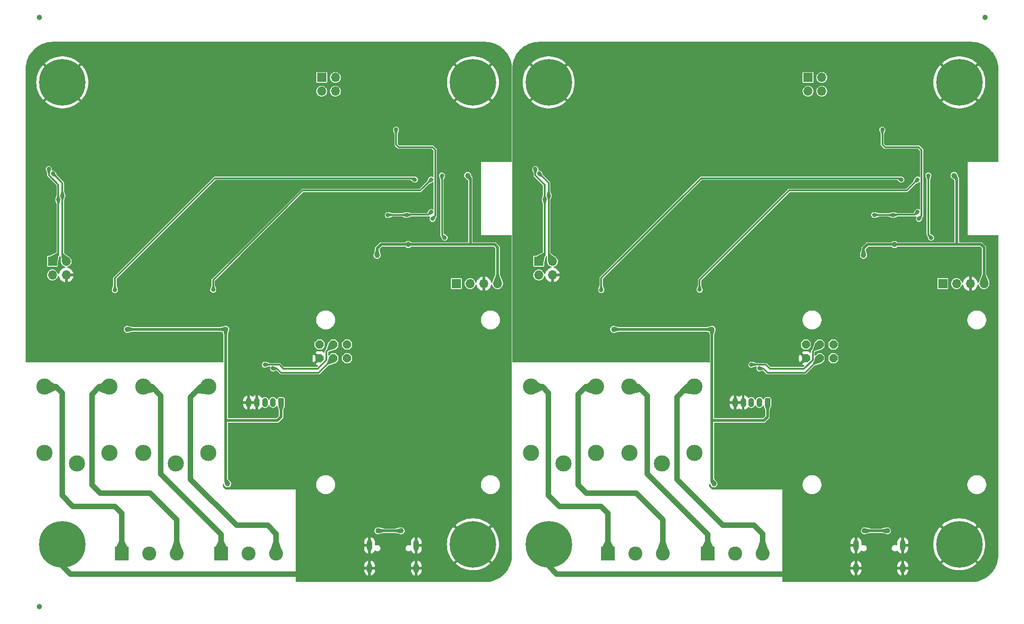
<source format=gbr>
%TF.GenerationSoftware,KiCad,Pcbnew,(7.0.0-0)*%
%TF.CreationDate,2023-04-23T09:32:57-04:00*%
%TF.ProjectId,KwartzLab-SensorBoard-Rev3-Panel,4b776172-747a-44c6-9162-2d53656e736f,3*%
%TF.SameCoordinates,Original*%
%TF.FileFunction,Copper,L2,Bot*%
%TF.FilePolarity,Positive*%
%FSLAX46Y46*%
G04 Gerber Fmt 4.6, Leading zero omitted, Abs format (unit mm)*
G04 Created by KiCad (PCBNEW (7.0.0-0)) date 2023-04-23 09:32:57*
%MOMM*%
%LPD*%
G01*
G04 APERTURE LIST*
G04 Aperture macros list*
%AMRoundRect*
0 Rectangle with rounded corners*
0 $1 Rounding radius*
0 $2 $3 $4 $5 $6 $7 $8 $9 X,Y pos of 4 corners*
0 Add a 4 corners polygon primitive as box body*
4,1,4,$2,$3,$4,$5,$6,$7,$8,$9,$2,$3,0*
0 Add four circle primitives for the rounded corners*
1,1,$1+$1,$2,$3*
1,1,$1+$1,$4,$5*
1,1,$1+$1,$6,$7*
1,1,$1+$1,$8,$9*
0 Add four rect primitives between the rounded corners*
20,1,$1+$1,$2,$3,$4,$5,0*
20,1,$1+$1,$4,$5,$6,$7,0*
20,1,$1+$1,$6,$7,$8,$9,0*
20,1,$1+$1,$8,$9,$2,$3,0*%
%AMOutline5P*
0 Free polygon, 5 corners , with rotation*
0 The origin of the aperture is its center*
0 number of corners: always 5*
0 $1 to $10 corner X, Y*
0 $11 Rotation angle, in degrees counterclockwise*
0 create outline with 5 corners*
4,1,5,$1,$2,$3,$4,$5,$6,$7,$8,$9,$10,$1,$2,$11*%
%AMOutline6P*
0 Free polygon, 6 corners , with rotation*
0 The origin of the aperture is its center*
0 number of corners: always 6*
0 $1 to $12 corner X, Y*
0 $13 Rotation angle, in degrees counterclockwise*
0 create outline with 6 corners*
4,1,6,$1,$2,$3,$4,$5,$6,$7,$8,$9,$10,$11,$12,$1,$2,$13*%
%AMOutline7P*
0 Free polygon, 7 corners , with rotation*
0 The origin of the aperture is its center*
0 number of corners: always 7*
0 $1 to $14 corner X, Y*
0 $15 Rotation angle, in degrees counterclockwise*
0 create outline with 7 corners*
4,1,7,$1,$2,$3,$4,$5,$6,$7,$8,$9,$10,$11,$12,$13,$14,$1,$2,$15*%
%AMOutline8P*
0 Free polygon, 8 corners , with rotation*
0 The origin of the aperture is its center*
0 number of corners: always 8*
0 $1 to $16 corner X, Y*
0 $17 Rotation angle, in degrees counterclockwise*
0 create outline with 8 corners*
4,1,8,$1,$2,$3,$4,$5,$6,$7,$8,$9,$10,$11,$12,$13,$14,$15,$16,$1,$2,$17*%
G04 Aperture macros list end*
%TA.AperFunction,SMDPad,CuDef*%
%ADD10C,1.000000*%
%TD*%
%TA.AperFunction,ComponentPad*%
%ADD11C,3.000000*%
%TD*%
%TA.AperFunction,ComponentPad*%
%ADD12R,1.700000X1.700000*%
%TD*%
%TA.AperFunction,ComponentPad*%
%ADD13O,1.700000X1.700000*%
%TD*%
%TA.AperFunction,ComponentPad*%
%ADD14O,1.000000X2.100000*%
%TD*%
%TA.AperFunction,ComponentPad*%
%ADD15O,1.000000X1.800000*%
%TD*%
%TA.AperFunction,ComponentPad*%
%ADD16Outline8P,-0.775000X0.321016X-0.321016X0.775000X0.321016X0.775000X0.775000X0.321016X0.775000X-0.321016X0.321016X-0.775000X-0.321016X-0.775000X-0.775000X-0.321016X180.000000*%
%TD*%
%TA.AperFunction,ComponentPad*%
%ADD17R,2.600000X2.600000*%
%TD*%
%TA.AperFunction,ComponentPad*%
%ADD18C,2.600000*%
%TD*%
%TA.AperFunction,ComponentPad*%
%ADD19C,0.900000*%
%TD*%
%TA.AperFunction,ComponentPad*%
%ADD20C,8.600000*%
%TD*%
%TA.AperFunction,ComponentPad*%
%ADD21RoundRect,0.250000X0.265000X0.615000X-0.265000X0.615000X-0.265000X-0.615000X0.265000X-0.615000X0*%
%TD*%
%TA.AperFunction,ComponentPad*%
%ADD22O,1.030000X1.730000*%
%TD*%
%TA.AperFunction,ViaPad*%
%ADD23C,1.000000*%
%TD*%
%TA.AperFunction,ViaPad*%
%ADD24C,0.800000*%
%TD*%
%TA.AperFunction,Conductor*%
%ADD25C,0.500000*%
%TD*%
%TA.AperFunction,Conductor*%
%ADD26C,0.300000*%
%TD*%
%TA.AperFunction,Conductor*%
%ADD27C,1.000000*%
%TD*%
G04 APERTURE END LIST*
D10*
%TO.P,REF\u002A\u002A,*%
%TO.N,*%
X52242806Y-22500000D03*
%TD*%
%TO.P,REF\u002A\u002A,*%
%TO.N,*%
X52242806Y-131500000D03*
%TD*%
%TO.P,REF\u002A\u002A,*%
%TO.N,*%
X227157194Y-22500000D03*
%TD*%
D11*
%TO.P,K1,11*%
%TO.N,Board_0-/Output Relays/RELAY1_COM*%
X59242806Y-105050000D03*
%TO.P,K1,12*%
%TO.N,Board_0-/Output Relays/RELAY1_NC*%
X53242806Y-90850000D03*
%TO.P,K1,14*%
%TO.N,Board_0-/Output Relays/RELAY1_NO*%
X65242806Y-90850000D03*
%TO.P,K1,A1*%
%TO.N,Board_0-+5V*%
X65242806Y-103050000D03*
%TO.P,K1,A2*%
%TO.N,Board_0-/Output Relays/RELAY1_EN*%
X53242806Y-103050000D03*
%TD*%
%TO.P,K1,11*%
%TO.N,Board_1-/Output Relays/RELAY1_COM*%
X149199994Y-105050000D03*
%TO.P,K1,12*%
%TO.N,Board_1-/Output Relays/RELAY1_NC*%
X143199994Y-90850000D03*
%TO.P,K1,14*%
%TO.N,Board_1-/Output Relays/RELAY1_NO*%
X155199994Y-90850000D03*
%TO.P,K1,A1*%
%TO.N,Board_1-+5V*%
X155199994Y-103050000D03*
%TO.P,K1,A2*%
%TO.N,Board_1-/Output Relays/RELAY1_EN*%
X143199994Y-103050000D03*
%TD*%
D12*
%TO.P,J9,1,Pin_1*%
%TO.N,Board_0-GPIO5*%
X104492805Y-33609999D03*
D13*
%TO.P,J9,2,Pin_2*%
%TO.N,Board_0-STATUS*%
X107032805Y-33609999D03*
%TO.P,J9,3,Pin_3*%
%TO.N,Board_0-GPIO4*%
X104492805Y-36149999D03*
%TO.P,J9,4,Pin_4*%
%TO.N,Board_0-GPIO10*%
X107032805Y-36149999D03*
%TD*%
D12*
%TO.P,J9,1,Pin_1*%
%TO.N,Board_1-GPIO5*%
X194449993Y-33609999D03*
D13*
%TO.P,J9,2,Pin_2*%
%TO.N,Board_1-STATUS*%
X196989993Y-33609999D03*
%TO.P,J9,3,Pin_3*%
%TO.N,Board_1-GPIO4*%
X194449993Y-36149999D03*
%TO.P,J9,4,Pin_4*%
%TO.N,Board_1-GPIO10*%
X196989993Y-36149999D03*
%TD*%
D14*
%TO.P,J2,S1,SHIELD*%
%TO.N,Board_0-GND*%
X113352805Y-120219999D03*
D15*
X113352805Y-124399999D03*
D14*
X121992805Y-120219999D03*
D15*
X121992805Y-124399999D03*
%TD*%
D14*
%TO.P,J2,S1,SHIELD*%
%TO.N,Board_1-GND*%
X203309993Y-120219999D03*
D15*
X203309993Y-124399999D03*
D14*
X211949993Y-120219999D03*
D15*
X211949993Y-124399999D03*
%TD*%
D16*
%TO.P,J4,1,Pin_1*%
%TO.N,Board_1-unconnected-(J4-Pin_1-Pad1)*%
X199132921Y-83034143D03*
%TO.P,J4,2,Pin_2*%
%TO.N,Board_1-+3V3*%
X199132921Y-85574143D03*
%TO.P,J4,3,Pin_3*%
%TO.N,Board_1-SCL*%
X196592921Y-83034143D03*
%TO.P,J4,4,Pin_4*%
%TO.N,Board_1-SDA*%
X196592921Y-85574143D03*
%TO.P,J4,5,Pin_5*%
%TO.N,Board_1-unconnected-(J4-Pin_5-Pad5)*%
X194052921Y-83034143D03*
%TO.P,J4,6,Pin_6*%
%TO.N,Board_1-GND*%
X194052921Y-85574143D03*
%TD*%
%TO.P,J4,1,Pin_1*%
%TO.N,Board_0-unconnected-(J4-Pin_1-Pad1)*%
X109175733Y-83034143D03*
%TO.P,J4,2,Pin_2*%
%TO.N,Board_0-+3V3*%
X109175733Y-85574143D03*
%TO.P,J4,3,Pin_3*%
%TO.N,Board_0-SCL*%
X106635733Y-83034143D03*
%TO.P,J4,4,Pin_4*%
%TO.N,Board_0-SDA*%
X106635733Y-85574143D03*
%TO.P,J4,5,Pin_5*%
%TO.N,Board_0-unconnected-(J4-Pin_5-Pad5)*%
X104095733Y-83034143D03*
%TO.P,J4,6,Pin_6*%
%TO.N,Board_0-GND*%
X104095733Y-85574143D03*
%TD*%
D17*
%TO.P,J5,1,Pin_1*%
%TO.N,Board_1-/Output Relays/RELAY1_NC*%
X157449993Y-121749999D03*
D18*
%TO.P,J5,2,Pin_2*%
%TO.N,Board_1-/Output Relays/RELAY1_COM*%
X162529994Y-121750000D03*
%TO.P,J5,3,Pin_3*%
%TO.N,Board_1-/Output Relays/RELAY1_NO*%
X167609994Y-121750000D03*
%TD*%
D17*
%TO.P,J5,1,Pin_1*%
%TO.N,Board_0-/Output Relays/RELAY1_NC*%
X67492805Y-121749999D03*
D18*
%TO.P,J5,2,Pin_2*%
%TO.N,Board_0-/Output Relays/RELAY1_COM*%
X72572806Y-121750000D03*
%TO.P,J5,3,Pin_3*%
%TO.N,Board_0-/Output Relays/RELAY1_NO*%
X77652806Y-121750000D03*
%TD*%
D17*
%TO.P,J6,1,Pin_1*%
%TO.N,Board_0-/Output Relays/RELAY2_NC*%
X85907805Y-121749999D03*
D18*
%TO.P,J6,2,Pin_2*%
%TO.N,Board_0-/Output Relays/RELAY2_COM*%
X90987806Y-121750000D03*
%TO.P,J6,3,Pin_3*%
%TO.N,Board_0-/Output Relays/RELAY2_NO*%
X96067806Y-121750000D03*
%TD*%
D17*
%TO.P,J6,1,Pin_1*%
%TO.N,Board_1-/Output Relays/RELAY2_NC*%
X175864993Y-121749999D03*
D18*
%TO.P,J6,2,Pin_2*%
%TO.N,Board_1-/Output Relays/RELAY2_COM*%
X180944994Y-121750000D03*
%TO.P,J6,3,Pin_3*%
%TO.N,Board_1-/Output Relays/RELAY2_NO*%
X186024994Y-121750000D03*
%TD*%
D19*
%TO.P,H2,1,1*%
%TO.N,Board_0-GND*%
X129237387Y-120000000D03*
X130181968Y-117719581D03*
X130181968Y-122280419D03*
X132462387Y-116775000D03*
D20*
X132462387Y-120000000D03*
D19*
X132462387Y-123225000D03*
X134742806Y-117719581D03*
X134742806Y-122280419D03*
X135687387Y-120000000D03*
%TD*%
%TO.P,H2,1,1*%
%TO.N,Board_1-GND*%
X219194575Y-120000000D03*
X220139156Y-117719581D03*
X220139156Y-122280419D03*
X222419575Y-116775000D03*
D20*
X222419575Y-120000000D03*
D19*
X222419575Y-123225000D03*
X224699994Y-117719581D03*
X224699994Y-122280419D03*
X225644575Y-120000000D03*
%TD*%
D11*
%TO.P,K2,11*%
%TO.N,Board_0-/Output Relays/RELAY2_COM*%
X77492806Y-105050000D03*
%TO.P,K2,12*%
%TO.N,Board_0-/Output Relays/RELAY2_NC*%
X71492806Y-90850000D03*
%TO.P,K2,14*%
%TO.N,Board_0-/Output Relays/RELAY2_NO*%
X83492806Y-90850000D03*
%TO.P,K2,A1*%
%TO.N,Board_0-+5V*%
X83492806Y-103050000D03*
%TO.P,K2,A2*%
%TO.N,Board_0-/Output Relays/RELAY2_EN*%
X71492806Y-103050000D03*
%TD*%
%TO.P,K2,11*%
%TO.N,Board_1-/Output Relays/RELAY2_COM*%
X167449994Y-105050000D03*
%TO.P,K2,12*%
%TO.N,Board_1-/Output Relays/RELAY2_NC*%
X161449994Y-90850000D03*
%TO.P,K2,14*%
%TO.N,Board_1-/Output Relays/RELAY2_NO*%
X173449994Y-90850000D03*
%TO.P,K2,A1*%
%TO.N,Board_1-+5V*%
X173449994Y-103050000D03*
%TO.P,K2,A2*%
%TO.N,Board_1-/Output Relays/RELAY2_EN*%
X161449994Y-103050000D03*
%TD*%
D21*
%TO.P,J3,1,Pin_1*%
%TO.N,Board_0-+5V*%
X96992806Y-93750000D03*
D22*
%TO.P,J3,2,Pin_2*%
%TO.N,Board_0-SDA*%
X95492805Y-93749999D03*
%TO.P,J3,3,Pin_3*%
%TO.N,Board_0-SCL*%
X93992805Y-93749999D03*
%TO.P,J3,4,Pin_4*%
%TO.N,Board_0-GND*%
X92492805Y-93749999D03*
%TO.P,J3,5,Pin_5*%
X90992805Y-93749999D03*
%TD*%
D21*
%TO.P,J3,1,Pin_1*%
%TO.N,Board_1-+5V*%
X186949994Y-93750000D03*
D22*
%TO.P,J3,2,Pin_2*%
%TO.N,Board_1-SDA*%
X185449993Y-93749999D03*
%TO.P,J3,3,Pin_3*%
%TO.N,Board_1-SCL*%
X183949993Y-93749999D03*
%TO.P,J3,4,Pin_4*%
%TO.N,Board_1-GND*%
X182449993Y-93749999D03*
%TO.P,J3,5,Pin_5*%
X180949993Y-93749999D03*
%TD*%
D19*
%TO.P,H4,1,1*%
%TO.N,Board_0-GND*%
X53292806Y-34500000D03*
X54237387Y-32219581D03*
X54237387Y-36780419D03*
X56517806Y-31275000D03*
D20*
X56517806Y-34500000D03*
D19*
X56517806Y-37725000D03*
X58798225Y-32219581D03*
X58798225Y-36780419D03*
X59742806Y-34500000D03*
%TD*%
%TO.P,H4,1,1*%
%TO.N,Board_1-GND*%
X143249994Y-34500000D03*
X144194575Y-32219581D03*
X144194575Y-36780419D03*
X146474994Y-31275000D03*
D20*
X146474994Y-34500000D03*
D19*
X146474994Y-37725000D03*
X148755413Y-32219581D03*
X148755413Y-36780419D03*
X149699994Y-34500000D03*
%TD*%
D12*
%TO.P,J1,1,Pin_1*%
%TO.N,Board_0-/RX*%
X129412805Y-71749999D03*
D13*
%TO.P,J1,2,Pin_2*%
%TO.N,Board_0-/TX*%
X131952805Y-71749999D03*
%TO.P,J1,3,Pin_3*%
%TO.N,Board_0-GND*%
X134492805Y-71749999D03*
%TO.P,J1,4,Pin_4*%
%TO.N,Board_0-+3V3*%
X137032805Y-71749999D03*
%TD*%
D12*
%TO.P,J1,1,Pin_1*%
%TO.N,Board_1-/RX*%
X219369993Y-71749999D03*
D13*
%TO.P,J1,2,Pin_2*%
%TO.N,Board_1-/TX*%
X221909993Y-71749999D03*
%TO.P,J1,3,Pin_3*%
%TO.N,Board_1-GND*%
X224449993Y-71749999D03*
%TO.P,J1,4,Pin_4*%
%TO.N,Board_1-+3V3*%
X226989993Y-71749999D03*
%TD*%
D19*
%TO.P,H1,1,1*%
%TO.N,Board_1-GND*%
X143249994Y-120000000D03*
X144194575Y-117719581D03*
X144194575Y-122280419D03*
X146474994Y-116775000D03*
D20*
X146474994Y-120000000D03*
D19*
X146474994Y-123225000D03*
X148755413Y-117719581D03*
X148755413Y-122280419D03*
X149699994Y-120000000D03*
%TD*%
%TO.P,H1,1,1*%
%TO.N,Board_0-GND*%
X53292806Y-120000000D03*
X54237387Y-117719581D03*
X54237387Y-122280419D03*
X56517806Y-116775000D03*
D20*
X56517806Y-120000000D03*
D19*
X56517806Y-123225000D03*
X58798225Y-117719581D03*
X58798225Y-122280419D03*
X59742806Y-120000000D03*
%TD*%
%TO.P,H3,1,1*%
%TO.N,Board_0-GND*%
X129249994Y-34500000D03*
X130194575Y-32219581D03*
X130194575Y-36780419D03*
X132474994Y-31275000D03*
D20*
X132474994Y-34500000D03*
D19*
X132474994Y-37725000D03*
X134755413Y-32219581D03*
X134755413Y-36780419D03*
X135699994Y-34500000D03*
%TD*%
%TO.P,H3,1,1*%
%TO.N,Board_1-GND*%
X219207182Y-34500000D03*
X220151763Y-32219581D03*
X220151763Y-36780419D03*
X222432182Y-31275000D03*
D20*
X222432182Y-34500000D03*
D19*
X222432182Y-37725000D03*
X224712601Y-32219581D03*
X224712601Y-36780419D03*
X225657182Y-34500000D03*
%TD*%
D12*
%TO.P,J8,1,Pin_1*%
%TO.N,Board_0-SDA*%
X54692805Y-67619999D03*
D13*
%TO.P,J8,2,Pin_2*%
%TO.N,Board_0-SCL*%
X57232805Y-67619999D03*
%TO.P,J8,3,Pin_3*%
%TO.N,Board_0-+3V3*%
X54692805Y-70159999D03*
%TO.P,J8,4,Pin_4*%
%TO.N,Board_0-GND*%
X57232805Y-70159999D03*
%TD*%
D12*
%TO.P,J8,1,Pin_1*%
%TO.N,Board_1-SDA*%
X144649993Y-67619999D03*
D13*
%TO.P,J8,2,Pin_2*%
%TO.N,Board_1-SCL*%
X147189993Y-67619999D03*
%TO.P,J8,3,Pin_3*%
%TO.N,Board_1-+3V3*%
X144649993Y-70159999D03*
%TO.P,J8,4,Pin_4*%
%TO.N,Board_1-GND*%
X147189993Y-70159999D03*
%TD*%
D23*
%TO.N,Board_1-VBUS*%
X209129994Y-117500000D03*
X204879994Y-117500000D03*
D24*
%TO.N,Board_1-STATUS*%
X217199994Y-63250000D03*
X216699994Y-51750000D03*
%TO.N,Board_1-SDA*%
X206689994Y-59049500D03*
X143989994Y-50540000D03*
X185449994Y-87449500D03*
X210199994Y-59049500D03*
X214699994Y-58500000D03*
X145739994Y-56200000D03*
%TO.N,Board_1-SCL*%
X146489994Y-55480000D03*
X144739994Y-51390000D03*
X183949994Y-86750000D03*
%TO.N,Board_1-RELAY2*%
X214699994Y-52500000D03*
X174389994Y-72880000D03*
%TO.N,Board_1-RELAY1*%
X156199994Y-72940000D03*
X211699994Y-52500000D03*
%TO.N,Board_1-GND*%
X200769994Y-56350000D03*
X184699994Y-90890000D03*
X214599994Y-56500000D03*
X223369994Y-47730000D03*
X219449994Y-52500000D03*
X195729994Y-120970000D03*
X186899994Y-81580000D03*
X213799994Y-119390000D03*
X145729994Y-44760000D03*
X198399994Y-119270000D03*
X214599994Y-54050000D03*
X185059994Y-84080000D03*
X215799994Y-60650000D03*
X214599994Y-55250000D03*
X204449994Y-56360000D03*
X203719994Y-117900000D03*
X199929994Y-40180000D03*
X143279994Y-55950000D03*
X220449994Y-52500000D03*
X211839994Y-44500000D03*
X217699994Y-59650000D03*
X145649994Y-48080000D03*
X210849994Y-117500000D03*
X194449994Y-119440000D03*
X203489994Y-73710000D03*
X209139994Y-39400000D03*
X223399994Y-44480000D03*
X194629994Y-89740000D03*
X218899994Y-59650000D03*
X190679994Y-125500000D03*
X220049994Y-59650000D03*
X143679994Y-61640000D03*
%TO.N,Board_1-BOOT*%
X214949994Y-59750000D03*
X208199994Y-43250000D03*
D23*
%TO.N,Board_1-+5V*%
X177039994Y-108800000D03*
X158499994Y-80210000D03*
X176689994Y-80210000D03*
%TO.N,Board_1-+3V3*%
X210449994Y-64500000D03*
X221449994Y-51750000D03*
X204699994Y-66500000D03*
%TO.N,Board_0-VBUS*%
X119172806Y-117500000D03*
X114922806Y-117500000D03*
D24*
%TO.N,Board_0-STATUS*%
X127242806Y-63250000D03*
X126742806Y-51750000D03*
%TO.N,Board_0-SDA*%
X116732806Y-59049500D03*
X54032806Y-50540000D03*
X95492806Y-87449500D03*
X120242806Y-59049500D03*
X124742806Y-58500000D03*
X55782806Y-56200000D03*
%TO.N,Board_0-SCL*%
X56532806Y-55480000D03*
X54782806Y-51390000D03*
X93992806Y-86750000D03*
%TO.N,Board_0-RELAY2*%
X124742806Y-52500000D03*
X84432806Y-72880000D03*
%TO.N,Board_0-RELAY1*%
X66242806Y-72940000D03*
X121742806Y-52500000D03*
%TO.N,Board_0-GND*%
X110812806Y-56350000D03*
X94742806Y-90890000D03*
X124642806Y-56500000D03*
X133412806Y-47730000D03*
X129492806Y-52500000D03*
X105772806Y-120970000D03*
X96942806Y-81580000D03*
X123842806Y-119390000D03*
X55772806Y-44760000D03*
X108442806Y-119270000D03*
X124642806Y-54050000D03*
X95102806Y-84080000D03*
X125842806Y-60650000D03*
X124642806Y-55250000D03*
X114492806Y-56360000D03*
X113762806Y-117900000D03*
X109972806Y-40180000D03*
X53322806Y-55950000D03*
X130492806Y-52500000D03*
X121882806Y-44500000D03*
X127742806Y-59650000D03*
X55692806Y-48080000D03*
X120892806Y-117500000D03*
X104492806Y-119440000D03*
X113532806Y-73710000D03*
X119182806Y-39400000D03*
X133442806Y-44480000D03*
X104672806Y-89740000D03*
X128942806Y-59650000D03*
X100722806Y-125500000D03*
X130092806Y-59650000D03*
X53722806Y-61640000D03*
%TO.N,Board_0-BOOT*%
X124992806Y-59750000D03*
X118242806Y-43250000D03*
D23*
%TO.N,Board_0-+5V*%
X87082806Y-108800000D03*
X68542806Y-80210000D03*
X86732806Y-80210000D03*
%TO.N,Board_0-+3V3*%
X120492806Y-64500000D03*
X131492806Y-51750000D03*
X114742806Y-66500000D03*
%TD*%
D25*
%TO.N,Board_1-VBUS*%
X209129994Y-117500000D02*
X204879994Y-117500000D01*
D26*
%TO.N,Board_1-STATUS*%
X216699994Y-51750000D02*
X216699994Y-62750000D01*
X216699994Y-62750000D02*
X217199994Y-63250000D01*
%TO.N,Board_1-SDA*%
X145739994Y-56200000D02*
X145739994Y-53460000D01*
X186949994Y-88250000D02*
X186199994Y-87500000D01*
X193917066Y-88250000D02*
X186949994Y-88250000D01*
X206689994Y-59049500D02*
X210199994Y-59049500D01*
X145739994Y-66530000D02*
X144649994Y-67620000D01*
X210249494Y-59000000D02*
X214199994Y-59000000D01*
X186199994Y-87500000D02*
X185500494Y-87500000D01*
X214199994Y-59000000D02*
X214699994Y-58500000D01*
X196592922Y-85574144D02*
X193917066Y-88250000D01*
X185500494Y-87500000D02*
X185449994Y-87449500D01*
X210199994Y-59049500D02*
X210249494Y-59000000D01*
X145739994Y-53460000D02*
X143989994Y-51710000D01*
X145739994Y-56200000D02*
X145739994Y-66530000D01*
X143989994Y-51710000D02*
X143989994Y-50540000D01*
%TO.N,Board_1-SCL*%
X195319994Y-84307072D02*
X196592922Y-83034144D01*
X195319994Y-85880000D02*
X195319994Y-84307072D01*
X183949994Y-86750000D02*
X184449994Y-86750000D01*
X187393192Y-87500000D02*
X193699994Y-87500000D01*
X146489994Y-55480000D02*
X146489994Y-66920000D01*
X146489994Y-55480000D02*
X146489994Y-53140000D01*
X146489994Y-66920000D02*
X147189994Y-67620000D01*
X146489994Y-53140000D02*
X144739994Y-51390000D01*
X184449994Y-86750000D02*
X184450494Y-86749500D01*
X193699994Y-87500000D02*
X195319994Y-85880000D01*
X186642692Y-86749500D02*
X187393192Y-87500000D01*
X184450494Y-86749500D02*
X186642692Y-86749500D01*
%TO.N,Board_1-RELAY2*%
X174389994Y-71060000D02*
X190949994Y-54500000D01*
X174389994Y-72880000D02*
X174389994Y-71060000D01*
X190949994Y-54500000D02*
X212699994Y-54500000D01*
X212699994Y-54500000D02*
X214699994Y-52500000D01*
%TO.N,Board_1-RELAY1*%
X156199994Y-70750000D02*
X174699994Y-52250000D01*
X156199994Y-72940000D02*
X156199994Y-70750000D01*
X211449994Y-52250000D02*
X211699994Y-52500000D01*
X174699994Y-52250000D02*
X211449994Y-52250000D01*
D27*
%TO.N,Board_1-GND*%
X190679994Y-125500000D02*
X147949994Y-125500000D01*
X147949994Y-125500000D02*
X146474994Y-124025000D01*
X146474994Y-124025000D02*
X146474994Y-120000000D01*
D26*
%TO.N,Board_1-BOOT*%
X215449994Y-47000000D02*
X215449994Y-59250000D01*
X208699994Y-46500000D02*
X214949994Y-46500000D01*
X214949994Y-46500000D02*
X215449994Y-47000000D01*
X208199994Y-43250000D02*
X208199994Y-46000000D01*
X215449994Y-59250000D02*
X214949994Y-59750000D01*
X208199994Y-46000000D02*
X208699994Y-46500000D01*
D27*
%TO.N,Board_1-/Output Relays/RELAY2_NO*%
X170199994Y-92750000D02*
X170199994Y-108000000D01*
X178699994Y-116500000D02*
X184449994Y-116500000D01*
X184449994Y-116500000D02*
X186024994Y-118075000D01*
X172099994Y-90850000D02*
X170199994Y-92750000D01*
X186024994Y-118075000D02*
X186024994Y-121750000D01*
X173449994Y-90850000D02*
X172099994Y-90850000D01*
X170199994Y-108000000D02*
X178699994Y-116500000D01*
%TO.N,Board_1-/Output Relays/RELAY2_NC*%
X175864994Y-118165000D02*
X175864994Y-121750000D01*
X164699994Y-92500000D02*
X164699994Y-107000000D01*
X164699994Y-107000000D02*
X175864994Y-118165000D01*
X163049994Y-90850000D02*
X164699994Y-92500000D01*
X161449994Y-90850000D02*
X163049994Y-90850000D01*
%TO.N,Board_1-/Output Relays/RELAY1_NO*%
X153449994Y-110500000D02*
X162699994Y-110500000D01*
X153349994Y-90850000D02*
X151949994Y-92250000D01*
X167609994Y-115410000D02*
X167609994Y-121750000D01*
X162699994Y-110500000D02*
X167609994Y-115410000D01*
X151949994Y-109000000D02*
X153449994Y-110500000D01*
X155199994Y-90850000D02*
X153349994Y-90850000D01*
X151949994Y-92250000D02*
X151949994Y-109000000D01*
%TO.N,Board_1-/Output Relays/RELAY1_NC*%
X143199994Y-90850000D02*
X145299994Y-90850000D01*
X146449994Y-111000000D02*
X148449994Y-113000000D01*
X156199994Y-113000000D02*
X157449994Y-114250000D01*
X146449994Y-92000000D02*
X146449994Y-111000000D01*
X145299994Y-90850000D02*
X146449994Y-92000000D01*
X148449994Y-113000000D02*
X156199994Y-113000000D01*
X157449994Y-114250000D02*
X157449994Y-121750000D01*
D25*
%TO.N,Board_1-+5V*%
X176689994Y-97100000D02*
X176699994Y-97090000D01*
X176689994Y-80210000D02*
X176689994Y-97080000D01*
X186259994Y-97090000D02*
X176699994Y-97090000D01*
X177039994Y-108800000D02*
X176689994Y-108450000D01*
X176689994Y-80210000D02*
X158499994Y-80210000D01*
X176689994Y-97080000D02*
X176699994Y-97090000D01*
X186949994Y-96400000D02*
X186259994Y-97090000D01*
X186949994Y-93750000D02*
X186949994Y-96400000D01*
X176689994Y-108450000D02*
X176689994Y-97100000D01*
%TO.N,Board_1-+3V3*%
X221449994Y-51750000D02*
X221949994Y-52250000D01*
X226989994Y-65040000D02*
X226989994Y-71750000D01*
X221949994Y-52250000D02*
X221949994Y-64500000D01*
X221949994Y-64500000D02*
X223199994Y-64500000D01*
X204699994Y-65250000D02*
X205449994Y-64500000D01*
X223199994Y-64500000D02*
X226449994Y-64500000D01*
X204699994Y-66500000D02*
X204699994Y-65250000D01*
X226449994Y-64500000D02*
X226989994Y-65040000D01*
X205449994Y-64500000D02*
X223199994Y-64500000D01*
%TO.N,Board_0-VBUS*%
X119172806Y-117500000D02*
X114922806Y-117500000D01*
D26*
%TO.N,Board_0-STATUS*%
X126742806Y-51750000D02*
X126742806Y-62750000D01*
X126742806Y-62750000D02*
X127242806Y-63250000D01*
%TO.N,Board_0-SDA*%
X55782806Y-56200000D02*
X55782806Y-53460000D01*
X96992806Y-88250000D02*
X96242806Y-87500000D01*
X103959878Y-88250000D02*
X96992806Y-88250000D01*
X116732806Y-59049500D02*
X120242806Y-59049500D01*
X55782806Y-66530000D02*
X54692806Y-67620000D01*
X120292306Y-59000000D02*
X124242806Y-59000000D01*
X96242806Y-87500000D02*
X95543306Y-87500000D01*
X124242806Y-59000000D02*
X124742806Y-58500000D01*
X106635734Y-85574144D02*
X103959878Y-88250000D01*
X95543306Y-87500000D02*
X95492806Y-87449500D01*
X120242806Y-59049500D02*
X120292306Y-59000000D01*
X55782806Y-53460000D02*
X54032806Y-51710000D01*
X55782806Y-56200000D02*
X55782806Y-66530000D01*
X54032806Y-51710000D02*
X54032806Y-50540000D01*
%TO.N,Board_0-SCL*%
X105362806Y-84307072D02*
X106635734Y-83034144D01*
X105362806Y-85880000D02*
X105362806Y-84307072D01*
X93992806Y-86750000D02*
X94492806Y-86750000D01*
X97436004Y-87500000D02*
X103742806Y-87500000D01*
X56532806Y-55480000D02*
X56532806Y-66920000D01*
X56532806Y-55480000D02*
X56532806Y-53140000D01*
X56532806Y-66920000D02*
X57232806Y-67620000D01*
X56532806Y-53140000D02*
X54782806Y-51390000D01*
X94492806Y-86750000D02*
X94493306Y-86749500D01*
X103742806Y-87500000D02*
X105362806Y-85880000D01*
X96685504Y-86749500D02*
X97436004Y-87500000D01*
X94493306Y-86749500D02*
X96685504Y-86749500D01*
%TO.N,Board_0-RELAY2*%
X84432806Y-71060000D02*
X100992806Y-54500000D01*
X84432806Y-72880000D02*
X84432806Y-71060000D01*
X100992806Y-54500000D02*
X122742806Y-54500000D01*
X122742806Y-54500000D02*
X124742806Y-52500000D01*
%TO.N,Board_0-RELAY1*%
X66242806Y-70750000D02*
X84742806Y-52250000D01*
X66242806Y-72940000D02*
X66242806Y-70750000D01*
X121492806Y-52250000D02*
X121742806Y-52500000D01*
X84742806Y-52250000D02*
X121492806Y-52250000D01*
D27*
%TO.N,Board_0-GND*%
X100722806Y-125500000D02*
X57992806Y-125500000D01*
X57992806Y-125500000D02*
X56517806Y-124025000D01*
X56517806Y-124025000D02*
X56517806Y-120000000D01*
D26*
%TO.N,Board_0-BOOT*%
X125492806Y-47000000D02*
X125492806Y-59250000D01*
X118742806Y-46500000D02*
X124992806Y-46500000D01*
X124992806Y-46500000D02*
X125492806Y-47000000D01*
X118242806Y-43250000D02*
X118242806Y-46000000D01*
X125492806Y-59250000D02*
X124992806Y-59750000D01*
X118242806Y-46000000D02*
X118742806Y-46500000D01*
D27*
%TO.N,Board_0-/Output Relays/RELAY2_NO*%
X80242806Y-92750000D02*
X80242806Y-108000000D01*
X88742806Y-116500000D02*
X94492806Y-116500000D01*
X94492806Y-116500000D02*
X96067806Y-118075000D01*
X82142806Y-90850000D02*
X80242806Y-92750000D01*
X96067806Y-118075000D02*
X96067806Y-121750000D01*
X83492806Y-90850000D02*
X82142806Y-90850000D01*
X80242806Y-108000000D02*
X88742806Y-116500000D01*
%TO.N,Board_0-/Output Relays/RELAY2_NC*%
X85907806Y-118165000D02*
X85907806Y-121750000D01*
X74742806Y-92500000D02*
X74742806Y-107000000D01*
X74742806Y-107000000D02*
X85907806Y-118165000D01*
X73092806Y-90850000D02*
X74742806Y-92500000D01*
X71492806Y-90850000D02*
X73092806Y-90850000D01*
%TO.N,Board_0-/Output Relays/RELAY1_NO*%
X63492806Y-110500000D02*
X72742806Y-110500000D01*
X63392806Y-90850000D02*
X61992806Y-92250000D01*
X77652806Y-115410000D02*
X77652806Y-121750000D01*
X72742806Y-110500000D02*
X77652806Y-115410000D01*
X61992806Y-109000000D02*
X63492806Y-110500000D01*
X65242806Y-90850000D02*
X63392806Y-90850000D01*
X61992806Y-92250000D02*
X61992806Y-109000000D01*
%TO.N,Board_0-/Output Relays/RELAY1_NC*%
X53242806Y-90850000D02*
X55342806Y-90850000D01*
X56492806Y-111000000D02*
X58492806Y-113000000D01*
X66242806Y-113000000D02*
X67492806Y-114250000D01*
X56492806Y-92000000D02*
X56492806Y-111000000D01*
X55342806Y-90850000D02*
X56492806Y-92000000D01*
X58492806Y-113000000D02*
X66242806Y-113000000D01*
X67492806Y-114250000D02*
X67492806Y-121750000D01*
D25*
%TO.N,Board_0-+5V*%
X86732806Y-97100000D02*
X86742806Y-97090000D01*
X86732806Y-80210000D02*
X86732806Y-97080000D01*
X96302806Y-97090000D02*
X86742806Y-97090000D01*
X87082806Y-108800000D02*
X86732806Y-108450000D01*
X86732806Y-80210000D02*
X68542806Y-80210000D01*
X86732806Y-97080000D02*
X86742806Y-97090000D01*
X96992806Y-96400000D02*
X96302806Y-97090000D01*
X96992806Y-93750000D02*
X96992806Y-96400000D01*
X86732806Y-108450000D02*
X86732806Y-97100000D01*
%TO.N,Board_0-+3V3*%
X131492806Y-51750000D02*
X131992806Y-52250000D01*
X137032806Y-65040000D02*
X137032806Y-71750000D01*
X131992806Y-52250000D02*
X131992806Y-64500000D01*
X131992806Y-64500000D02*
X133242806Y-64500000D01*
X114742806Y-65250000D02*
X115492806Y-64500000D01*
X133242806Y-64500000D02*
X136492806Y-64500000D01*
X114742806Y-66500000D02*
X114742806Y-65250000D01*
X136492806Y-64500000D02*
X137032806Y-65040000D01*
X115492806Y-64500000D02*
X133242806Y-64500000D01*
%TD*%
%TA.AperFunction,Conductor*%
%TO.N,Board_1-GND*%
G36*
X224659744Y-27010605D02*
G01*
X225064104Y-27027329D01*
X225074277Y-27028172D01*
X225473342Y-27077915D01*
X225483450Y-27079602D01*
X225877035Y-27162126D01*
X225886926Y-27164631D01*
X226272374Y-27279383D01*
X226282043Y-27282703D01*
X226656675Y-27428883D01*
X226666032Y-27432987D01*
X227027348Y-27609624D01*
X227036301Y-27614469D01*
X227381796Y-27820338D01*
X227390357Y-27825932D01*
X227717626Y-28059596D01*
X227725702Y-28065881D01*
X227852529Y-28173298D01*
X228032578Y-28325791D01*
X228040118Y-28332733D01*
X228324452Y-28617066D01*
X228331394Y-28624606D01*
X228591294Y-28931471D01*
X228597588Y-28939558D01*
X228831251Y-29266820D01*
X228836856Y-29275398D01*
X228930768Y-29433004D01*
X229042704Y-29620856D01*
X229047573Y-29629854D01*
X229182974Y-29906820D01*
X229224192Y-29991132D01*
X229228308Y-30000517D01*
X229374482Y-30375128D01*
X229377810Y-30384821D01*
X229492552Y-30770231D01*
X229495068Y-30780166D01*
X229577591Y-31173733D01*
X229579278Y-31183842D01*
X229629018Y-31582884D01*
X229629864Y-31593098D01*
X229646576Y-31997147D01*
X229646682Y-32002271D01*
X229646682Y-49126000D01*
X229630069Y-49188000D01*
X229584682Y-49233387D01*
X229522682Y-49250000D01*
X223949994Y-49250000D01*
X223949994Y-62750000D01*
X229522682Y-62750000D01*
X229584682Y-62766613D01*
X229630069Y-62812000D01*
X229646682Y-62874000D01*
X229646682Y-121997439D01*
X229646576Y-122002563D01*
X229629852Y-122406900D01*
X229629006Y-122417114D01*
X229579266Y-122816155D01*
X229577579Y-122826264D01*
X229495057Y-123219830D01*
X229492541Y-123229765D01*
X229377799Y-123615174D01*
X229374471Y-123624867D01*
X229228295Y-123999482D01*
X229224178Y-124008867D01*
X229047573Y-124370118D01*
X229042696Y-124379132D01*
X228836847Y-124724592D01*
X228831241Y-124733172D01*
X228597574Y-125060441D01*
X228591279Y-125068528D01*
X228331390Y-125375378D01*
X228324449Y-125382918D01*
X228040110Y-125667257D01*
X228032570Y-125674199D01*
X227725700Y-125934103D01*
X227717612Y-125940397D01*
X227390361Y-126174049D01*
X227381782Y-126179655D01*
X227036326Y-126385503D01*
X227027312Y-126390381D01*
X226666041Y-126566994D01*
X226656656Y-126571110D01*
X226282047Y-126717282D01*
X226272353Y-126720610D01*
X225886950Y-126835348D01*
X225877016Y-126837864D01*
X225483445Y-126920387D01*
X225473336Y-126922074D01*
X225130896Y-126964758D01*
X225074296Y-126971813D01*
X225064084Y-126972659D01*
X224659455Y-126989394D01*
X224654331Y-126989500D01*
X189769849Y-126989500D01*
X189715019Y-126976719D01*
X189671492Y-126941011D01*
X189648241Y-126889736D01*
X189649524Y-126850001D01*
X189649994Y-126850000D01*
X189649994Y-124847570D01*
X202309994Y-124847570D01*
X202310311Y-124853835D01*
X202324777Y-124996084D01*
X202327295Y-125008335D01*
X202384413Y-125190385D01*
X202389349Y-125201889D01*
X202481948Y-125368720D01*
X202489091Y-125378982D01*
X202613373Y-125523754D01*
X202622452Y-125532385D01*
X202773323Y-125649167D01*
X202783951Y-125655792D01*
X202955250Y-125739817D01*
X202966991Y-125744165D01*
X203046247Y-125764686D01*
X203057458Y-125764971D01*
X203058621Y-125759962D01*
X203559994Y-125759962D01*
X203562331Y-125770645D01*
X203567496Y-125770973D01*
X203567834Y-125770885D01*
X203746754Y-125704621D01*
X203758000Y-125699105D01*
X203919920Y-125598180D01*
X203929814Y-125590521D01*
X204068108Y-125459063D01*
X204076256Y-125449572D01*
X204185259Y-125292963D01*
X204191328Y-125282029D01*
X204266575Y-125106681D01*
X204270318Y-125094752D01*
X204308728Y-124907847D01*
X204309994Y-124895402D01*
X204309994Y-124847570D01*
X210949994Y-124847570D01*
X210950311Y-124853835D01*
X210964777Y-124996084D01*
X210967295Y-125008335D01*
X211024413Y-125190385D01*
X211029349Y-125201889D01*
X211121948Y-125368720D01*
X211129091Y-125378982D01*
X211253373Y-125523754D01*
X211262452Y-125532385D01*
X211413323Y-125649167D01*
X211423951Y-125655792D01*
X211595250Y-125739817D01*
X211606991Y-125744165D01*
X211686247Y-125764686D01*
X211697458Y-125764971D01*
X211698621Y-125759962D01*
X212199994Y-125759962D01*
X212202331Y-125770645D01*
X212207496Y-125770973D01*
X212207834Y-125770885D01*
X212386754Y-125704621D01*
X212398000Y-125699105D01*
X212559920Y-125598180D01*
X212569814Y-125590521D01*
X212708108Y-125459063D01*
X212716256Y-125449572D01*
X212825259Y-125292963D01*
X212831328Y-125282029D01*
X212906575Y-125106681D01*
X212910318Y-125094752D01*
X212948728Y-124907847D01*
X212949994Y-124895402D01*
X212949994Y-124666326D01*
X212946543Y-124653450D01*
X212933668Y-124650000D01*
X212216320Y-124650000D01*
X212203444Y-124653450D01*
X212199994Y-124666326D01*
X212199994Y-125759962D01*
X211698621Y-125759962D01*
X211699994Y-125754046D01*
X211699994Y-124666326D01*
X211696543Y-124653450D01*
X211683668Y-124650000D01*
X210966320Y-124650000D01*
X210953444Y-124653450D01*
X210949994Y-124666326D01*
X210949994Y-124847570D01*
X204309994Y-124847570D01*
X204309994Y-124666326D01*
X204306543Y-124653450D01*
X204293668Y-124650000D01*
X203576320Y-124650000D01*
X203563444Y-124653450D01*
X203559994Y-124666326D01*
X203559994Y-125759962D01*
X203058621Y-125759962D01*
X203059994Y-125754046D01*
X203059994Y-124666326D01*
X203056543Y-124653450D01*
X203043668Y-124650000D01*
X202326320Y-124650000D01*
X202313444Y-124653450D01*
X202309994Y-124666326D01*
X202309994Y-124847570D01*
X189649994Y-124847570D01*
X189649994Y-124133674D01*
X202309994Y-124133674D01*
X202313444Y-124146549D01*
X202326320Y-124150000D01*
X203043668Y-124150000D01*
X203056543Y-124146549D01*
X203059994Y-124133674D01*
X203559994Y-124133674D01*
X203563444Y-124146549D01*
X203576320Y-124150000D01*
X204293668Y-124150000D01*
X204306543Y-124146549D01*
X204309994Y-124133674D01*
X210949994Y-124133674D01*
X210953444Y-124146549D01*
X210966320Y-124150000D01*
X211683668Y-124150000D01*
X211696543Y-124146549D01*
X211699994Y-124133674D01*
X212199994Y-124133674D01*
X212203444Y-124146549D01*
X212216320Y-124150000D01*
X212933668Y-124150000D01*
X212946543Y-124146549D01*
X212949994Y-124133674D01*
X212949994Y-123952430D01*
X212949676Y-123946164D01*
X212935210Y-123803915D01*
X212932692Y-123791664D01*
X212875574Y-123609614D01*
X212870638Y-123598110D01*
X212853090Y-123566495D01*
X219211823Y-123566495D01*
X219219280Y-123577884D01*
X219421715Y-123754745D01*
X219426057Y-123758208D01*
X219770350Y-124008351D01*
X219774987Y-124011412D01*
X220140338Y-124229700D01*
X220145209Y-124232321D01*
X220528640Y-124416971D01*
X220533767Y-124419163D01*
X220932187Y-124568692D01*
X220937485Y-124570413D01*
X221347708Y-124683628D01*
X221353143Y-124684869D01*
X221771865Y-124760855D01*
X221777375Y-124761602D01*
X222201243Y-124799751D01*
X222206784Y-124800000D01*
X222632366Y-124800000D01*
X222637906Y-124799751D01*
X223061774Y-124761602D01*
X223067284Y-124760855D01*
X223486006Y-124684869D01*
X223491441Y-124683628D01*
X223901664Y-124570413D01*
X223906962Y-124568692D01*
X224305382Y-124419163D01*
X224310509Y-124416971D01*
X224693940Y-124232321D01*
X224698811Y-124229700D01*
X225064162Y-124011412D01*
X225068799Y-124008351D01*
X225413080Y-123758216D01*
X225417439Y-123754741D01*
X225619870Y-123577882D01*
X225627325Y-123566495D01*
X225620651Y-123554630D01*
X222431117Y-120365095D01*
X222419575Y-120358431D01*
X222408032Y-120365095D01*
X219218497Y-123554630D01*
X219211823Y-123566495D01*
X212853090Y-123566495D01*
X212778039Y-123431279D01*
X212770896Y-123421017D01*
X212646614Y-123276245D01*
X212637535Y-123267614D01*
X212486664Y-123150832D01*
X212476036Y-123144207D01*
X212304737Y-123060182D01*
X212292996Y-123055834D01*
X212213740Y-123035313D01*
X212202529Y-123035028D01*
X212199994Y-123045954D01*
X212199994Y-124133674D01*
X211699994Y-124133674D01*
X211699994Y-123040038D01*
X211697656Y-123029354D01*
X211692491Y-123029026D01*
X211692153Y-123029114D01*
X211513233Y-123095378D01*
X211501987Y-123100894D01*
X211340067Y-123201819D01*
X211330173Y-123209478D01*
X211191879Y-123340936D01*
X211183731Y-123350427D01*
X211074728Y-123507036D01*
X211068659Y-123517970D01*
X210993412Y-123693318D01*
X210989669Y-123705247D01*
X210951259Y-123892152D01*
X210949994Y-123904598D01*
X210949994Y-124133674D01*
X204309994Y-124133674D01*
X204309994Y-123952430D01*
X204309676Y-123946164D01*
X204295210Y-123803915D01*
X204292692Y-123791664D01*
X204235574Y-123609614D01*
X204230638Y-123598110D01*
X204138039Y-123431279D01*
X204130896Y-123421017D01*
X204006614Y-123276245D01*
X203997535Y-123267614D01*
X203846664Y-123150832D01*
X203836036Y-123144207D01*
X203664737Y-123060182D01*
X203652996Y-123055834D01*
X203573740Y-123035313D01*
X203562529Y-123035028D01*
X203559994Y-123045954D01*
X203559994Y-124133674D01*
X203059994Y-124133674D01*
X203059994Y-123040038D01*
X203057656Y-123029354D01*
X203052491Y-123029026D01*
X203052153Y-123029114D01*
X202873233Y-123095378D01*
X202861987Y-123100894D01*
X202700067Y-123201819D01*
X202690173Y-123209478D01*
X202551879Y-123340936D01*
X202543731Y-123350427D01*
X202434728Y-123507036D01*
X202428659Y-123517970D01*
X202353412Y-123693318D01*
X202349669Y-123705247D01*
X202311259Y-123892152D01*
X202309994Y-123904598D01*
X202309994Y-124133674D01*
X189649994Y-124133674D01*
X189649994Y-120817570D01*
X202309994Y-120817570D01*
X202310311Y-120823835D01*
X202324777Y-120966084D01*
X202327295Y-120978335D01*
X202384413Y-121160385D01*
X202389349Y-121171889D01*
X202481948Y-121338720D01*
X202489091Y-121348982D01*
X202613373Y-121493754D01*
X202622452Y-121502385D01*
X202773323Y-121619167D01*
X202783951Y-121625792D01*
X202955250Y-121709817D01*
X202966991Y-121714165D01*
X203046247Y-121734686D01*
X203057458Y-121734971D01*
X203058621Y-121729962D01*
X203559994Y-121729962D01*
X203562331Y-121740645D01*
X203567496Y-121740973D01*
X203567834Y-121740885D01*
X203746754Y-121674621D01*
X203758000Y-121669105D01*
X203919920Y-121568180D01*
X203929814Y-121560521D01*
X204068108Y-121429063D01*
X204076256Y-121419572D01*
X204185259Y-121262963D01*
X204191327Y-121252031D01*
X204201915Y-121227358D01*
X204234996Y-121182256D01*
X204284532Y-121156281D01*
X204340443Y-121154716D01*
X204391354Y-121177881D01*
X204443309Y-121217748D01*
X204443313Y-121217750D01*
X204449761Y-121222698D01*
X204589758Y-121280687D01*
X204702274Y-121295500D01*
X204773661Y-121295500D01*
X204777714Y-121295500D01*
X204890230Y-121280687D01*
X205030227Y-121222698D01*
X205150445Y-121130451D01*
X205242692Y-121010233D01*
X205300681Y-120870236D01*
X205320460Y-120720000D01*
X209939528Y-120720000D01*
X209940589Y-120728059D01*
X209958245Y-120862176D01*
X209958246Y-120862182D01*
X209959307Y-120870236D01*
X209962416Y-120877742D01*
X209962417Y-120877745D01*
X209999009Y-120966084D01*
X210017296Y-121010233D01*
X210022239Y-121016674D01*
X210022242Y-121016680D01*
X210104599Y-121124008D01*
X210109543Y-121130451D01*
X210115985Y-121135394D01*
X210223313Y-121217751D01*
X210223316Y-121217753D01*
X210229761Y-121222698D01*
X210369758Y-121280687D01*
X210482274Y-121295500D01*
X210553661Y-121295500D01*
X210557714Y-121295500D01*
X210670230Y-121280687D01*
X210810227Y-121222698D01*
X210862932Y-121182256D01*
X210869571Y-121177162D01*
X210917410Y-121154659D01*
X210970275Y-121154128D01*
X211018556Y-121175667D01*
X211053477Y-121215359D01*
X211121948Y-121338720D01*
X211129091Y-121348982D01*
X211253373Y-121493754D01*
X211262452Y-121502385D01*
X211413323Y-121619167D01*
X211423951Y-121625792D01*
X211595250Y-121709817D01*
X211606991Y-121714165D01*
X211686247Y-121734686D01*
X211697458Y-121734971D01*
X211698621Y-121729962D01*
X212199994Y-121729962D01*
X212202331Y-121740645D01*
X212207496Y-121740973D01*
X212207834Y-121740885D01*
X212386754Y-121674621D01*
X212398000Y-121669105D01*
X212559920Y-121568180D01*
X212569814Y-121560521D01*
X212708108Y-121429063D01*
X212716256Y-121419572D01*
X212825259Y-121262963D01*
X212831328Y-121252029D01*
X212906575Y-121076681D01*
X212910318Y-121064752D01*
X212948728Y-120877847D01*
X212949994Y-120865402D01*
X212949994Y-120486326D01*
X212946543Y-120473450D01*
X212933668Y-120470000D01*
X212216320Y-120470000D01*
X212203444Y-120473450D01*
X212199994Y-120486326D01*
X212199994Y-121729962D01*
X211698621Y-121729962D01*
X211699994Y-121724046D01*
X211699994Y-120002783D01*
X217614862Y-120002783D01*
X217633955Y-120427924D01*
X217634452Y-120433452D01*
X217691579Y-120855177D01*
X217692573Y-120860654D01*
X217787272Y-121275557D01*
X217788748Y-121280905D01*
X217920253Y-121685637D01*
X217922219Y-121690876D01*
X218089468Y-122082172D01*
X218091885Y-122087193D01*
X218293550Y-122461949D01*
X218296402Y-122466722D01*
X218530842Y-122821885D01*
X218534115Y-122826391D01*
X218799454Y-123159114D01*
X218803108Y-123163296D01*
X218840353Y-123202252D01*
X218851855Y-123209182D01*
X218863507Y-123202512D01*
X222054478Y-120011542D01*
X222061142Y-119999999D01*
X222778006Y-119999999D01*
X222784670Y-120011542D01*
X225975640Y-123202511D01*
X225987294Y-123209182D01*
X225998794Y-123202253D01*
X226036042Y-123163295D01*
X226039694Y-123159115D01*
X226305034Y-122826391D01*
X226308307Y-122821885D01*
X226542747Y-122466722D01*
X226545599Y-122461949D01*
X226747264Y-122087193D01*
X226749681Y-122082172D01*
X226916930Y-121690876D01*
X226918896Y-121685637D01*
X227050401Y-121280905D01*
X227051877Y-121275557D01*
X227146576Y-120860654D01*
X227147570Y-120855177D01*
X227204697Y-120433452D01*
X227205194Y-120427924D01*
X227224288Y-120002783D01*
X227224288Y-119997217D01*
X227205194Y-119572075D01*
X227204697Y-119566547D01*
X227147570Y-119144822D01*
X227146576Y-119139345D01*
X227051877Y-118724442D01*
X227050401Y-118719094D01*
X226918896Y-118314362D01*
X226916930Y-118309123D01*
X226749681Y-117917827D01*
X226747264Y-117912806D01*
X226545599Y-117538050D01*
X226542747Y-117533277D01*
X226308307Y-117178114D01*
X226305034Y-117173608D01*
X226039695Y-116840885D01*
X226036041Y-116836703D01*
X225998795Y-116797746D01*
X225987293Y-116790816D01*
X225975641Y-116797486D01*
X222784670Y-119988457D01*
X222778006Y-119999999D01*
X222061142Y-119999999D01*
X222054478Y-119988457D01*
X218863509Y-116797488D01*
X218851854Y-116790817D01*
X218840353Y-116797747D01*
X218803119Y-116836692D01*
X218799449Y-116840891D01*
X218534115Y-117173608D01*
X218530842Y-117178114D01*
X218296402Y-117533277D01*
X218293550Y-117538050D01*
X218091885Y-117912806D01*
X218089468Y-117917827D01*
X217922219Y-118309123D01*
X217920253Y-118314362D01*
X217788748Y-118719094D01*
X217787272Y-118724442D01*
X217692573Y-119139345D01*
X217691579Y-119144822D01*
X217634452Y-119566547D01*
X217633955Y-119572075D01*
X217614862Y-119997217D01*
X217614862Y-120002783D01*
X211699994Y-120002783D01*
X211699994Y-119953674D01*
X212199994Y-119953674D01*
X212203444Y-119966549D01*
X212216320Y-119970000D01*
X212933668Y-119970000D01*
X212946543Y-119966549D01*
X212949994Y-119953674D01*
X212949994Y-119622430D01*
X212949676Y-119616164D01*
X212935210Y-119473915D01*
X212932692Y-119461664D01*
X212875574Y-119279614D01*
X212870638Y-119268110D01*
X212778039Y-119101279D01*
X212770896Y-119091017D01*
X212646614Y-118946245D01*
X212637535Y-118937614D01*
X212486664Y-118820832D01*
X212476036Y-118814207D01*
X212304737Y-118730182D01*
X212292996Y-118725834D01*
X212213740Y-118705313D01*
X212202529Y-118705028D01*
X212199994Y-118715954D01*
X212199994Y-119953674D01*
X211699994Y-119953674D01*
X211699994Y-118710038D01*
X211697656Y-118699354D01*
X211692491Y-118699026D01*
X211692153Y-118699114D01*
X211513233Y-118765378D01*
X211501987Y-118770894D01*
X211340067Y-118871819D01*
X211330173Y-118879478D01*
X211191879Y-119010936D01*
X211183731Y-119020427D01*
X211074728Y-119177036D01*
X211068659Y-119187970D01*
X210993412Y-119363318D01*
X210989669Y-119375247D01*
X210951259Y-119562152D01*
X210949994Y-119574598D01*
X210949994Y-120089616D01*
X210935352Y-120148069D01*
X210894885Y-120192718D01*
X210838148Y-120213019D01*
X210778541Y-120204177D01*
X210677739Y-120162423D01*
X210677736Y-120162422D01*
X210670230Y-120159313D01*
X210662176Y-120158252D01*
X210662170Y-120158251D01*
X210561733Y-120145029D01*
X210561731Y-120145028D01*
X210557714Y-120144500D01*
X210482274Y-120144500D01*
X210478257Y-120145028D01*
X210478254Y-120145029D01*
X210377817Y-120158251D01*
X210377809Y-120158252D01*
X210369758Y-120159313D01*
X210362253Y-120162421D01*
X210362248Y-120162423D01*
X210237270Y-120214191D01*
X210237266Y-120214193D01*
X210229761Y-120217302D01*
X210223322Y-120222242D01*
X210223313Y-120222248D01*
X210115985Y-120304605D01*
X210115981Y-120304608D01*
X210109543Y-120309549D01*
X210104602Y-120315987D01*
X210104599Y-120315991D01*
X210022242Y-120423319D01*
X210022236Y-120423328D01*
X210017296Y-120429767D01*
X210014187Y-120437272D01*
X210014185Y-120437276D01*
X209962417Y-120562254D01*
X209962415Y-120562259D01*
X209959307Y-120569764D01*
X209958246Y-120577815D01*
X209958245Y-120577823D01*
X209940754Y-120710683D01*
X209939528Y-120720000D01*
X205320460Y-120720000D01*
X205300681Y-120569764D01*
X205242692Y-120429767D01*
X205237747Y-120423322D01*
X205237745Y-120423319D01*
X205155388Y-120315991D01*
X205150445Y-120309549D01*
X205144002Y-120304605D01*
X205036674Y-120222248D01*
X205036668Y-120222245D01*
X205030227Y-120217302D01*
X205022718Y-120214191D01*
X205022717Y-120214191D01*
X204897739Y-120162423D01*
X204897736Y-120162422D01*
X204890230Y-120159313D01*
X204882176Y-120158252D01*
X204882170Y-120158251D01*
X204781733Y-120145029D01*
X204781731Y-120145028D01*
X204777714Y-120144500D01*
X204702274Y-120144500D01*
X204698257Y-120145028D01*
X204698254Y-120145029D01*
X204597817Y-120158251D01*
X204597809Y-120158252D01*
X204589758Y-120159313D01*
X204582253Y-120162421D01*
X204582248Y-120162423D01*
X204481447Y-120204177D01*
X204421840Y-120213019D01*
X204365103Y-120192718D01*
X204324636Y-120148069D01*
X204309994Y-120089616D01*
X204309994Y-119622430D01*
X204309676Y-119616164D01*
X204295210Y-119473915D01*
X204292692Y-119461664D01*
X204235574Y-119279614D01*
X204230638Y-119268110D01*
X204138039Y-119101279D01*
X204130896Y-119091017D01*
X204006614Y-118946245D01*
X203997535Y-118937614D01*
X203846664Y-118820832D01*
X203836036Y-118814207D01*
X203664737Y-118730182D01*
X203652996Y-118725834D01*
X203573740Y-118705313D01*
X203562529Y-118705028D01*
X203559994Y-118715954D01*
X203559994Y-121729962D01*
X203058621Y-121729962D01*
X203059994Y-121724046D01*
X203059994Y-120486326D01*
X203056543Y-120473450D01*
X203043668Y-120470000D01*
X202326320Y-120470000D01*
X202313444Y-120473450D01*
X202309994Y-120486326D01*
X202309994Y-120817570D01*
X189649994Y-120817570D01*
X189649994Y-119953674D01*
X202309994Y-119953674D01*
X202313444Y-119966549D01*
X202326320Y-119970000D01*
X203043668Y-119970000D01*
X203056543Y-119966549D01*
X203059994Y-119953674D01*
X203059994Y-118710038D01*
X203057656Y-118699354D01*
X203052491Y-118699026D01*
X203052153Y-118699114D01*
X202873233Y-118765378D01*
X202861987Y-118770894D01*
X202700067Y-118871819D01*
X202690173Y-118879478D01*
X202551879Y-119010936D01*
X202543731Y-119020427D01*
X202434728Y-119177036D01*
X202428659Y-119187970D01*
X202353412Y-119363318D01*
X202349669Y-119375247D01*
X202311259Y-119562152D01*
X202309994Y-119574598D01*
X202309994Y-119953674D01*
X189649994Y-119953674D01*
X189649994Y-117500000D01*
X204224716Y-117500000D01*
X204225620Y-117507445D01*
X204242852Y-117649370D01*
X204242853Y-117649375D01*
X204243757Y-117656818D01*
X204299774Y-117804523D01*
X204304037Y-117810699D01*
X204377981Y-117917827D01*
X204389511Y-117934530D01*
X204507754Y-118039283D01*
X204647629Y-118112696D01*
X204801009Y-118150500D01*
X204951479Y-118150500D01*
X204958979Y-118150500D01*
X205112359Y-118112696D01*
X205113465Y-118112115D01*
X205120708Y-118110153D01*
X205120610Y-118109777D01*
X205903655Y-117904551D01*
X205935092Y-117900500D01*
X208074896Y-117900500D01*
X208106333Y-117904551D01*
X208889377Y-118109777D01*
X208889278Y-118110152D01*
X208896519Y-118112113D01*
X208897629Y-118112696D01*
X209051009Y-118150500D01*
X209201479Y-118150500D01*
X209208979Y-118150500D01*
X209362359Y-118112696D01*
X209502234Y-118039283D01*
X209620477Y-117934530D01*
X209710214Y-117804523D01*
X209766231Y-117656818D01*
X209785272Y-117500000D01*
X209766231Y-117343182D01*
X209710214Y-117195477D01*
X209620477Y-117065470D01*
X209502234Y-116960717D01*
X209495589Y-116957229D01*
X209495587Y-116957228D01*
X209369000Y-116890789D01*
X209368996Y-116890787D01*
X209362359Y-116887304D01*
X209355081Y-116885510D01*
X209355078Y-116885509D01*
X209216261Y-116851294D01*
X209216254Y-116851293D01*
X209208979Y-116849500D01*
X209051009Y-116849500D01*
X209043734Y-116851292D01*
X209043726Y-116851294D01*
X208904899Y-116885511D01*
X208904890Y-116885514D01*
X208897629Y-116887304D01*
X208896511Y-116887890D01*
X208889279Y-116889851D01*
X208889377Y-116890222D01*
X208106333Y-117095449D01*
X208074896Y-117099500D01*
X205935092Y-117099500D01*
X205903655Y-117095449D01*
X205120610Y-116890222D01*
X205120707Y-116889849D01*
X205113470Y-116887887D01*
X205112359Y-116887304D01*
X205105087Y-116885511D01*
X205105083Y-116885510D01*
X204966261Y-116851294D01*
X204966254Y-116851293D01*
X204958979Y-116849500D01*
X204801009Y-116849500D01*
X204793734Y-116851292D01*
X204793726Y-116851294D01*
X204654909Y-116885509D01*
X204654903Y-116885510D01*
X204647629Y-116887304D01*
X204640994Y-116890786D01*
X204640987Y-116890789D01*
X204514400Y-116957228D01*
X204514394Y-116957231D01*
X204507754Y-116960717D01*
X204502142Y-116965687D01*
X204502137Y-116965692D01*
X204395121Y-117060499D01*
X204395116Y-117060503D01*
X204389511Y-117065470D01*
X204385256Y-117071634D01*
X204385251Y-117071640D01*
X204304037Y-117189300D01*
X204304034Y-117189303D01*
X204299774Y-117195477D01*
X204297114Y-117202488D01*
X204297112Y-117202494D01*
X204246417Y-117336167D01*
X204243757Y-117343182D01*
X204242853Y-117350622D01*
X204242852Y-117350629D01*
X204226064Y-117488896D01*
X204224716Y-117500000D01*
X189649994Y-117500000D01*
X189649994Y-116433503D01*
X219211823Y-116433503D01*
X219218497Y-116445368D01*
X222408032Y-119634903D01*
X222419575Y-119641567D01*
X222431117Y-119634903D01*
X225620651Y-116445368D01*
X225627325Y-116433503D01*
X225619868Y-116422114D01*
X225417434Y-116245254D01*
X225413092Y-116241791D01*
X225068799Y-115991648D01*
X225064162Y-115988587D01*
X224698811Y-115770299D01*
X224693940Y-115767678D01*
X224310509Y-115583028D01*
X224305382Y-115580836D01*
X223906962Y-115431307D01*
X223901664Y-115429586D01*
X223491441Y-115316371D01*
X223486006Y-115315130D01*
X223067284Y-115239144D01*
X223061774Y-115238397D01*
X222637906Y-115200248D01*
X222632366Y-115200000D01*
X222206784Y-115200000D01*
X222201243Y-115200248D01*
X221777375Y-115238397D01*
X221771865Y-115239144D01*
X221353143Y-115315130D01*
X221347708Y-115316371D01*
X220937485Y-115429586D01*
X220932187Y-115431307D01*
X220533767Y-115580836D01*
X220528640Y-115583028D01*
X220145209Y-115767678D01*
X220140338Y-115770299D01*
X219774987Y-115988587D01*
X219770350Y-115991648D01*
X219426057Y-116241791D01*
X219421715Y-116245254D01*
X219219280Y-116422115D01*
X219211823Y-116433503D01*
X189649994Y-116433503D01*
X189649994Y-109850000D01*
X189633668Y-109850000D01*
X176701356Y-109850000D01*
X176653903Y-109840561D01*
X176613675Y-109813681D01*
X176186313Y-109386319D01*
X176159433Y-109346091D01*
X176149994Y-109298638D01*
X176149994Y-108916859D01*
X176165380Y-108857034D01*
X176207720Y-108812056D01*
X176266507Y-108793085D01*
X176327152Y-108804831D01*
X176374605Y-108844378D01*
X176397090Y-108901912D01*
X176402852Y-108949369D01*
X176402852Y-108949372D01*
X176403757Y-108956818D01*
X176406415Y-108963827D01*
X176406417Y-108963834D01*
X176457112Y-109097505D01*
X176459774Y-109104523D01*
X176549511Y-109234530D01*
X176667754Y-109339283D01*
X176807629Y-109412696D01*
X176961009Y-109450500D01*
X177111479Y-109450500D01*
X177118979Y-109450500D01*
X177272359Y-109412696D01*
X177412234Y-109339283D01*
X177530477Y-109234530D01*
X177620214Y-109104523D01*
X177630984Y-109076126D01*
X193442622Y-109076126D01*
X193443311Y-109080698D01*
X193443312Y-109080709D01*
X193481034Y-109330972D01*
X193481035Y-109330979D01*
X193481726Y-109335559D01*
X193483091Y-109339987D01*
X193483093Y-109339992D01*
X193557691Y-109581835D01*
X193557695Y-109581845D01*
X193559059Y-109586267D01*
X193672894Y-109822648D01*
X193820689Y-110039423D01*
X193999141Y-110231749D01*
X194204265Y-110395330D01*
X194431479Y-110526512D01*
X194675706Y-110622364D01*
X194931492Y-110680746D01*
X195127628Y-110695444D01*
X195256299Y-110695444D01*
X195258616Y-110695444D01*
X195454752Y-110680746D01*
X195710538Y-110622364D01*
X195954765Y-110526512D01*
X196181979Y-110395330D01*
X196387103Y-110231749D01*
X196565555Y-110039423D01*
X196713350Y-109822648D01*
X196827185Y-109586267D01*
X196904518Y-109335559D01*
X196943622Y-109076126D01*
X223922622Y-109076126D01*
X223923311Y-109080698D01*
X223923312Y-109080709D01*
X223961034Y-109330972D01*
X223961035Y-109330979D01*
X223961726Y-109335559D01*
X223963091Y-109339987D01*
X223963093Y-109339992D01*
X224037691Y-109581835D01*
X224037695Y-109581845D01*
X224039059Y-109586267D01*
X224152894Y-109822648D01*
X224300689Y-110039423D01*
X224479141Y-110231749D01*
X224684265Y-110395330D01*
X224911479Y-110526512D01*
X225155706Y-110622364D01*
X225411492Y-110680746D01*
X225607628Y-110695444D01*
X225736299Y-110695444D01*
X225738616Y-110695444D01*
X225934752Y-110680746D01*
X226190538Y-110622364D01*
X226434765Y-110526512D01*
X226661979Y-110395330D01*
X226867103Y-110231749D01*
X227045555Y-110039423D01*
X227193350Y-109822648D01*
X227307185Y-109586267D01*
X227384518Y-109335559D01*
X227423622Y-109076126D01*
X227423622Y-108813762D01*
X227384518Y-108554329D01*
X227316556Y-108334002D01*
X227308552Y-108308052D01*
X227308550Y-108308049D01*
X227307185Y-108303621D01*
X227193350Y-108067240D01*
X227045555Y-107850465D01*
X226867103Y-107658139D01*
X226661979Y-107494558D01*
X226567338Y-107439917D01*
X226438786Y-107365697D01*
X226438780Y-107365694D01*
X226434765Y-107363376D01*
X226430446Y-107361681D01*
X226430440Y-107361678D01*
X226194860Y-107269220D01*
X226194856Y-107269219D01*
X226190538Y-107267524D01*
X226186015Y-107266491D01*
X226186013Y-107266491D01*
X225939271Y-107210173D01*
X225939265Y-107210172D01*
X225934752Y-107209142D01*
X225930130Y-107208795D01*
X225930126Y-107208795D01*
X225740930Y-107194617D01*
X225740919Y-107194616D01*
X225738616Y-107194444D01*
X225607628Y-107194444D01*
X225605325Y-107194616D01*
X225605313Y-107194617D01*
X225416117Y-107208795D01*
X225416111Y-107208795D01*
X225411492Y-107209142D01*
X225406980Y-107210171D01*
X225406972Y-107210173D01*
X225160230Y-107266491D01*
X225160224Y-107266492D01*
X225155706Y-107267524D01*
X225151390Y-107269217D01*
X225151383Y-107269220D01*
X224915803Y-107361678D01*
X224915792Y-107361683D01*
X224911479Y-107363376D01*
X224907468Y-107365691D01*
X224907457Y-107365697D01*
X224688283Y-107492238D01*
X224684265Y-107494558D01*
X224680641Y-107497447D01*
X224680638Y-107497450D01*
X224482768Y-107655246D01*
X224482763Y-107655250D01*
X224479141Y-107658139D01*
X224475987Y-107661537D01*
X224475985Y-107661540D01*
X224303841Y-107847067D01*
X224303835Y-107847073D01*
X224300689Y-107850465D01*
X224298079Y-107854292D01*
X224298079Y-107854293D01*
X224201523Y-107995915D01*
X224152894Y-108067240D01*
X224150881Y-108071418D01*
X224150878Y-108071425D01*
X224041071Y-108299441D01*
X224041066Y-108299452D01*
X224039059Y-108303621D01*
X224037696Y-108308037D01*
X224037691Y-108308052D01*
X223963093Y-108549895D01*
X223963090Y-108549903D01*
X223961726Y-108554329D01*
X223961036Y-108558905D01*
X223961034Y-108558915D01*
X223923312Y-108809178D01*
X223923311Y-108809190D01*
X223922622Y-108813762D01*
X223922622Y-109076126D01*
X196943622Y-109076126D01*
X196943622Y-108813762D01*
X196904518Y-108554329D01*
X196836556Y-108334002D01*
X196828552Y-108308052D01*
X196828550Y-108308049D01*
X196827185Y-108303621D01*
X196713350Y-108067240D01*
X196565555Y-107850465D01*
X196387103Y-107658139D01*
X196181979Y-107494558D01*
X196087338Y-107439917D01*
X195958786Y-107365697D01*
X195958780Y-107365694D01*
X195954765Y-107363376D01*
X195950446Y-107361681D01*
X195950440Y-107361678D01*
X195714860Y-107269220D01*
X195714856Y-107269219D01*
X195710538Y-107267524D01*
X195706015Y-107266491D01*
X195706013Y-107266491D01*
X195459271Y-107210173D01*
X195459265Y-107210172D01*
X195454752Y-107209142D01*
X195450130Y-107208795D01*
X195450126Y-107208795D01*
X195260930Y-107194617D01*
X195260919Y-107194616D01*
X195258616Y-107194444D01*
X195127628Y-107194444D01*
X195125325Y-107194616D01*
X195125313Y-107194617D01*
X194936117Y-107208795D01*
X194936111Y-107208795D01*
X194931492Y-107209142D01*
X194926980Y-107210171D01*
X194926972Y-107210173D01*
X194680230Y-107266491D01*
X194680224Y-107266492D01*
X194675706Y-107267524D01*
X194671390Y-107269217D01*
X194671383Y-107269220D01*
X194435803Y-107361678D01*
X194435792Y-107361683D01*
X194431479Y-107363376D01*
X194427468Y-107365691D01*
X194427457Y-107365697D01*
X194208283Y-107492238D01*
X194204265Y-107494558D01*
X194200641Y-107497447D01*
X194200638Y-107497450D01*
X194002768Y-107655246D01*
X194002763Y-107655250D01*
X193999141Y-107658139D01*
X193995987Y-107661537D01*
X193995985Y-107661540D01*
X193823841Y-107847067D01*
X193823835Y-107847073D01*
X193820689Y-107850465D01*
X193818079Y-107854292D01*
X193818079Y-107854293D01*
X193721523Y-107995915D01*
X193672894Y-108067240D01*
X193670881Y-108071418D01*
X193670878Y-108071425D01*
X193561071Y-108299441D01*
X193561066Y-108299452D01*
X193559059Y-108303621D01*
X193557696Y-108308037D01*
X193557691Y-108308052D01*
X193483093Y-108549895D01*
X193483090Y-108549903D01*
X193481726Y-108554329D01*
X193481036Y-108558905D01*
X193481034Y-108558915D01*
X193443312Y-108809178D01*
X193443311Y-108809190D01*
X193442622Y-108813762D01*
X193442622Y-109076126D01*
X177630984Y-109076126D01*
X177676231Y-108956818D01*
X177695272Y-108800000D01*
X177676231Y-108643182D01*
X177620214Y-108495477D01*
X177530477Y-108365470D01*
X177524864Y-108360497D01*
X177521786Y-108357770D01*
X177504551Y-108338995D01*
X177501527Y-108334002D01*
X177257226Y-108063404D01*
X177122455Y-107914126D01*
X177098760Y-107875546D01*
X177090494Y-107831031D01*
X177090494Y-97614500D01*
X177107107Y-97552500D01*
X177152494Y-97507113D01*
X177214494Y-97490500D01*
X186313671Y-97490500D01*
X186323427Y-97490500D01*
X186344489Y-97483656D01*
X186363417Y-97479111D01*
X186385298Y-97475646D01*
X186405039Y-97465586D01*
X186423008Y-97458143D01*
X186444084Y-97451296D01*
X186462010Y-97438271D01*
X186478596Y-97428107D01*
X186498336Y-97418050D01*
X186520899Y-97395486D01*
X186520903Y-97395484D01*
X187255477Y-96660909D01*
X187255479Y-96660905D01*
X187278044Y-96638342D01*
X187288098Y-96618606D01*
X187298269Y-96602009D01*
X187311290Y-96584090D01*
X187318134Y-96563023D01*
X187325585Y-96545037D01*
X187331209Y-96534000D01*
X187331209Y-96533999D01*
X187335640Y-96525304D01*
X187339106Y-96503414D01*
X187343646Y-96484501D01*
X187350493Y-96463433D01*
X187350493Y-96431525D01*
X187350494Y-96431519D01*
X187350494Y-95193338D01*
X187358104Y-95150566D01*
X187397249Y-95044044D01*
X187589817Y-94520031D01*
X187590674Y-94516402D01*
X187591745Y-94512842D01*
X187592238Y-94512990D01*
X187593885Y-94508508D01*
X187593192Y-94508283D01*
X187596206Y-94499003D01*
X187600640Y-94490304D01*
X187615494Y-94396519D01*
X187615493Y-93103482D01*
X187600640Y-93009696D01*
X187576144Y-92961621D01*
X187547474Y-92905353D01*
X187543044Y-92896658D01*
X187453336Y-92806950D01*
X187340298Y-92749354D01*
X187330661Y-92747827D01*
X187330656Y-92747826D01*
X187251333Y-92735263D01*
X187251327Y-92735262D01*
X187246513Y-92734500D01*
X187241634Y-92734500D01*
X186658346Y-92734500D01*
X186658333Y-92734500D01*
X186653476Y-92734501D01*
X186648674Y-92735261D01*
X186648667Y-92735262D01*
X186569325Y-92747828D01*
X186569324Y-92747828D01*
X186559690Y-92749354D01*
X186551004Y-92753779D01*
X186550997Y-92753782D01*
X186455347Y-92802519D01*
X186455343Y-92802521D01*
X186446652Y-92806950D01*
X186439753Y-92813848D01*
X186439750Y-92813851D01*
X186363845Y-92889756D01*
X186363842Y-92889759D01*
X186356944Y-92896658D01*
X186352515Y-92905349D01*
X186352513Y-92905353D01*
X186303779Y-93000999D01*
X186299348Y-93009696D01*
X186297821Y-93019330D01*
X186297820Y-93019337D01*
X186288185Y-93080172D01*
X186262014Y-93138888D01*
X186209961Y-93176609D01*
X186146015Y-93183199D01*
X186087363Y-93156885D01*
X186049769Y-93104740D01*
X186046255Y-93095474D01*
X186046254Y-93095472D01*
X186043593Y-93088455D01*
X185951787Y-92955451D01*
X185900307Y-92909843D01*
X185836428Y-92853251D01*
X185836427Y-92853250D01*
X185830818Y-92848281D01*
X185743626Y-92802519D01*
X185694356Y-92776660D01*
X185694353Y-92776658D01*
X185687717Y-92773176D01*
X185664696Y-92767502D01*
X185538081Y-92736294D01*
X185538076Y-92736293D01*
X185530800Y-92734500D01*
X185369188Y-92734500D01*
X185361912Y-92736293D01*
X185361906Y-92736294D01*
X185219553Y-92771381D01*
X185219551Y-92771381D01*
X185212271Y-92773176D01*
X185205637Y-92776657D01*
X185205631Y-92776660D01*
X185106564Y-92828655D01*
X185069170Y-92848281D01*
X185063563Y-92853247D01*
X185063559Y-92853251D01*
X184953811Y-92950480D01*
X184953807Y-92950484D01*
X184948201Y-92955451D01*
X184943946Y-92961615D01*
X184943941Y-92961621D01*
X184860658Y-93082278D01*
X184860655Y-93082282D01*
X184856395Y-93088455D01*
X184853735Y-93095466D01*
X184853733Y-93095472D01*
X184815936Y-93195136D01*
X184782221Y-93243980D01*
X184729669Y-93271562D01*
X184670319Y-93271562D01*
X184617767Y-93243980D01*
X184584052Y-93195136D01*
X184549292Y-93103482D01*
X184543593Y-93088455D01*
X184451787Y-92955451D01*
X184400307Y-92909843D01*
X184336428Y-92853251D01*
X184336427Y-92853250D01*
X184330818Y-92848281D01*
X184243626Y-92802519D01*
X184194356Y-92776660D01*
X184194353Y-92776658D01*
X184187717Y-92773176D01*
X184164696Y-92767502D01*
X184038081Y-92736294D01*
X184038076Y-92736293D01*
X184030800Y-92734500D01*
X183869188Y-92734500D01*
X183861912Y-92736293D01*
X183861906Y-92736294D01*
X183719553Y-92771381D01*
X183719551Y-92771381D01*
X183712271Y-92773176D01*
X183705637Y-92776657D01*
X183705631Y-92776660D01*
X183606564Y-92828655D01*
X183569170Y-92848281D01*
X183563563Y-92853247D01*
X183563559Y-92853251D01*
X183508118Y-92902368D01*
X183459414Y-92928935D01*
X183404000Y-92931604D01*
X183352968Y-92909843D01*
X183316533Y-92868006D01*
X183300890Y-92838741D01*
X183294151Y-92828655D01*
X183175042Y-92683520D01*
X183166473Y-92674951D01*
X183021338Y-92555842D01*
X183011249Y-92549100D01*
X182845672Y-92460598D01*
X182834464Y-92455955D01*
X182713894Y-92419380D01*
X182702606Y-92418687D01*
X182699994Y-92429688D01*
X182699994Y-95070312D01*
X182702606Y-95081312D01*
X182713894Y-95080619D01*
X182834464Y-95044044D01*
X182845672Y-95039401D01*
X183011249Y-94950899D01*
X183021338Y-94944157D01*
X183166473Y-94825048D01*
X183175042Y-94816479D01*
X183294151Y-94671344D01*
X183300890Y-94661258D01*
X183316532Y-94631995D01*
X183352967Y-94590157D01*
X183404000Y-94568395D01*
X183459415Y-94571065D01*
X183508118Y-94597631D01*
X183569170Y-94651719D01*
X183712271Y-94726824D01*
X183869188Y-94765500D01*
X184023300Y-94765500D01*
X184030800Y-94765500D01*
X184187717Y-94726824D01*
X184330818Y-94651719D01*
X184451787Y-94544549D01*
X184543593Y-94411545D01*
X184584052Y-94304862D01*
X184617767Y-94256019D01*
X184670319Y-94228437D01*
X184729669Y-94228437D01*
X184782221Y-94256019D01*
X184815935Y-94304862D01*
X184856395Y-94411545D01*
X184860658Y-94417721D01*
X184933687Y-94523523D01*
X184948201Y-94544549D01*
X185069170Y-94651719D01*
X185212271Y-94726824D01*
X185369188Y-94765500D01*
X185523300Y-94765500D01*
X185530800Y-94765500D01*
X185687717Y-94726824D01*
X185830818Y-94651719D01*
X185951787Y-94544549D01*
X186043593Y-94411545D01*
X186049769Y-94395258D01*
X186087362Y-94343115D01*
X186146014Y-94316801D01*
X186209961Y-94323390D01*
X186262014Y-94361112D01*
X186288185Y-94419828D01*
X186297820Y-94480663D01*
X186297822Y-94480669D01*
X186299348Y-94490304D01*
X186303777Y-94498997D01*
X186306793Y-94508279D01*
X186306120Y-94508497D01*
X186307766Y-94512985D01*
X186308242Y-94512843D01*
X186309316Y-94516417D01*
X186310171Y-94520031D01*
X186311450Y-94523511D01*
X186311452Y-94523518D01*
X186541884Y-95150563D01*
X186549494Y-95193335D01*
X186549494Y-96182746D01*
X186540055Y-96230199D01*
X186513175Y-96270427D01*
X186130420Y-96653181D01*
X186090192Y-96680061D01*
X186042739Y-96689500D01*
X177214494Y-96689500D01*
X177152494Y-96672887D01*
X177107107Y-96627500D01*
X177090494Y-96565500D01*
X177090494Y-94146813D01*
X179934994Y-94146813D01*
X179935292Y-94152897D01*
X179949082Y-94292910D01*
X179951448Y-94304805D01*
X180005951Y-94484475D01*
X180010590Y-94495675D01*
X180099094Y-94661255D01*
X180105836Y-94671344D01*
X180224945Y-94816479D01*
X180233514Y-94825048D01*
X180378649Y-94944157D01*
X180388738Y-94950899D01*
X180554315Y-95039401D01*
X180565523Y-95044044D01*
X180686093Y-95080619D01*
X180697381Y-95081312D01*
X180699994Y-95070312D01*
X181199994Y-95070312D01*
X181202606Y-95081312D01*
X181213894Y-95080619D01*
X181334464Y-95044044D01*
X181345672Y-95039401D01*
X181511249Y-94950899D01*
X181521338Y-94944157D01*
X181621329Y-94862097D01*
X181671836Y-94837189D01*
X181728152Y-94837189D01*
X181778659Y-94862097D01*
X181878649Y-94944157D01*
X181888738Y-94950899D01*
X182054315Y-95039401D01*
X182065523Y-95044044D01*
X182186093Y-95080619D01*
X182197381Y-95081312D01*
X182199994Y-95070312D01*
X182199994Y-94016326D01*
X182196543Y-94003450D01*
X182183668Y-94000000D01*
X181216320Y-94000000D01*
X181203444Y-94003450D01*
X181199994Y-94016326D01*
X181199994Y-95070312D01*
X180699994Y-95070312D01*
X180699994Y-94016326D01*
X180696543Y-94003450D01*
X180683668Y-94000000D01*
X179951320Y-94000000D01*
X179938444Y-94003450D01*
X179934994Y-94016326D01*
X179934994Y-94146813D01*
X177090494Y-94146813D01*
X177090494Y-93483674D01*
X179934994Y-93483674D01*
X179938444Y-93496549D01*
X179951320Y-93500000D01*
X180683668Y-93500000D01*
X180696543Y-93496549D01*
X180699994Y-93483674D01*
X181199994Y-93483674D01*
X181203444Y-93496549D01*
X181216320Y-93500000D01*
X182183668Y-93500000D01*
X182196543Y-93496549D01*
X182199994Y-93483674D01*
X182199994Y-92429688D01*
X182197381Y-92418687D01*
X182186093Y-92419380D01*
X182065523Y-92455955D01*
X182054315Y-92460598D01*
X181888738Y-92549100D01*
X181878650Y-92555841D01*
X181778658Y-92637903D01*
X181728151Y-92662810D01*
X181671837Y-92662810D01*
X181621330Y-92637903D01*
X181521337Y-92555841D01*
X181511249Y-92549100D01*
X181345672Y-92460598D01*
X181334464Y-92455955D01*
X181213894Y-92419380D01*
X181202606Y-92418687D01*
X181199994Y-92429688D01*
X181199994Y-93483674D01*
X180699994Y-93483674D01*
X180699994Y-92429688D01*
X180697381Y-92418687D01*
X180686093Y-92419380D01*
X180565523Y-92455955D01*
X180554315Y-92460598D01*
X180388738Y-92549100D01*
X180378649Y-92555842D01*
X180233514Y-92674951D01*
X180224945Y-92683520D01*
X180105836Y-92828655D01*
X180099094Y-92838744D01*
X180010590Y-93004324D01*
X180005951Y-93015524D01*
X179951448Y-93195194D01*
X179949082Y-93207089D01*
X179935292Y-93347102D01*
X179934994Y-93353187D01*
X179934994Y-93483674D01*
X177090494Y-93483674D01*
X177090494Y-86750000D01*
X183394744Y-86750000D01*
X183413664Y-86893709D01*
X183416775Y-86901220D01*
X183416776Y-86901223D01*
X183454208Y-86991592D01*
X183469133Y-87027625D01*
X183474078Y-87034069D01*
X183474079Y-87034071D01*
X183497537Y-87064642D01*
X183557373Y-87142621D01*
X183672369Y-87230861D01*
X183806285Y-87286330D01*
X183949994Y-87305250D01*
X184093703Y-87286330D01*
X184127597Y-87272289D01*
X184152059Y-87265620D01*
X184152013Y-87265423D01*
X184157693Y-87264070D01*
X184163462Y-87263260D01*
X184771501Y-87056595D01*
X184811405Y-87050000D01*
X184834037Y-87050000D01*
X184892490Y-87064642D01*
X184937139Y-87105109D01*
X184957440Y-87161846D01*
X184948598Y-87221452D01*
X184916776Y-87298276D01*
X184916774Y-87298281D01*
X184913664Y-87305791D01*
X184912603Y-87313848D01*
X184912602Y-87313853D01*
X184895805Y-87441441D01*
X184894744Y-87449500D01*
X184913664Y-87593209D01*
X184969133Y-87727125D01*
X184974078Y-87733569D01*
X184974079Y-87733571D01*
X184999325Y-87766472D01*
X185057373Y-87842121D01*
X185172369Y-87930361D01*
X185306285Y-87985830D01*
X185449994Y-88004750D01*
X185593703Y-87985830D01*
X185629573Y-87970971D01*
X185658258Y-87962962D01*
X185659841Y-87962719D01*
X185659840Y-87962719D01*
X185665667Y-87961827D01*
X186013101Y-87838186D01*
X186081943Y-87834046D01*
X186142352Y-87867329D01*
X186700835Y-88425812D01*
X186703196Y-88428525D01*
X186706036Y-88434228D01*
X186714524Y-88441966D01*
X186714525Y-88441967D01*
X186740311Y-88465474D01*
X186744453Y-88469430D01*
X186757197Y-88482174D01*
X186761924Y-88485412D01*
X186762615Y-88485986D01*
X186766922Y-88489733D01*
X186789061Y-88509916D01*
X186799776Y-88514067D01*
X186806240Y-88518069D01*
X186810068Y-88520087D01*
X186817033Y-88523162D01*
X186826513Y-88529656D01*
X186837700Y-88532287D01*
X186852500Y-88535768D01*
X186868906Y-88540848D01*
X186883102Y-88546348D01*
X186883105Y-88546348D01*
X186893821Y-88550500D01*
X186905314Y-88550500D01*
X186912788Y-88551897D01*
X186917088Y-88552396D01*
X186924686Y-88552747D01*
X186935875Y-88555379D01*
X186962326Y-88551689D01*
X186979459Y-88550500D01*
X193865210Y-88550500D01*
X193868790Y-88550748D01*
X193874831Y-88552773D01*
X193921145Y-88550632D01*
X193926872Y-88550500D01*
X193939177Y-88550500D01*
X193944910Y-88550500D01*
X193950544Y-88549445D01*
X193951417Y-88549365D01*
X193957138Y-88548967D01*
X193987058Y-88547585D01*
X193997572Y-88542941D01*
X194004974Y-88541201D01*
X194009104Y-88539922D01*
X194016201Y-88537172D01*
X194027499Y-88535061D01*
X194050210Y-88520998D01*
X194065385Y-88512999D01*
X194089831Y-88502206D01*
X194097958Y-88494077D01*
X194104241Y-88489774D01*
X194107621Y-88487096D01*
X194113242Y-88481970D01*
X194123018Y-88475919D01*
X194139119Y-88454595D01*
X194150380Y-88441655D01*
X195655075Y-86936960D01*
X195704343Y-86906743D01*
X196950092Y-86500909D01*
X196969283Y-86491584D01*
X196969420Y-86491867D01*
X196969950Y-86491451D01*
X196972661Y-86490913D01*
X196977975Y-86487361D01*
X196988384Y-86482305D01*
X196993658Y-86478777D01*
X196996850Y-86475937D01*
X197000158Y-86473380D01*
X197000093Y-86473301D01*
X197004803Y-86469435D01*
X197009875Y-86466047D01*
X197025136Y-86450785D01*
X197026154Y-86451803D01*
X197026620Y-86451491D01*
X197025525Y-86450396D01*
X197253416Y-86222505D01*
X197484822Y-85991100D01*
X197509689Y-85953882D01*
X197518421Y-85909987D01*
X198207421Y-85909987D01*
X198208610Y-85915964D01*
X198213769Y-85941903D01*
X198213770Y-85941907D01*
X198216153Y-85953883D01*
X198241019Y-85991097D01*
X198715966Y-86466044D01*
X198753184Y-86490911D01*
X198797086Y-86499644D01*
X199468765Y-86499645D01*
X199512661Y-86490913D01*
X199549875Y-86466047D01*
X200024822Y-85991100D01*
X200049689Y-85953882D01*
X200058422Y-85909980D01*
X200058423Y-85238301D01*
X200049691Y-85194405D01*
X200024825Y-85157191D01*
X199549878Y-84682244D01*
X199512660Y-84657377D01*
X199496538Y-84654170D01*
X199474737Y-84649833D01*
X199474733Y-84649832D01*
X199468758Y-84648644D01*
X199462672Y-84648643D01*
X199462662Y-84648643D01*
X198803172Y-84648643D01*
X198803171Y-84648643D01*
X198797079Y-84648643D01*
X198791102Y-84649831D01*
X198791101Y-84649832D01*
X198765162Y-84654991D01*
X198765156Y-84654993D01*
X198753183Y-84657375D01*
X198743029Y-84664159D01*
X198743026Y-84664161D01*
X198721033Y-84678857D01*
X198715969Y-84682241D01*
X198711666Y-84686543D01*
X198711661Y-84686548D01*
X198245331Y-85152878D01*
X198245326Y-85152883D01*
X198241022Y-85157188D01*
X198237637Y-85162252D01*
X198237637Y-85162254D01*
X198222940Y-85184250D01*
X198222938Y-85184252D01*
X198216155Y-85194406D01*
X198213772Y-85206384D01*
X198213772Y-85206385D01*
X198208611Y-85232328D01*
X198208610Y-85232333D01*
X198207422Y-85238308D01*
X198207421Y-85244392D01*
X198207421Y-85244403D01*
X198207421Y-85585686D01*
X198207421Y-85909987D01*
X197518421Y-85909987D01*
X197518422Y-85909980D01*
X197518423Y-85238301D01*
X197509691Y-85194405D01*
X197484825Y-85157191D01*
X197009878Y-84682244D01*
X196972660Y-84657377D01*
X196956538Y-84654170D01*
X196934737Y-84649833D01*
X196934733Y-84649832D01*
X196928758Y-84648644D01*
X196922672Y-84648643D01*
X196922662Y-84648643D01*
X196263172Y-84648643D01*
X196263171Y-84648643D01*
X196257079Y-84648643D01*
X196251102Y-84649831D01*
X196251101Y-84649832D01*
X196225162Y-84654991D01*
X196225156Y-84654993D01*
X196213183Y-84657375D01*
X196203029Y-84664159D01*
X196203026Y-84664161D01*
X196181033Y-84678857D01*
X196175969Y-84682241D01*
X196171666Y-84686543D01*
X196171661Y-84686548D01*
X195832175Y-85026034D01*
X195782812Y-85056284D01*
X195725096Y-85060826D01*
X195671609Y-85038671D01*
X195634009Y-84994648D01*
X195620494Y-84938353D01*
X195620494Y-84484077D01*
X195631201Y-84433671D01*
X195661474Y-84391970D01*
X195706085Y-84366176D01*
X196161039Y-84217963D01*
X196950092Y-83960909D01*
X196969283Y-83951584D01*
X196969420Y-83951867D01*
X196969950Y-83951451D01*
X196972661Y-83950913D01*
X196977975Y-83947361D01*
X196988384Y-83942305D01*
X196993658Y-83938777D01*
X196996850Y-83935937D01*
X197000158Y-83933380D01*
X197000093Y-83933301D01*
X197004803Y-83929435D01*
X197009875Y-83926047D01*
X197025136Y-83910785D01*
X197026154Y-83911803D01*
X197026620Y-83911491D01*
X197025525Y-83910396D01*
X197025525Y-83910395D01*
X197484822Y-83451100D01*
X197509689Y-83413882D01*
X197518421Y-83369987D01*
X198207421Y-83369987D01*
X198208610Y-83375964D01*
X198213769Y-83401903D01*
X198213770Y-83401907D01*
X198216153Y-83413883D01*
X198241019Y-83451097D01*
X198715966Y-83926044D01*
X198753184Y-83950911D01*
X198797086Y-83959644D01*
X199468765Y-83959645D01*
X199512661Y-83950913D01*
X199549875Y-83926047D01*
X200024822Y-83451100D01*
X200049689Y-83413882D01*
X200058422Y-83369980D01*
X200058423Y-82698301D01*
X200049691Y-82654405D01*
X200024825Y-82617191D01*
X199549878Y-82142244D01*
X199512660Y-82117377D01*
X199496538Y-82114170D01*
X199474737Y-82109833D01*
X199474733Y-82109832D01*
X199468758Y-82108644D01*
X199462672Y-82108643D01*
X199462662Y-82108643D01*
X198803172Y-82108643D01*
X198803171Y-82108643D01*
X198797079Y-82108643D01*
X198791102Y-82109831D01*
X198791101Y-82109832D01*
X198765162Y-82114991D01*
X198765156Y-82114993D01*
X198753183Y-82117375D01*
X198743029Y-82124159D01*
X198743026Y-82124161D01*
X198721033Y-82138857D01*
X198715969Y-82142241D01*
X198711666Y-82146543D01*
X198711661Y-82146548D01*
X198245331Y-82612878D01*
X198245326Y-82612883D01*
X198241022Y-82617188D01*
X198237637Y-82622252D01*
X198237637Y-82622254D01*
X198222940Y-82644250D01*
X198222938Y-82644252D01*
X198216155Y-82654406D01*
X198213772Y-82666384D01*
X198213772Y-82666385D01*
X198208611Y-82692328D01*
X198208610Y-82692333D01*
X198207422Y-82698308D01*
X198207421Y-82704392D01*
X198207421Y-82704403D01*
X198207421Y-83363884D01*
X198207421Y-83369987D01*
X197518421Y-83369987D01*
X197518422Y-83369980D01*
X197518423Y-82698301D01*
X197509691Y-82654405D01*
X197484825Y-82617191D01*
X197009878Y-82142244D01*
X196972660Y-82117377D01*
X196956538Y-82114170D01*
X196934737Y-82109833D01*
X196934733Y-82109832D01*
X196928758Y-82108644D01*
X196922672Y-82108643D01*
X196922662Y-82108643D01*
X196263172Y-82108643D01*
X196263171Y-82108643D01*
X196257079Y-82108643D01*
X196251102Y-82109831D01*
X196251101Y-82109832D01*
X196225162Y-82114991D01*
X196225156Y-82114993D01*
X196213183Y-82117375D01*
X196203029Y-82124159D01*
X196203026Y-82124161D01*
X196181033Y-82138857D01*
X196175969Y-82142241D01*
X196171666Y-82146543D01*
X196171661Y-82146548D01*
X195716676Y-82601533D01*
X195715589Y-82600446D01*
X195715278Y-82600915D01*
X195716286Y-82601923D01*
X195708944Y-82609264D01*
X195708942Y-82609266D01*
X195705329Y-82612880D01*
X195705327Y-82612883D01*
X195701022Y-82617188D01*
X195697638Y-82622251D01*
X195693776Y-82626958D01*
X195693693Y-82626890D01*
X195691113Y-82630224D01*
X195688299Y-82633390D01*
X195684772Y-82638661D01*
X195679697Y-82649103D01*
X195676155Y-82654406D01*
X195675620Y-82657093D01*
X195675198Y-82657632D01*
X195675485Y-82657772D01*
X195671301Y-82666384D01*
X195666157Y-82676970D01*
X195664842Y-82681004D01*
X195664838Y-82681016D01*
X195260319Y-83922723D01*
X195230099Y-83971994D01*
X195144181Y-84057912D01*
X195141465Y-84060275D01*
X195135766Y-84063114D01*
X195128033Y-84071595D01*
X195128028Y-84071600D01*
X195104515Y-84097392D01*
X195100569Y-84101524D01*
X195091871Y-84110223D01*
X195091867Y-84110227D01*
X195087820Y-84114275D01*
X195084586Y-84118993D01*
X195084000Y-84119700D01*
X195080253Y-84124006D01*
X195067816Y-84137650D01*
X195060078Y-84146139D01*
X195055929Y-84156845D01*
X195051950Y-84163273D01*
X195049889Y-84167184D01*
X195046828Y-84174115D01*
X195040338Y-84183591D01*
X195037708Y-84194768D01*
X195037705Y-84194777D01*
X195034222Y-84209588D01*
X195029144Y-84225987D01*
X195023645Y-84240181D01*
X195023644Y-84240186D01*
X195019494Y-84250899D01*
X195019494Y-84262389D01*
X195018097Y-84269863D01*
X195017597Y-84274166D01*
X195017245Y-84281769D01*
X195014615Y-84292953D01*
X195016202Y-84304330D01*
X195016202Y-84304334D01*
X195018305Y-84319405D01*
X195019494Y-84336537D01*
X195019494Y-84438232D01*
X195005979Y-84494527D01*
X194968379Y-84538550D01*
X194914892Y-84560705D01*
X194857176Y-84556163D01*
X194807813Y-84525913D01*
X194701283Y-84419383D01*
X194695484Y-84414267D01*
X194638260Y-84369813D01*
X194624017Y-84361534D01*
X194506543Y-84312874D01*
X194490613Y-84308656D01*
X194418725Y-84299627D01*
X194410999Y-84299144D01*
X193694839Y-84299144D01*
X193687118Y-84299627D01*
X193615226Y-84308658D01*
X193599303Y-84312874D01*
X193481831Y-84361532D01*
X193467580Y-84369815D01*
X193410352Y-84414271D01*
X193404569Y-84419374D01*
X193339679Y-84484263D01*
X193333015Y-84495805D01*
X193339680Y-84507349D01*
X194318793Y-85486462D01*
X194350887Y-85542049D01*
X194350887Y-85606237D01*
X194318793Y-85661824D01*
X193339679Y-86640938D01*
X193333015Y-86652480D01*
X193339679Y-86664023D01*
X193404560Y-86728904D01*
X193410359Y-86734020D01*
X193467583Y-86778474D01*
X193481826Y-86786753D01*
X193599300Y-86835413D01*
X193615230Y-86839631D01*
X193648296Y-86843784D01*
X193711079Y-86870613D01*
X193750143Y-86926609D01*
X193753646Y-86994794D01*
X193720525Y-87054498D01*
X193611839Y-87163183D01*
X193571614Y-87190061D01*
X193524161Y-87199500D01*
X187569025Y-87199500D01*
X187521572Y-87190061D01*
X187481344Y-87163181D01*
X186891847Y-86573684D01*
X186889489Y-86570974D01*
X186886650Y-86565272D01*
X186878158Y-86557530D01*
X186878157Y-86557529D01*
X186852373Y-86534024D01*
X186848231Y-86530068D01*
X186839544Y-86521381D01*
X186839544Y-86521380D01*
X186835489Y-86517326D01*
X186830758Y-86514084D01*
X186830078Y-86513520D01*
X186825759Y-86509762D01*
X186812115Y-86497323D01*
X186812113Y-86497321D01*
X186803625Y-86489584D01*
X186792912Y-86485433D01*
X186786472Y-86481446D01*
X186782594Y-86479402D01*
X186775650Y-86476335D01*
X186766173Y-86469844D01*
X186754994Y-86467214D01*
X186754986Y-86467211D01*
X186740176Y-86463728D01*
X186723778Y-86458650D01*
X186709583Y-86453151D01*
X186709577Y-86453149D01*
X186698865Y-86449000D01*
X186687374Y-86449000D01*
X186679900Y-86447603D01*
X186675597Y-86447103D01*
X186667994Y-86446751D01*
X186656811Y-86444121D01*
X186645433Y-86445708D01*
X186645429Y-86445708D01*
X186630359Y-86447811D01*
X186613227Y-86449000D01*
X184811274Y-86449000D01*
X184771533Y-86442459D01*
X184168766Y-86238517D01*
X184168759Y-86238515D01*
X184163249Y-86236651D01*
X184157481Y-86235846D01*
X184151814Y-86234506D01*
X184151866Y-86234286D01*
X184127418Y-86227634D01*
X184101208Y-86216778D01*
X184101204Y-86216776D01*
X184093703Y-86213670D01*
X184085649Y-86212609D01*
X184085647Y-86212609D01*
X183958053Y-86195811D01*
X183949994Y-86194750D01*
X183941935Y-86195811D01*
X183814347Y-86212608D01*
X183814342Y-86212609D01*
X183806285Y-86213670D01*
X183798775Y-86216780D01*
X183798770Y-86216782D01*
X183679879Y-86266028D01*
X183679877Y-86266029D01*
X183672369Y-86269139D01*
X183665927Y-86274082D01*
X183665922Y-86274085D01*
X183563815Y-86352435D01*
X183563811Y-86352438D01*
X183557373Y-86357379D01*
X183552432Y-86363817D01*
X183552429Y-86363821D01*
X183474079Y-86465928D01*
X183474076Y-86465933D01*
X183469133Y-86472375D01*
X183466023Y-86479883D01*
X183466022Y-86479885D01*
X183416776Y-86598776D01*
X183416774Y-86598781D01*
X183413664Y-86606291D01*
X183412603Y-86614348D01*
X183412602Y-86614353D01*
X183407583Y-86652480D01*
X183394744Y-86750000D01*
X177090494Y-86750000D01*
X177090494Y-85932227D01*
X192777922Y-85932227D01*
X192778405Y-85939947D01*
X192787436Y-86011839D01*
X192791652Y-86027762D01*
X192840310Y-86145234D01*
X192848593Y-86159485D01*
X192893045Y-86216706D01*
X192898161Y-86222505D01*
X192963041Y-86287385D01*
X192974584Y-86294049D01*
X192986126Y-86287385D01*
X193687826Y-85585686D01*
X193694490Y-85574143D01*
X193687826Y-85562601D01*
X192986127Y-84860902D01*
X192974583Y-84854237D01*
X192963041Y-84860901D01*
X192898152Y-84925791D01*
X192893049Y-84931574D01*
X192848591Y-84988805D01*
X192840312Y-85003048D01*
X192791652Y-85120522D01*
X192787434Y-85136452D01*
X192778405Y-85208340D01*
X192777922Y-85216067D01*
X192777922Y-85932227D01*
X177090494Y-85932227D01*
X177090494Y-83369987D01*
X193127421Y-83369987D01*
X193128610Y-83375964D01*
X193133769Y-83401903D01*
X193133770Y-83401907D01*
X193136153Y-83413883D01*
X193161019Y-83451097D01*
X193635966Y-83926044D01*
X193673184Y-83950911D01*
X193717086Y-83959644D01*
X194388765Y-83959645D01*
X194432661Y-83950913D01*
X194469875Y-83926047D01*
X194944822Y-83451100D01*
X194969689Y-83413882D01*
X194978422Y-83369980D01*
X194978423Y-82698301D01*
X194969691Y-82654405D01*
X194944825Y-82617191D01*
X194469878Y-82142244D01*
X194432660Y-82117377D01*
X194416538Y-82114170D01*
X194394737Y-82109833D01*
X194394733Y-82109832D01*
X194388758Y-82108644D01*
X194382672Y-82108643D01*
X194382662Y-82108643D01*
X193723172Y-82108643D01*
X193723171Y-82108643D01*
X193717079Y-82108643D01*
X193711102Y-82109831D01*
X193711101Y-82109832D01*
X193685162Y-82114991D01*
X193685156Y-82114993D01*
X193673183Y-82117375D01*
X193663029Y-82124159D01*
X193663026Y-82124161D01*
X193641033Y-82138857D01*
X193635969Y-82142241D01*
X193631666Y-82146543D01*
X193631661Y-82146548D01*
X193165331Y-82612878D01*
X193165326Y-82612883D01*
X193161022Y-82617188D01*
X193157637Y-82622252D01*
X193157637Y-82622254D01*
X193142940Y-82644250D01*
X193142938Y-82644252D01*
X193136155Y-82654406D01*
X193133772Y-82666384D01*
X193133772Y-82666385D01*
X193128611Y-82692328D01*
X193128610Y-82692333D01*
X193127422Y-82698308D01*
X193127421Y-82704392D01*
X193127421Y-82704403D01*
X193127421Y-83363884D01*
X193127421Y-83369987D01*
X177090494Y-83369987D01*
X177090494Y-81265098D01*
X177094545Y-81233661D01*
X177107485Y-81184285D01*
X177299771Y-80450616D01*
X177300200Y-80445066D01*
X177301089Y-80439786D01*
X177307425Y-80416403D01*
X177326231Y-80366818D01*
X177345272Y-80210000D01*
X177326231Y-80053182D01*
X177270214Y-79905477D01*
X177180477Y-79775470D01*
X177062234Y-79670717D01*
X177055589Y-79667229D01*
X177055587Y-79667228D01*
X176929000Y-79600789D01*
X176928996Y-79600787D01*
X176922359Y-79597304D01*
X176915081Y-79595510D01*
X176915078Y-79595509D01*
X176776261Y-79561294D01*
X176776254Y-79561293D01*
X176768979Y-79559500D01*
X176611009Y-79559500D01*
X176603734Y-79561292D01*
X176603726Y-79561294D01*
X176464899Y-79595511D01*
X176464890Y-79595514D01*
X176457629Y-79597304D01*
X176456511Y-79597890D01*
X176449279Y-79599851D01*
X176449377Y-79600222D01*
X175666333Y-79805449D01*
X175634896Y-79809500D01*
X159555092Y-79809500D01*
X159523655Y-79805449D01*
X158740610Y-79600222D01*
X158740707Y-79599849D01*
X158733470Y-79597887D01*
X158732359Y-79597304D01*
X158725087Y-79595511D01*
X158725083Y-79595510D01*
X158586261Y-79561294D01*
X158586254Y-79561293D01*
X158578979Y-79559500D01*
X158421009Y-79559500D01*
X158413734Y-79561292D01*
X158413726Y-79561294D01*
X158274909Y-79595509D01*
X158274903Y-79595510D01*
X158267629Y-79597304D01*
X158260994Y-79600786D01*
X158260987Y-79600789D01*
X158134400Y-79667228D01*
X158134394Y-79667231D01*
X158127754Y-79670717D01*
X158122142Y-79675687D01*
X158122137Y-79675692D01*
X158015121Y-79770499D01*
X158015116Y-79770503D01*
X158009511Y-79775470D01*
X158005256Y-79781634D01*
X158005251Y-79781640D01*
X157924037Y-79899300D01*
X157924034Y-79899303D01*
X157919774Y-79905477D01*
X157917114Y-79912488D01*
X157917112Y-79912494D01*
X157867167Y-80044190D01*
X157863757Y-80053182D01*
X157862853Y-80060622D01*
X157862852Y-80060629D01*
X157853134Y-80140667D01*
X157844716Y-80210000D01*
X157845620Y-80217445D01*
X157862852Y-80359370D01*
X157862853Y-80359375D01*
X157863757Y-80366818D01*
X157866416Y-80373831D01*
X157866417Y-80373832D01*
X157897576Y-80455993D01*
X157919774Y-80514523D01*
X157924037Y-80520699D01*
X157987546Y-80612709D01*
X158009511Y-80644530D01*
X158127754Y-80749283D01*
X158267629Y-80822696D01*
X158421009Y-80860500D01*
X158571479Y-80860500D01*
X158578979Y-80860500D01*
X158732359Y-80822696D01*
X158733465Y-80822115D01*
X158740708Y-80820153D01*
X158740610Y-80819777D01*
X159523655Y-80614551D01*
X159555092Y-80610500D01*
X175634896Y-80610500D01*
X175666333Y-80614551D01*
X176086744Y-80724735D01*
X176142988Y-80757003D01*
X176175256Y-80813246D01*
X176285443Y-81233660D01*
X176289494Y-81265098D01*
X176289494Y-86230153D01*
X176276706Y-86284996D01*
X176240981Y-86328528D01*
X176189686Y-86351770D01*
X176149994Y-86350471D01*
X176149994Y-86350000D01*
X176135602Y-86350000D01*
X139834494Y-86350000D01*
X139772494Y-86333387D01*
X139727107Y-86288000D01*
X139710494Y-86226000D01*
X139710494Y-78596126D01*
X193442622Y-78596126D01*
X193443311Y-78600698D01*
X193443312Y-78600709D01*
X193481034Y-78850972D01*
X193481035Y-78850979D01*
X193481726Y-78855559D01*
X193483091Y-78859987D01*
X193483093Y-78859992D01*
X193557691Y-79101835D01*
X193557695Y-79101845D01*
X193559059Y-79106267D01*
X193672894Y-79342648D01*
X193820689Y-79559423D01*
X193999141Y-79751749D01*
X194204265Y-79915330D01*
X194431479Y-80046512D01*
X194675706Y-80142364D01*
X194931492Y-80200746D01*
X195127628Y-80215444D01*
X195256299Y-80215444D01*
X195258616Y-80215444D01*
X195454752Y-80200746D01*
X195710538Y-80142364D01*
X195954765Y-80046512D01*
X196181979Y-79915330D01*
X196387103Y-79751749D01*
X196565555Y-79559423D01*
X196713350Y-79342648D01*
X196827185Y-79106267D01*
X196904518Y-78855559D01*
X196943622Y-78596126D01*
X223922622Y-78596126D01*
X223923311Y-78600698D01*
X223923312Y-78600709D01*
X223961034Y-78850972D01*
X223961035Y-78850979D01*
X223961726Y-78855559D01*
X223963091Y-78859987D01*
X223963093Y-78859992D01*
X224037691Y-79101835D01*
X224037695Y-79101845D01*
X224039059Y-79106267D01*
X224152894Y-79342648D01*
X224300689Y-79559423D01*
X224479141Y-79751749D01*
X224684265Y-79915330D01*
X224911479Y-80046512D01*
X225155706Y-80142364D01*
X225411492Y-80200746D01*
X225607628Y-80215444D01*
X225736299Y-80215444D01*
X225738616Y-80215444D01*
X225934752Y-80200746D01*
X226190538Y-80142364D01*
X226434765Y-80046512D01*
X226661979Y-79915330D01*
X226867103Y-79751749D01*
X227045555Y-79559423D01*
X227193350Y-79342648D01*
X227307185Y-79106267D01*
X227384518Y-78855559D01*
X227423622Y-78596126D01*
X227423622Y-78333762D01*
X227384518Y-78074329D01*
X227307185Y-77823621D01*
X227193350Y-77587240D01*
X227045555Y-77370465D01*
X226867103Y-77178139D01*
X226661979Y-77014558D01*
X226567338Y-76959917D01*
X226438786Y-76885697D01*
X226438780Y-76885694D01*
X226434765Y-76883376D01*
X226430446Y-76881681D01*
X226430440Y-76881678D01*
X226194860Y-76789220D01*
X226194856Y-76789219D01*
X226190538Y-76787524D01*
X226186015Y-76786491D01*
X226186013Y-76786491D01*
X225939271Y-76730173D01*
X225939265Y-76730172D01*
X225934752Y-76729142D01*
X225930130Y-76728795D01*
X225930126Y-76728795D01*
X225740930Y-76714617D01*
X225740919Y-76714616D01*
X225738616Y-76714444D01*
X225607628Y-76714444D01*
X225605325Y-76714616D01*
X225605313Y-76714617D01*
X225416117Y-76728795D01*
X225416111Y-76728795D01*
X225411492Y-76729142D01*
X225406980Y-76730171D01*
X225406972Y-76730173D01*
X225160230Y-76786491D01*
X225160224Y-76786492D01*
X225155706Y-76787524D01*
X225151390Y-76789217D01*
X225151383Y-76789220D01*
X224915803Y-76881678D01*
X224915792Y-76881683D01*
X224911479Y-76883376D01*
X224907468Y-76885691D01*
X224907457Y-76885697D01*
X224688283Y-77012238D01*
X224684265Y-77014558D01*
X224680641Y-77017447D01*
X224680638Y-77017450D01*
X224482768Y-77175246D01*
X224482763Y-77175250D01*
X224479141Y-77178139D01*
X224475987Y-77181537D01*
X224475985Y-77181540D01*
X224303841Y-77367067D01*
X224303835Y-77367073D01*
X224300689Y-77370465D01*
X224152894Y-77587240D01*
X224150881Y-77591418D01*
X224150878Y-77591425D01*
X224041071Y-77819441D01*
X224041066Y-77819452D01*
X224039059Y-77823621D01*
X224037696Y-77828037D01*
X224037691Y-77828052D01*
X223963093Y-78069895D01*
X223963090Y-78069903D01*
X223961726Y-78074329D01*
X223961036Y-78078905D01*
X223961034Y-78078915D01*
X223923312Y-78329178D01*
X223923311Y-78329190D01*
X223922622Y-78333762D01*
X223922622Y-78596126D01*
X196943622Y-78596126D01*
X196943622Y-78333762D01*
X196904518Y-78074329D01*
X196827185Y-77823621D01*
X196713350Y-77587240D01*
X196565555Y-77370465D01*
X196387103Y-77178139D01*
X196181979Y-77014558D01*
X196087338Y-76959917D01*
X195958786Y-76885697D01*
X195958780Y-76885694D01*
X195954765Y-76883376D01*
X195950446Y-76881681D01*
X195950440Y-76881678D01*
X195714860Y-76789220D01*
X195714856Y-76789219D01*
X195710538Y-76787524D01*
X195706015Y-76786491D01*
X195706013Y-76786491D01*
X195459271Y-76730173D01*
X195459265Y-76730172D01*
X195454752Y-76729142D01*
X195450130Y-76728795D01*
X195450126Y-76728795D01*
X195260930Y-76714617D01*
X195260919Y-76714616D01*
X195258616Y-76714444D01*
X195127628Y-76714444D01*
X195125325Y-76714616D01*
X195125313Y-76714617D01*
X194936117Y-76728795D01*
X194936111Y-76728795D01*
X194931492Y-76729142D01*
X194926980Y-76730171D01*
X194926972Y-76730173D01*
X194680230Y-76786491D01*
X194680224Y-76786492D01*
X194675706Y-76787524D01*
X194671390Y-76789217D01*
X194671383Y-76789220D01*
X194435803Y-76881678D01*
X194435792Y-76881683D01*
X194431479Y-76883376D01*
X194427468Y-76885691D01*
X194427457Y-76885697D01*
X194208283Y-77012238D01*
X194204265Y-77014558D01*
X194200641Y-77017447D01*
X194200638Y-77017450D01*
X194002768Y-77175246D01*
X194002763Y-77175250D01*
X193999141Y-77178139D01*
X193995987Y-77181537D01*
X193995985Y-77181540D01*
X193823841Y-77367067D01*
X193823835Y-77367073D01*
X193820689Y-77370465D01*
X193672894Y-77587240D01*
X193670881Y-77591418D01*
X193670878Y-77591425D01*
X193561071Y-77819441D01*
X193561066Y-77819452D01*
X193559059Y-77823621D01*
X193557696Y-77828037D01*
X193557691Y-77828052D01*
X193483093Y-78069895D01*
X193483090Y-78069903D01*
X193481726Y-78074329D01*
X193481036Y-78078905D01*
X193481034Y-78078915D01*
X193443312Y-78329178D01*
X193443311Y-78329190D01*
X193442622Y-78333762D01*
X193442622Y-78596126D01*
X139710494Y-78596126D01*
X139710494Y-72940000D01*
X155644744Y-72940000D01*
X155645805Y-72948059D01*
X155655764Y-73023709D01*
X155663664Y-73083709D01*
X155666775Y-73091220D01*
X155666776Y-73091223D01*
X155704208Y-73181592D01*
X155719133Y-73217625D01*
X155807373Y-73332621D01*
X155922369Y-73420861D01*
X156056285Y-73476330D01*
X156199994Y-73495250D01*
X156343703Y-73476330D01*
X156477619Y-73420861D01*
X156592615Y-73332621D01*
X156680855Y-73217625D01*
X156736324Y-73083709D01*
X156755244Y-72940000D01*
X156747345Y-72880000D01*
X173834744Y-72880000D01*
X173853664Y-73023709D01*
X173909133Y-73157625D01*
X173997373Y-73272621D01*
X174112369Y-73360861D01*
X174246285Y-73416330D01*
X174389994Y-73435250D01*
X174533703Y-73416330D01*
X174667619Y-73360861D01*
X174782615Y-73272621D01*
X174870855Y-73157625D01*
X174926324Y-73023709D01*
X174945244Y-72880000D01*
X174926324Y-72736291D01*
X174923212Y-72728779D01*
X174912308Y-72702454D01*
X174905643Y-72677992D01*
X174905439Y-72678041D01*
X174904092Y-72672375D01*
X174903283Y-72666601D01*
X174885710Y-72614820D01*
X218369494Y-72614820D01*
X218370682Y-72620795D01*
X218370683Y-72620799D01*
X218375843Y-72646740D01*
X218375844Y-72646742D01*
X218378227Y-72658722D01*
X218385013Y-72668878D01*
X218385014Y-72668880D01*
X218404704Y-72698348D01*
X218411490Y-72708504D01*
X218461272Y-72741767D01*
X218505174Y-72750500D01*
X220228719Y-72750500D01*
X220234814Y-72750500D01*
X220278716Y-72741767D01*
X220328498Y-72708504D01*
X220361761Y-72658722D01*
X220370494Y-72614820D01*
X220370494Y-71750000D01*
X220904653Y-71750000D01*
X220905250Y-71756062D01*
X220923372Y-71940067D01*
X220923373Y-71940073D01*
X220923970Y-71946132D01*
X220925737Y-71951957D01*
X220925738Y-71951962D01*
X220946114Y-72019132D01*
X220981180Y-72134727D01*
X220984049Y-72140095D01*
X220984051Y-72140099D01*
X221071209Y-72303161D01*
X221071213Y-72303167D01*
X221074084Y-72308538D01*
X221199111Y-72460883D01*
X221351456Y-72585910D01*
X221356828Y-72588781D01*
X221356832Y-72588784D01*
X221498833Y-72664684D01*
X221525267Y-72678814D01*
X221713862Y-72736024D01*
X221909994Y-72755341D01*
X222106126Y-72736024D01*
X222294721Y-72678814D01*
X222468532Y-72585910D01*
X222620877Y-72460883D01*
X222745904Y-72308538D01*
X222838808Y-72134727D01*
X222880893Y-71995989D01*
X222914198Y-71942040D01*
X222969818Y-71911604D01*
X223033212Y-71912642D01*
X223087807Y-71944880D01*
X223119329Y-71999892D01*
X223175162Y-72208263D01*
X223178850Y-72218397D01*
X223274107Y-72422676D01*
X223279495Y-72432008D01*
X223408778Y-72616643D01*
X223415715Y-72624909D01*
X223575084Y-72784278D01*
X223583350Y-72791215D01*
X223767985Y-72920498D01*
X223777317Y-72925886D01*
X223981596Y-73021143D01*
X223991730Y-73024831D01*
X224186213Y-73076943D01*
X224197442Y-73077311D01*
X224199994Y-73066369D01*
X224199994Y-70433631D01*
X224197442Y-70422688D01*
X224186213Y-70423056D01*
X223991730Y-70475168D01*
X223981596Y-70478856D01*
X223777326Y-70574110D01*
X223767976Y-70579508D01*
X223583351Y-70708784D01*
X223575086Y-70715719D01*
X223415713Y-70875092D01*
X223408778Y-70883357D01*
X223279502Y-71067982D01*
X223274104Y-71077332D01*
X223178850Y-71281602D01*
X223175162Y-71291736D01*
X223119329Y-71500107D01*
X223087807Y-71555119D01*
X223033212Y-71587357D01*
X222969818Y-71588395D01*
X222914198Y-71557959D01*
X222880893Y-71504008D01*
X222859908Y-71434831D01*
X222838808Y-71365273D01*
X222769621Y-71235833D01*
X222748778Y-71196838D01*
X222748775Y-71196834D01*
X222745904Y-71191462D01*
X222620877Y-71039117D01*
X222606227Y-71027094D01*
X222473244Y-70917957D01*
X222473243Y-70917956D01*
X222468532Y-70914090D01*
X222463161Y-70911219D01*
X222463155Y-70911215D01*
X222300093Y-70824057D01*
X222300089Y-70824055D01*
X222294721Y-70821186D01*
X222267251Y-70812853D01*
X222111956Y-70765744D01*
X222111951Y-70765743D01*
X222106126Y-70763976D01*
X222100067Y-70763379D01*
X222100061Y-70763378D01*
X221916056Y-70745256D01*
X221909994Y-70744659D01*
X221903932Y-70745256D01*
X221719926Y-70763378D01*
X221719918Y-70763379D01*
X221713862Y-70763976D01*
X221708038Y-70765742D01*
X221708031Y-70765744D01*
X221531094Y-70819418D01*
X221531090Y-70819419D01*
X221525267Y-70821186D01*
X221519901Y-70824053D01*
X221519894Y-70824057D01*
X221356832Y-70911215D01*
X221356821Y-70911222D01*
X221351456Y-70914090D01*
X221346748Y-70917953D01*
X221346743Y-70917957D01*
X221203817Y-71035254D01*
X221203812Y-71035258D01*
X221199111Y-71039117D01*
X221195252Y-71043818D01*
X221195248Y-71043823D01*
X221077951Y-71186749D01*
X221077947Y-71186754D01*
X221074084Y-71191462D01*
X221071216Y-71196827D01*
X221071209Y-71196838D01*
X220984051Y-71359900D01*
X220984047Y-71359907D01*
X220981180Y-71365273D01*
X220979413Y-71371096D01*
X220979412Y-71371100D01*
X220925738Y-71548037D01*
X220925736Y-71548044D01*
X220923970Y-71553868D01*
X220923373Y-71559924D01*
X220923372Y-71559932D01*
X220920569Y-71588395D01*
X220904653Y-71750000D01*
X220370494Y-71750000D01*
X220370494Y-70885180D01*
X220361761Y-70841278D01*
X220328498Y-70791496D01*
X220297608Y-70770856D01*
X220288874Y-70765020D01*
X220288872Y-70765019D01*
X220278716Y-70758233D01*
X220266736Y-70755850D01*
X220266734Y-70755849D01*
X220240793Y-70750689D01*
X220240789Y-70750688D01*
X220234814Y-70749500D01*
X218505174Y-70749500D01*
X218499199Y-70750688D01*
X218499194Y-70750689D01*
X218473253Y-70755849D01*
X218473249Y-70755850D01*
X218461272Y-70758233D01*
X218451116Y-70765018D01*
X218451113Y-70765020D01*
X218421645Y-70784710D01*
X218421642Y-70784712D01*
X218411490Y-70791496D01*
X218404706Y-70801648D01*
X218404704Y-70801651D01*
X218385014Y-70831119D01*
X218385012Y-70831122D01*
X218378227Y-70841278D01*
X218375844Y-70853255D01*
X218375843Y-70853259D01*
X218370683Y-70879200D01*
X218370682Y-70879205D01*
X218369494Y-70885180D01*
X218369494Y-72614820D01*
X174885710Y-72614820D01*
X174697071Y-72058981D01*
X174690494Y-72019132D01*
X174690494Y-71235833D01*
X174699933Y-71188380D01*
X174726813Y-71148152D01*
X179374965Y-66500000D01*
X204044716Y-66500000D01*
X204045620Y-66507445D01*
X204062852Y-66649370D01*
X204062853Y-66649375D01*
X204063757Y-66656818D01*
X204066416Y-66663831D01*
X204066417Y-66663832D01*
X204112024Y-66784090D01*
X204119774Y-66804523D01*
X204124037Y-66810699D01*
X204191969Y-66909117D01*
X204209511Y-66934530D01*
X204327754Y-67039283D01*
X204467629Y-67112696D01*
X204621009Y-67150500D01*
X204771479Y-67150500D01*
X204778979Y-67150500D01*
X204932359Y-67112696D01*
X205072234Y-67039283D01*
X205190477Y-66934530D01*
X205280214Y-66804523D01*
X205336231Y-66656818D01*
X205355272Y-66500000D01*
X205336231Y-66343182D01*
X205317427Y-66293602D01*
X205311088Y-66270208D01*
X205310200Y-66264932D01*
X205309771Y-66259383D01*
X205109186Y-65494047D01*
X205109449Y-65430192D01*
X205141452Y-65374934D01*
X205579567Y-64936818D01*
X205619795Y-64909939D01*
X205667248Y-64900500D01*
X209874763Y-64900500D01*
X209925658Y-64911426D01*
X209958541Y-64935624D01*
X209959511Y-64934530D01*
X210068853Y-65031398D01*
X210077754Y-65039283D01*
X210217629Y-65112696D01*
X210371009Y-65150500D01*
X210521479Y-65150500D01*
X210528979Y-65150500D01*
X210682359Y-65112696D01*
X210822234Y-65039283D01*
X210940477Y-64934530D01*
X210941446Y-64935624D01*
X210974330Y-64911426D01*
X211025225Y-64900500D01*
X221908719Y-64900500D01*
X221928116Y-64902027D01*
X221949994Y-64905492D01*
X221959635Y-64903965D01*
X221971872Y-64902027D01*
X221991269Y-64900500D01*
X223168475Y-64900500D01*
X223231513Y-64900500D01*
X226232739Y-64900500D01*
X226280192Y-64909939D01*
X226320420Y-64936819D01*
X226553175Y-65169573D01*
X226580055Y-65209801D01*
X226589494Y-65257254D01*
X226589494Y-69984663D01*
X226581043Y-70029656D01*
X226066125Y-71352037D01*
X226063945Y-71357635D01*
X226063556Y-71359796D01*
X226062541Y-71362725D01*
X226061180Y-71365273D01*
X226059417Y-71371081D01*
X226059412Y-71371096D01*
X226019093Y-71504009D01*
X225985788Y-71557960D01*
X225930168Y-71588395D01*
X225866774Y-71587357D01*
X225812180Y-71555118D01*
X225780658Y-71500106D01*
X225724826Y-71291738D01*
X225721137Y-71281602D01*
X225625883Y-71077332D01*
X225620485Y-71067982D01*
X225491209Y-70883357D01*
X225484274Y-70875092D01*
X225324903Y-70715721D01*
X225316637Y-70708784D01*
X225132002Y-70579501D01*
X225122670Y-70574113D01*
X224918391Y-70478856D01*
X224908257Y-70475168D01*
X224713774Y-70423056D01*
X224702545Y-70422688D01*
X224699994Y-70433631D01*
X224699994Y-73066369D01*
X224702545Y-73077311D01*
X224713774Y-73076943D01*
X224908257Y-73024831D01*
X224918391Y-73021143D01*
X225122670Y-72925886D01*
X225132002Y-72920498D01*
X225316637Y-72791215D01*
X225324903Y-72784278D01*
X225484272Y-72624909D01*
X225491209Y-72616643D01*
X225620492Y-72432008D01*
X225625880Y-72422676D01*
X225721137Y-72218397D01*
X225724826Y-72208261D01*
X225780658Y-71999893D01*
X225812179Y-71944881D01*
X225866774Y-71912642D01*
X225930168Y-71911604D01*
X225985788Y-71942039D01*
X226019093Y-71995990D01*
X226059409Y-72128893D01*
X226059413Y-72128904D01*
X226061180Y-72134727D01*
X226064049Y-72140095D01*
X226064051Y-72140099D01*
X226151209Y-72303161D01*
X226151213Y-72303167D01*
X226154084Y-72308538D01*
X226279111Y-72460883D01*
X226431456Y-72585910D01*
X226436828Y-72588781D01*
X226436832Y-72588784D01*
X226578833Y-72664684D01*
X226605267Y-72678814D01*
X226793862Y-72736024D01*
X226989994Y-72755341D01*
X227186126Y-72736024D01*
X227374721Y-72678814D01*
X227548532Y-72585910D01*
X227700877Y-72460883D01*
X227825904Y-72308538D01*
X227918808Y-72134727D01*
X227976018Y-71946132D01*
X227995335Y-71750000D01*
X227976018Y-71553868D01*
X227918808Y-71365273D01*
X227917443Y-71362720D01*
X227916429Y-71359793D01*
X227916042Y-71357635D01*
X227513030Y-70322642D01*
X227398945Y-70029656D01*
X227390494Y-69984663D01*
X227390494Y-65008493D01*
X227390493Y-65008469D01*
X227390493Y-64986327D01*
X227390493Y-64976567D01*
X227383646Y-64955495D01*
X227379105Y-64936578D01*
X227378781Y-64934530D01*
X227375640Y-64914696D01*
X227365577Y-64894946D01*
X227358136Y-64876983D01*
X227351290Y-64855910D01*
X227338269Y-64837989D01*
X227328099Y-64821394D01*
X227318044Y-64801658D01*
X227228336Y-64711950D01*
X226710903Y-64194516D01*
X226710902Y-64194515D01*
X226710895Y-64194509D01*
X226695236Y-64178850D01*
X226688336Y-64171950D01*
X226679643Y-64167520D01*
X226679641Y-64167519D01*
X226668592Y-64161889D01*
X226652009Y-64151726D01*
X226641981Y-64144440D01*
X226641974Y-64144436D01*
X226634084Y-64138704D01*
X226613013Y-64131857D01*
X226595038Y-64124412D01*
X226583993Y-64118784D01*
X226583990Y-64118783D01*
X226575298Y-64114354D01*
X226565661Y-64112827D01*
X226565660Y-64112827D01*
X226553412Y-64110887D01*
X226534500Y-64106346D01*
X226522711Y-64102516D01*
X226522708Y-64102515D01*
X226513427Y-64099500D01*
X226503667Y-64099500D01*
X222474494Y-64099500D01*
X222412494Y-64082887D01*
X222367107Y-64037500D01*
X222350494Y-63975500D01*
X222350494Y-52545365D01*
X222350802Y-52539310D01*
X222350886Y-52538847D01*
X222351061Y-52531728D01*
X222350581Y-52528061D01*
X222350494Y-52524737D01*
X222350494Y-52196323D01*
X222350494Y-52186567D01*
X222343649Y-52165501D01*
X222339105Y-52146575D01*
X222337166Y-52134332D01*
X222335640Y-52124696D01*
X222325579Y-52104951D01*
X222318136Y-52086982D01*
X222311290Y-52065911D01*
X222298263Y-52047980D01*
X222288101Y-52031396D01*
X222282475Y-52020354D01*
X222282474Y-52020353D01*
X222278044Y-52011658D01*
X222255480Y-51989094D01*
X222255478Y-51989091D01*
X222199372Y-51932985D01*
X222168045Y-51880135D01*
X222090628Y-51615621D01*
X222089039Y-51607890D01*
X222088931Y-51607917D01*
X222087134Y-51600628D01*
X222086231Y-51593182D01*
X222078433Y-51572624D01*
X222075379Y-51563518D01*
X222064829Y-51527468D01*
X222046989Y-51487995D01*
X222047065Y-51487960D01*
X222042708Y-51478421D01*
X222032876Y-51452495D01*
X222032874Y-51452491D01*
X222030214Y-51445477D01*
X221940477Y-51315470D01*
X221934866Y-51310499D01*
X221827850Y-51215692D01*
X221827848Y-51215690D01*
X221822234Y-51210717D01*
X221815589Y-51207229D01*
X221815587Y-51207228D01*
X221689000Y-51140789D01*
X221688996Y-51140787D01*
X221682359Y-51137304D01*
X221675081Y-51135510D01*
X221675078Y-51135509D01*
X221536261Y-51101294D01*
X221536254Y-51101293D01*
X221528979Y-51099500D01*
X221371009Y-51099500D01*
X221363734Y-51101292D01*
X221363726Y-51101294D01*
X221224909Y-51135509D01*
X221224903Y-51135510D01*
X221217629Y-51137304D01*
X221210994Y-51140786D01*
X221210987Y-51140789D01*
X221084400Y-51207228D01*
X221084394Y-51207231D01*
X221077754Y-51210717D01*
X221072142Y-51215687D01*
X221072137Y-51215692D01*
X220965121Y-51310499D01*
X220965116Y-51310503D01*
X220959511Y-51315470D01*
X220955256Y-51321634D01*
X220955251Y-51321640D01*
X220874037Y-51439300D01*
X220874034Y-51439303D01*
X220869774Y-51445477D01*
X220867114Y-51452488D01*
X220867112Y-51452494D01*
X220816417Y-51586167D01*
X220813757Y-51593182D01*
X220812853Y-51600622D01*
X220812852Y-51600629D01*
X220804701Y-51667765D01*
X220794716Y-51750000D01*
X220795620Y-51757445D01*
X220812852Y-51899370D01*
X220812853Y-51899375D01*
X220813757Y-51906818D01*
X220816416Y-51913831D01*
X220816417Y-51913832D01*
X220861706Y-52033251D01*
X220869774Y-52054523D01*
X220874037Y-52060699D01*
X220933312Y-52146575D01*
X220959511Y-52184530D01*
X220972823Y-52196323D01*
X220982941Y-52205287D01*
X220987305Y-52209344D01*
X221000662Y-52222375D01*
X221015975Y-52237315D01*
X221019583Y-52239941D01*
X221028656Y-52246546D01*
X221037907Y-52253982D01*
X221077754Y-52289283D01*
X221104192Y-52303158D01*
X221119536Y-52312699D01*
X221498470Y-52588535D01*
X221536004Y-52632541D01*
X221549494Y-52688786D01*
X221549494Y-63975500D01*
X221532881Y-64037500D01*
X221487494Y-64082887D01*
X221425494Y-64099500D01*
X211025225Y-64099500D01*
X210974330Y-64088574D01*
X210941446Y-64064375D01*
X210940477Y-64065470D01*
X210827850Y-63965692D01*
X210827848Y-63965690D01*
X210822234Y-63960717D01*
X210815589Y-63957229D01*
X210815587Y-63957228D01*
X210689000Y-63890789D01*
X210688996Y-63890787D01*
X210682359Y-63887304D01*
X210675081Y-63885510D01*
X210675078Y-63885509D01*
X210536261Y-63851294D01*
X210536254Y-63851293D01*
X210528979Y-63849500D01*
X210371009Y-63849500D01*
X210363734Y-63851292D01*
X210363726Y-63851294D01*
X210224909Y-63885509D01*
X210224903Y-63885510D01*
X210217629Y-63887304D01*
X210210994Y-63890786D01*
X210210987Y-63890789D01*
X210084400Y-63957228D01*
X210084394Y-63957231D01*
X210077754Y-63960717D01*
X210072142Y-63965687D01*
X210072137Y-63965692D01*
X209959511Y-64065470D01*
X209958541Y-64064375D01*
X209925658Y-64088574D01*
X209874763Y-64099500D01*
X205513427Y-64099500D01*
X205386561Y-64099500D01*
X205377282Y-64102514D01*
X205377279Y-64102515D01*
X205365486Y-64106347D01*
X205346576Y-64110886D01*
X205324690Y-64114354D01*
X205316003Y-64118779D01*
X205315994Y-64118783D01*
X205304948Y-64124412D01*
X205286981Y-64131854D01*
X205275190Y-64135685D01*
X205275180Y-64135689D01*
X205265904Y-64138704D01*
X205258012Y-64144437D01*
X205258002Y-64144443D01*
X205247977Y-64151727D01*
X205231394Y-64161890D01*
X205220349Y-64167517D01*
X205220341Y-64167522D01*
X205211652Y-64171950D01*
X205204751Y-64178850D01*
X205204749Y-64178852D01*
X205189092Y-64194509D01*
X205189085Y-64194516D01*
X205189085Y-64194517D01*
X204394510Y-64989091D01*
X204394507Y-64989094D01*
X204378845Y-65004755D01*
X204378840Y-65004761D01*
X204371944Y-65011658D01*
X204367514Y-65020349D01*
X204367509Y-65020358D01*
X204361884Y-65031398D01*
X204351725Y-65047976D01*
X204344436Y-65058009D01*
X204344431Y-65058018D01*
X204338698Y-65065910D01*
X204335684Y-65075184D01*
X204335679Y-65075195D01*
X204331848Y-65086987D01*
X204324406Y-65104954D01*
X204318777Y-65116000D01*
X204318773Y-65116009D01*
X204314348Y-65124696D01*
X204312821Y-65134330D01*
X204312822Y-65134330D01*
X204310881Y-65146582D01*
X204306341Y-65165492D01*
X204302509Y-65177285D01*
X204302508Y-65177288D01*
X204299494Y-65186567D01*
X204299494Y-65196327D01*
X204299494Y-65444902D01*
X204295443Y-65476339D01*
X204091626Y-66254004D01*
X204090216Y-66259383D01*
X204089787Y-66264916D01*
X204088894Y-66270224D01*
X204082558Y-66293602D01*
X204066418Y-66336162D01*
X204066417Y-66336167D01*
X204063757Y-66343182D01*
X204062853Y-66350624D01*
X204062852Y-66350630D01*
X204046143Y-66488240D01*
X204044716Y-66500000D01*
X179374965Y-66500000D01*
X191038147Y-54836819D01*
X191078375Y-54809939D01*
X191125828Y-54800500D01*
X212648138Y-54800500D01*
X212651718Y-54800748D01*
X212657759Y-54802773D01*
X212704073Y-54800632D01*
X212709800Y-54800500D01*
X212722105Y-54800500D01*
X212727838Y-54800500D01*
X212733472Y-54799445D01*
X212734345Y-54799365D01*
X212740066Y-54798967D01*
X212769986Y-54797585D01*
X212780500Y-54792941D01*
X212787902Y-54791201D01*
X212792032Y-54789922D01*
X212799129Y-54787172D01*
X212810427Y-54785061D01*
X212833138Y-54770998D01*
X212848313Y-54762999D01*
X212872759Y-54752206D01*
X212880886Y-54744077D01*
X212887169Y-54739774D01*
X212890549Y-54737096D01*
X212896170Y-54731970D01*
X212905946Y-54725919D01*
X212922047Y-54704595D01*
X212933308Y-54691655D01*
X214303758Y-53321205D01*
X214336581Y-53297682D01*
X214912047Y-53013846D01*
X214916700Y-53010336D01*
X214921662Y-53007280D01*
X214921773Y-53007460D01*
X214943775Y-52994879D01*
X214977619Y-52980861D01*
X214977619Y-52980860D01*
X214977621Y-52980860D01*
X214978791Y-52983684D01*
X215025530Y-52971178D01*
X215087515Y-52987803D01*
X215132887Y-53033188D01*
X215149494Y-53095178D01*
X215149494Y-57904822D01*
X215132887Y-57966812D01*
X215087515Y-58012197D01*
X215025530Y-58028822D01*
X214978788Y-58016314D01*
X214977619Y-58019139D01*
X214851217Y-57966782D01*
X214851214Y-57966781D01*
X214843703Y-57963670D01*
X214835643Y-57962608D01*
X214835640Y-57962608D01*
X214708053Y-57945811D01*
X214699994Y-57944750D01*
X214691935Y-57945811D01*
X214564347Y-57962608D01*
X214564342Y-57962609D01*
X214556285Y-57963670D01*
X214548775Y-57966780D01*
X214548770Y-57966782D01*
X214429879Y-58016028D01*
X214429877Y-58016029D01*
X214422369Y-58019139D01*
X214415927Y-58024082D01*
X214415922Y-58024085D01*
X214313815Y-58102435D01*
X214313811Y-58102438D01*
X214307373Y-58107379D01*
X214302432Y-58113817D01*
X214302429Y-58113821D01*
X214224077Y-58215930D01*
X214224072Y-58215937D01*
X214219133Y-58222375D01*
X214216025Y-58229876D01*
X214216023Y-58229881D01*
X214202766Y-58261885D01*
X214189782Y-58285551D01*
X214187129Y-58289339D01*
X214187123Y-58289348D01*
X214183692Y-58294249D01*
X214181264Y-58299716D01*
X214181261Y-58299723D01*
X214036492Y-58625815D01*
X214009360Y-58664637D01*
X213969651Y-58690454D01*
X213923159Y-58699500D01*
X211045541Y-58699500D01*
X211013562Y-58695305D01*
X210408430Y-58533781D01*
X210408426Y-58533780D01*
X210403049Y-58532345D01*
X210397501Y-58531892D01*
X210396350Y-58531694D01*
X210370015Y-58524068D01*
X210351208Y-58516278D01*
X210351204Y-58516277D01*
X210343703Y-58513170D01*
X210335649Y-58512109D01*
X210335647Y-58512109D01*
X210208053Y-58495311D01*
X210199994Y-58494250D01*
X210191935Y-58495311D01*
X210064347Y-58512108D01*
X210064342Y-58512109D01*
X210056285Y-58513170D01*
X210048776Y-58516280D01*
X210048773Y-58516281D01*
X210030893Y-58523687D01*
X210022450Y-58527184D01*
X209997987Y-58533850D01*
X209998036Y-58534053D01*
X209992361Y-58535401D01*
X209986595Y-58536210D01*
X209981081Y-58538081D01*
X209981078Y-58538082D01*
X209378974Y-58742422D01*
X209339124Y-58749000D01*
X207550863Y-58749000D01*
X207511013Y-58742422D01*
X206908910Y-58538082D01*
X206908903Y-58538080D01*
X206903392Y-58536210D01*
X206897625Y-58535401D01*
X206891951Y-58534053D01*
X206891999Y-58533849D01*
X206867534Y-58527183D01*
X206841217Y-58516282D01*
X206841214Y-58516281D01*
X206833703Y-58513170D01*
X206825643Y-58512108D01*
X206825640Y-58512108D01*
X206698053Y-58495311D01*
X206689994Y-58494250D01*
X206681935Y-58495311D01*
X206554347Y-58512108D01*
X206554342Y-58512109D01*
X206546285Y-58513170D01*
X206538775Y-58516280D01*
X206538770Y-58516282D01*
X206419879Y-58565528D01*
X206419877Y-58565529D01*
X206412369Y-58568639D01*
X206405927Y-58573582D01*
X206405922Y-58573585D01*
X206303815Y-58651935D01*
X206303811Y-58651938D01*
X206297373Y-58656879D01*
X206292432Y-58663317D01*
X206292429Y-58663321D01*
X206214079Y-58765428D01*
X206214076Y-58765433D01*
X206209133Y-58771875D01*
X206206023Y-58779383D01*
X206206022Y-58779385D01*
X206156776Y-58898276D01*
X206156774Y-58898281D01*
X206153664Y-58905791D01*
X206152603Y-58913848D01*
X206152602Y-58913853D01*
X206141415Y-58998830D01*
X206134744Y-59049500D01*
X206153664Y-59193209D01*
X206156775Y-59200720D01*
X206156776Y-59200723D01*
X206170435Y-59233699D01*
X206209133Y-59327125D01*
X206214078Y-59333569D01*
X206214079Y-59333571D01*
X206257320Y-59389923D01*
X206297373Y-59442121D01*
X206412369Y-59530361D01*
X206546285Y-59585830D01*
X206689994Y-59604750D01*
X206833703Y-59585830D01*
X206867539Y-59571814D01*
X206892001Y-59565149D01*
X206891953Y-59564945D01*
X206897620Y-59563598D01*
X206903393Y-59562789D01*
X207511010Y-59356577D01*
X207550860Y-59350000D01*
X209339127Y-59350000D01*
X209378976Y-59356577D01*
X209986594Y-59562789D01*
X209992367Y-59563598D01*
X209998034Y-59564945D01*
X209997985Y-59565149D01*
X210022448Y-59571814D01*
X210048769Y-59582717D01*
X210056285Y-59585830D01*
X210199994Y-59604750D01*
X210343703Y-59585830D01*
X210379057Y-59571185D01*
X210393627Y-59566186D01*
X210424391Y-59557728D01*
X211010342Y-59310268D01*
X211058584Y-59300500D01*
X214148138Y-59300500D01*
X214151718Y-59300748D01*
X214157759Y-59302773D01*
X214204073Y-59300632D01*
X214209800Y-59300500D01*
X214222105Y-59300500D01*
X214227838Y-59300500D01*
X214233472Y-59299445D01*
X214234345Y-59299365D01*
X214240066Y-59298967D01*
X214269986Y-59297585D01*
X214280500Y-59292941D01*
X214287902Y-59291201D01*
X214292021Y-59289926D01*
X214299127Y-59287173D01*
X214310427Y-59285061D01*
X214320199Y-59279009D01*
X214330858Y-59274881D01*
X214394105Y-59267889D01*
X214452493Y-59293186D01*
X214490645Y-59344112D01*
X214498516Y-59407256D01*
X214477217Y-59458348D01*
X214478146Y-59458885D01*
X214474079Y-59465928D01*
X214469133Y-59472375D01*
X214466023Y-59479883D01*
X214466022Y-59479885D01*
X214416776Y-59598776D01*
X214416774Y-59598781D01*
X214413664Y-59606291D01*
X214412603Y-59614348D01*
X214412602Y-59614353D01*
X214395805Y-59741941D01*
X214394744Y-59750000D01*
X214413664Y-59893709D01*
X214469133Y-60027625D01*
X214557373Y-60142621D01*
X214672369Y-60230861D01*
X214806285Y-60286330D01*
X214949994Y-60305250D01*
X215093703Y-60286330D01*
X215227619Y-60230861D01*
X215342615Y-60142621D01*
X215430855Y-60027625D01*
X215445632Y-59991945D01*
X215450956Y-59980721D01*
X215469346Y-59946499D01*
X215634787Y-59506435D01*
X215659218Y-59466537D01*
X215665486Y-59459661D01*
X215669403Y-59455560D01*
X215682168Y-59442797D01*
X215685416Y-59438054D01*
X215685959Y-59437401D01*
X215689727Y-59433072D01*
X215702168Y-59419425D01*
X215702167Y-59419425D01*
X215709910Y-59410933D01*
X215714061Y-59400214D01*
X215718064Y-59393751D01*
X215720082Y-59389923D01*
X215723156Y-59382960D01*
X215729651Y-59373480D01*
X215735768Y-59347471D01*
X215740837Y-59331097D01*
X215750494Y-59306173D01*
X215750494Y-59294680D01*
X215751889Y-59287218D01*
X215752390Y-59282904D01*
X215752741Y-59275308D01*
X215755373Y-59264119D01*
X215751683Y-59237667D01*
X215750494Y-59220535D01*
X215750494Y-51750000D01*
X216144744Y-51750000D01*
X216145805Y-51758059D01*
X216162602Y-51885648D01*
X216162603Y-51885653D01*
X216163664Y-51893709D01*
X216166772Y-51901213D01*
X216166775Y-51901223D01*
X216177677Y-51927541D01*
X216184345Y-51952006D01*
X216184548Y-51951958D01*
X216185894Y-51957624D01*
X216186704Y-51963399D01*
X216188576Y-51968915D01*
X216188578Y-51968923D01*
X216317492Y-52348776D01*
X216381997Y-52538847D01*
X216392916Y-52571019D01*
X216399494Y-52610869D01*
X216399494Y-62698144D01*
X216399245Y-62701724D01*
X216397221Y-62707765D01*
X216397751Y-62719239D01*
X216397751Y-62719243D01*
X216399362Y-62754080D01*
X216399494Y-62759806D01*
X216399494Y-62777844D01*
X216400546Y-62783471D01*
X216400629Y-62784368D01*
X216401025Y-62790072D01*
X216401878Y-62808516D01*
X216402409Y-62819992D01*
X216407048Y-62830499D01*
X216408786Y-62837888D01*
X216410076Y-62842052D01*
X216412821Y-62849137D01*
X216414933Y-62860433D01*
X216428995Y-62883146D01*
X216436997Y-62898327D01*
X216443146Y-62912254D01*
X216443147Y-62912256D01*
X216447788Y-62922765D01*
X216455911Y-62930888D01*
X216460203Y-62937153D01*
X216462909Y-62940569D01*
X216468025Y-62946181D01*
X216474075Y-62955952D01*
X216483243Y-62962875D01*
X216490987Y-62971370D01*
X216488362Y-62973762D01*
X216517649Y-63012956D01*
X216660795Y-63393709D01*
X216680642Y-63446500D01*
X216682603Y-63450149D01*
X216699030Y-63480723D01*
X216704358Y-63491957D01*
X216716021Y-63520113D01*
X216719133Y-63527625D01*
X216724076Y-63534066D01*
X216724079Y-63534072D01*
X216802429Y-63636178D01*
X216807373Y-63642621D01*
X216922369Y-63730861D01*
X217056285Y-63786330D01*
X217199994Y-63805250D01*
X217343703Y-63786330D01*
X217477619Y-63730861D01*
X217592615Y-63642621D01*
X217680855Y-63527625D01*
X217736324Y-63393709D01*
X217755244Y-63250000D01*
X217736324Y-63106291D01*
X217680855Y-62972375D01*
X217592615Y-62857379D01*
X217528936Y-62808516D01*
X217484065Y-62774085D01*
X217484063Y-62774084D01*
X217477619Y-62769139D01*
X217470113Y-62766030D01*
X217470108Y-62766027D01*
X217438110Y-62752774D01*
X217414435Y-62739785D01*
X217410653Y-62737136D01*
X217410642Y-62737130D01*
X217405743Y-62733699D01*
X217400270Y-62731269D01*
X217400268Y-62731268D01*
X217074179Y-62586499D01*
X217035357Y-62559367D01*
X217009540Y-62519658D01*
X217000494Y-62473166D01*
X217000494Y-52610868D01*
X217007072Y-52571018D01*
X217082495Y-52348776D01*
X217213283Y-51963398D01*
X217214092Y-51957622D01*
X217215439Y-51951958D01*
X217215643Y-51952006D01*
X217222309Y-51927543D01*
X217222310Y-51927541D01*
X217236324Y-51893709D01*
X217255244Y-51750000D01*
X217236324Y-51606291D01*
X217180855Y-51472375D01*
X217092615Y-51357379D01*
X217046039Y-51321640D01*
X216984065Y-51274085D01*
X216984063Y-51274084D01*
X216977619Y-51269139D01*
X216941586Y-51254214D01*
X216851217Y-51216782D01*
X216851214Y-51216781D01*
X216843703Y-51213670D01*
X216835643Y-51212608D01*
X216835640Y-51212608D01*
X216708053Y-51195811D01*
X216699994Y-51194750D01*
X216691935Y-51195811D01*
X216564347Y-51212608D01*
X216564342Y-51212609D01*
X216556285Y-51213670D01*
X216548775Y-51216780D01*
X216548770Y-51216782D01*
X216429879Y-51266028D01*
X216429877Y-51266029D01*
X216422369Y-51269139D01*
X216415927Y-51274082D01*
X216415922Y-51274085D01*
X216313815Y-51352435D01*
X216313811Y-51352438D01*
X216307373Y-51357379D01*
X216302432Y-51363817D01*
X216302429Y-51363821D01*
X216224079Y-51465928D01*
X216224076Y-51465933D01*
X216219133Y-51472375D01*
X216216023Y-51479883D01*
X216216022Y-51479885D01*
X216166776Y-51598776D01*
X216166774Y-51598781D01*
X216163664Y-51606291D01*
X216162603Y-51614348D01*
X216162602Y-51614353D01*
X216149473Y-51714080D01*
X216144744Y-51750000D01*
X215750494Y-51750000D01*
X215750494Y-47051857D01*
X215750742Y-47048276D01*
X215752767Y-47042236D01*
X215750626Y-46995921D01*
X215750494Y-46990195D01*
X215750494Y-46977894D01*
X215750494Y-46972156D01*
X215749438Y-46966512D01*
X215749359Y-46965656D01*
X215748961Y-46959926D01*
X215748109Y-46941489D01*
X215747579Y-46930009D01*
X215742936Y-46919493D01*
X215741194Y-46912087D01*
X215739917Y-46907964D01*
X215737166Y-46900864D01*
X215735055Y-46889567D01*
X215720995Y-46866859D01*
X215712989Y-46851671D01*
X215706841Y-46837747D01*
X215702200Y-46827235D01*
X215694072Y-46819107D01*
X215689777Y-46812837D01*
X215687077Y-46809429D01*
X215681962Y-46803818D01*
X215675913Y-46794048D01*
X215654596Y-46777950D01*
X215641642Y-46766677D01*
X215199149Y-46324184D01*
X215196791Y-46321474D01*
X215193952Y-46315772D01*
X215185460Y-46308030D01*
X215185459Y-46308029D01*
X215159675Y-46284524D01*
X215155533Y-46280568D01*
X215146846Y-46271881D01*
X215142791Y-46267826D01*
X215138060Y-46264584D01*
X215137380Y-46264020D01*
X215133061Y-46260262D01*
X215119417Y-46247823D01*
X215119415Y-46247821D01*
X215110927Y-46240084D01*
X215100214Y-46235933D01*
X215093774Y-46231946D01*
X215089896Y-46229902D01*
X215082952Y-46226835D01*
X215073475Y-46220344D01*
X215062296Y-46217714D01*
X215062288Y-46217711D01*
X215047478Y-46214228D01*
X215031080Y-46209150D01*
X215016885Y-46203651D01*
X215016879Y-46203649D01*
X215006167Y-46199500D01*
X214994676Y-46199500D01*
X214987202Y-46198103D01*
X214982899Y-46197603D01*
X214975296Y-46197251D01*
X214964113Y-46194621D01*
X214952735Y-46196208D01*
X214952731Y-46196208D01*
X214937661Y-46198311D01*
X214920529Y-46199500D01*
X208875827Y-46199500D01*
X208828374Y-46190061D01*
X208788146Y-46163181D01*
X208536813Y-45911848D01*
X208509933Y-45871620D01*
X208500494Y-45824167D01*
X208500494Y-44110868D01*
X208507072Y-44071018D01*
X208713283Y-43463398D01*
X208714092Y-43457622D01*
X208715439Y-43451958D01*
X208715643Y-43452006D01*
X208722309Y-43427543D01*
X208722310Y-43427541D01*
X208736324Y-43393709D01*
X208755244Y-43250000D01*
X208736324Y-43106291D01*
X208680855Y-42972375D01*
X208592615Y-42857379D01*
X208477619Y-42769139D01*
X208441586Y-42754214D01*
X208351217Y-42716782D01*
X208351214Y-42716781D01*
X208343703Y-42713670D01*
X208335643Y-42712608D01*
X208335640Y-42712608D01*
X208208053Y-42695811D01*
X208199994Y-42694750D01*
X208191935Y-42695811D01*
X208064347Y-42712608D01*
X208064342Y-42712609D01*
X208056285Y-42713670D01*
X208048775Y-42716780D01*
X208048770Y-42716782D01*
X207929879Y-42766028D01*
X207929877Y-42766029D01*
X207922369Y-42769139D01*
X207915927Y-42774082D01*
X207915922Y-42774085D01*
X207813815Y-42852435D01*
X207813811Y-42852438D01*
X207807373Y-42857379D01*
X207802432Y-42863817D01*
X207802429Y-42863821D01*
X207724079Y-42965928D01*
X207724076Y-42965933D01*
X207719133Y-42972375D01*
X207716023Y-42979883D01*
X207716022Y-42979885D01*
X207666776Y-43098776D01*
X207666774Y-43098781D01*
X207663664Y-43106291D01*
X207662603Y-43114348D01*
X207662602Y-43114353D01*
X207645805Y-43241941D01*
X207644744Y-43250000D01*
X207645805Y-43258059D01*
X207662602Y-43385648D01*
X207662603Y-43385653D01*
X207663664Y-43393709D01*
X207666772Y-43401213D01*
X207666775Y-43401223D01*
X207677677Y-43427541D01*
X207684345Y-43452006D01*
X207684548Y-43451958D01*
X207685894Y-43457624D01*
X207686704Y-43463399D01*
X207688576Y-43468915D01*
X207688578Y-43468923D01*
X207892916Y-44071019D01*
X207899494Y-44110869D01*
X207899494Y-45948144D01*
X207899245Y-45951724D01*
X207897221Y-45957765D01*
X207897751Y-45969239D01*
X207897751Y-45969243D01*
X207899362Y-46004080D01*
X207899494Y-46009806D01*
X207899494Y-46027844D01*
X207900546Y-46033471D01*
X207900629Y-46034368D01*
X207901025Y-46040072D01*
X207901878Y-46058516D01*
X207902409Y-46069992D01*
X207907048Y-46080499D01*
X207908786Y-46087888D01*
X207910076Y-46092052D01*
X207912821Y-46099137D01*
X207914933Y-46110433D01*
X207928995Y-46133146D01*
X207936997Y-46148327D01*
X207943146Y-46162254D01*
X207943147Y-46162256D01*
X207947788Y-46172765D01*
X207955911Y-46180888D01*
X207960203Y-46187153D01*
X207962909Y-46190569D01*
X207968025Y-46196181D01*
X207974075Y-46205952D01*
X207995390Y-46222048D01*
X208008345Y-46233322D01*
X208450835Y-46675812D01*
X208453196Y-46678525D01*
X208456036Y-46684228D01*
X208464524Y-46691966D01*
X208464525Y-46691967D01*
X208490311Y-46715474D01*
X208494452Y-46719429D01*
X208507197Y-46732174D01*
X208511924Y-46735412D01*
X208512615Y-46735986D01*
X208516922Y-46739733D01*
X208539061Y-46759916D01*
X208549778Y-46764067D01*
X208556244Y-46768071D01*
X208560059Y-46770082D01*
X208567029Y-46773159D01*
X208576514Y-46779657D01*
X208601572Y-46785550D01*
X208602508Y-46785771D01*
X208618910Y-46790849D01*
X208643821Y-46800500D01*
X208655314Y-46800500D01*
X208662783Y-46801896D01*
X208667089Y-46802396D01*
X208674685Y-46802747D01*
X208685875Y-46805379D01*
X208712326Y-46801689D01*
X208729459Y-46800500D01*
X214774161Y-46800500D01*
X214821614Y-46809939D01*
X214861842Y-46836819D01*
X215113175Y-47088152D01*
X215140055Y-47128380D01*
X215149494Y-47175833D01*
X215149494Y-51904822D01*
X215132887Y-51966812D01*
X215087515Y-52012197D01*
X215025530Y-52028822D01*
X214978788Y-52016314D01*
X214977619Y-52019139D01*
X214851217Y-51966782D01*
X214851214Y-51966781D01*
X214843703Y-51963670D01*
X214835643Y-51962608D01*
X214835640Y-51962608D01*
X214708053Y-51945811D01*
X214699994Y-51944750D01*
X214691935Y-51945811D01*
X214564347Y-51962608D01*
X214564342Y-51962609D01*
X214556285Y-51963670D01*
X214548775Y-51966780D01*
X214548770Y-51966782D01*
X214429879Y-52016028D01*
X214429877Y-52016029D01*
X214422369Y-52019139D01*
X214403978Y-52033251D01*
X214313815Y-52102435D01*
X214313811Y-52102438D01*
X214307373Y-52107379D01*
X214302432Y-52113817D01*
X214302429Y-52113821D01*
X214224077Y-52215930D01*
X214224072Y-52215937D01*
X214219133Y-52222375D01*
X214216025Y-52229876D01*
X214216022Y-52229883D01*
X214205116Y-52256212D01*
X214192537Y-52278211D01*
X214192717Y-52278322D01*
X214189653Y-52283295D01*
X214186147Y-52287945D01*
X214183570Y-52293170D01*
X213902310Y-52863409D01*
X213878783Y-52896238D01*
X212611842Y-54163181D01*
X212571614Y-54190061D01*
X212524161Y-54199500D01*
X191001858Y-54199500D01*
X190998272Y-54199251D01*
X190992230Y-54197226D01*
X190980755Y-54197756D01*
X190980752Y-54197756D01*
X190945903Y-54199368D01*
X190940176Y-54199500D01*
X190922150Y-54199500D01*
X190916520Y-54200551D01*
X190915631Y-54200634D01*
X190909932Y-54201029D01*
X190891483Y-54201882D01*
X190891472Y-54201884D01*
X190880003Y-54202415D01*
X190869495Y-54207054D01*
X190862129Y-54208787D01*
X190857919Y-54210090D01*
X190850851Y-54212828D01*
X190839561Y-54214939D01*
X190829795Y-54220984D01*
X190829788Y-54220988D01*
X190816848Y-54229000D01*
X190801669Y-54237001D01*
X190787738Y-54243152D01*
X190787731Y-54243156D01*
X190777229Y-54247794D01*
X190769109Y-54255912D01*
X190762851Y-54260200D01*
X190759416Y-54262921D01*
X190753807Y-54268033D01*
X190744042Y-54274081D01*
X190737118Y-54283248D01*
X190737116Y-54283251D01*
X190727943Y-54295398D01*
X190716673Y-54308348D01*
X174214181Y-70810840D01*
X174211465Y-70813203D01*
X174205766Y-70816042D01*
X174198033Y-70824523D01*
X174198028Y-70824528D01*
X174174515Y-70850320D01*
X174170569Y-70854452D01*
X174161871Y-70863151D01*
X174161867Y-70863155D01*
X174157820Y-70867203D01*
X174154586Y-70871921D01*
X174154000Y-70872628D01*
X174150253Y-70876934D01*
X174137816Y-70890578D01*
X174130078Y-70899067D01*
X174125929Y-70909773D01*
X174121950Y-70916201D01*
X174119889Y-70920112D01*
X174116828Y-70927043D01*
X174110338Y-70936519D01*
X174107708Y-70947696D01*
X174107705Y-70947705D01*
X174104222Y-70962516D01*
X174099144Y-70978915D01*
X174093645Y-70993109D01*
X174093644Y-70993114D01*
X174089494Y-71003827D01*
X174089494Y-71015317D01*
X174088097Y-71022791D01*
X174087597Y-71027094D01*
X174087245Y-71034697D01*
X174084615Y-71045881D01*
X174086202Y-71057258D01*
X174086202Y-71057262D01*
X174088305Y-71072333D01*
X174089494Y-71089465D01*
X174089494Y-72019130D01*
X174082916Y-72058979D01*
X174069131Y-72099599D01*
X173878578Y-72661080D01*
X173876704Y-72666601D01*
X173875895Y-72672367D01*
X173874547Y-72678042D01*
X173874344Y-72677993D01*
X173867679Y-72702454D01*
X173864181Y-72710899D01*
X173856775Y-72728779D01*
X173856775Y-72728780D01*
X173853664Y-72736291D01*
X173852603Y-72744348D01*
X173852602Y-72744353D01*
X173844703Y-72804353D01*
X173834744Y-72880000D01*
X156747345Y-72880000D01*
X156736324Y-72796291D01*
X156733212Y-72788779D01*
X156722308Y-72762454D01*
X156715643Y-72737992D01*
X156715439Y-72738041D01*
X156714092Y-72732375D01*
X156713283Y-72726601D01*
X156507071Y-72118981D01*
X156500494Y-72079132D01*
X156500494Y-70925833D01*
X156509933Y-70878380D01*
X156536813Y-70838152D01*
X174788146Y-52586819D01*
X174828374Y-52559939D01*
X174875827Y-52550500D01*
X210881794Y-52550500D01*
X210926452Y-52558821D01*
X210965117Y-52582667D01*
X211187092Y-52784071D01*
X211304422Y-52890528D01*
X211306873Y-52892020D01*
X211306986Y-52892118D01*
X211307373Y-52892621D01*
X211309081Y-52893932D01*
X211309085Y-52893935D01*
X211404611Y-52967235D01*
X211422369Y-52980861D01*
X211556285Y-53036330D01*
X211699994Y-53055250D01*
X211843703Y-53036330D01*
X211977619Y-52980861D01*
X212092615Y-52892621D01*
X212180855Y-52777625D01*
X212236324Y-52643709D01*
X212255244Y-52500000D01*
X212236324Y-52356291D01*
X212180855Y-52222375D01*
X212092615Y-52107379D01*
X211977619Y-52019139D01*
X211900030Y-51987001D01*
X211851217Y-51966782D01*
X211851214Y-51966781D01*
X211843703Y-51963670D01*
X211835643Y-51962608D01*
X211835640Y-51962608D01*
X211708048Y-51945810D01*
X211708045Y-51945810D01*
X211699994Y-51944750D01*
X211694572Y-51945463D01*
X211692716Y-51945372D01*
X211688323Y-51944500D01*
X211006906Y-51944500D01*
X211000931Y-51945688D01*
X211000926Y-51945689D01*
X210993749Y-51947117D01*
X210969557Y-51949500D01*
X174751851Y-51949500D01*
X174748270Y-51949251D01*
X174742230Y-51947227D01*
X174730754Y-51947757D01*
X174730751Y-51947757D01*
X174695915Y-51949368D01*
X174690189Y-51949500D01*
X174672150Y-51949500D01*
X174666524Y-51950551D01*
X174665633Y-51950634D01*
X174659926Y-51951031D01*
X174641476Y-51951884D01*
X174641473Y-51951884D01*
X174630003Y-51952415D01*
X174619497Y-51957053D01*
X174612134Y-51958785D01*
X174607919Y-51960090D01*
X174600851Y-51962828D01*
X174589561Y-51964939D01*
X174579795Y-51970984D01*
X174579788Y-51970988D01*
X174566848Y-51979000D01*
X174551669Y-51987001D01*
X174537738Y-51993152D01*
X174537731Y-51993156D01*
X174527229Y-51997794D01*
X174519109Y-52005912D01*
X174512851Y-52010200D01*
X174509416Y-52012921D01*
X174503807Y-52018033D01*
X174494042Y-52024081D01*
X174487118Y-52033248D01*
X174487116Y-52033251D01*
X174477943Y-52045398D01*
X174466673Y-52058348D01*
X156024181Y-70500840D01*
X156021465Y-70503203D01*
X156015766Y-70506042D01*
X156008033Y-70514523D01*
X156008028Y-70514528D01*
X155984515Y-70540320D01*
X155980569Y-70544452D01*
X155971871Y-70553151D01*
X155971867Y-70553155D01*
X155967820Y-70557203D01*
X155964586Y-70561921D01*
X155964000Y-70562628D01*
X155960253Y-70566934D01*
X155947816Y-70580578D01*
X155940078Y-70589067D01*
X155935929Y-70599773D01*
X155931950Y-70606201D01*
X155929889Y-70610112D01*
X155926828Y-70617043D01*
X155920338Y-70626519D01*
X155917708Y-70637696D01*
X155917705Y-70637705D01*
X155914222Y-70652516D01*
X155909144Y-70668915D01*
X155903645Y-70683109D01*
X155903644Y-70683114D01*
X155899494Y-70693827D01*
X155899494Y-70705317D01*
X155898097Y-70712791D01*
X155897597Y-70717094D01*
X155897245Y-70724697D01*
X155894615Y-70735881D01*
X155896202Y-70747258D01*
X155896202Y-70747262D01*
X155898305Y-70762333D01*
X155899494Y-70779465D01*
X155899494Y-72079130D01*
X155892916Y-72118980D01*
X155688578Y-72721080D01*
X155686704Y-72726601D01*
X155685895Y-72732367D01*
X155684547Y-72738042D01*
X155684344Y-72737993D01*
X155677678Y-72762458D01*
X155666775Y-72788779D01*
X155666775Y-72788780D01*
X155663664Y-72796291D01*
X155662603Y-72804348D01*
X155662602Y-72804353D01*
X155646602Y-72925886D01*
X155644744Y-72940000D01*
X139710494Y-72940000D01*
X139710494Y-50540000D01*
X143434744Y-50540000D01*
X143435805Y-50548059D01*
X143452602Y-50675648D01*
X143452603Y-50675653D01*
X143453664Y-50683709D01*
X143456772Y-50691213D01*
X143456775Y-50691223D01*
X143467677Y-50717541D01*
X143474345Y-50742006D01*
X143474548Y-50741958D01*
X143475894Y-50747624D01*
X143476704Y-50753399D01*
X143478576Y-50758915D01*
X143478578Y-50758923D01*
X143682916Y-51361019D01*
X143689494Y-51400869D01*
X143689494Y-51658144D01*
X143689245Y-51661724D01*
X143687221Y-51667765D01*
X143687751Y-51679239D01*
X143687751Y-51679243D01*
X143689362Y-51714080D01*
X143689494Y-51719806D01*
X143689494Y-51737844D01*
X143690546Y-51743471D01*
X143690629Y-51744368D01*
X143691025Y-51750072D01*
X143691878Y-51768516D01*
X143692409Y-51779992D01*
X143697048Y-51790499D01*
X143698786Y-51797888D01*
X143700076Y-51802052D01*
X143702821Y-51809137D01*
X143704933Y-51820433D01*
X143718995Y-51843146D01*
X143726997Y-51858327D01*
X143733146Y-51872254D01*
X143733147Y-51872256D01*
X143737788Y-51882765D01*
X143745911Y-51890888D01*
X143750203Y-51897153D01*
X143752909Y-51900569D01*
X143758025Y-51906181D01*
X143764075Y-51915952D01*
X143773243Y-51922875D01*
X143785390Y-51932048D01*
X143798345Y-51943322D01*
X145403175Y-53548152D01*
X145430055Y-53588380D01*
X145439494Y-53635833D01*
X145439494Y-55339130D01*
X145432916Y-55378979D01*
X145226704Y-55986601D01*
X145225895Y-55992367D01*
X145224547Y-55998042D01*
X145224344Y-55997993D01*
X145217678Y-56022458D01*
X145206775Y-56048779D01*
X145206774Y-56048782D01*
X145203664Y-56056291D01*
X145202603Y-56064348D01*
X145202602Y-56064353D01*
X145185805Y-56191941D01*
X145184744Y-56200000D01*
X145185805Y-56208059D01*
X145202602Y-56335648D01*
X145202603Y-56335653D01*
X145203664Y-56343709D01*
X145206772Y-56351213D01*
X145206775Y-56351223D01*
X145217677Y-56377541D01*
X145224345Y-56402006D01*
X145224548Y-56401958D01*
X145225894Y-56407624D01*
X145226704Y-56413399D01*
X145228576Y-56418915D01*
X145228578Y-56418923D01*
X145432916Y-57021019D01*
X145439494Y-57060869D01*
X145439494Y-65850046D01*
X145421997Y-65913553D01*
X145374445Y-65959135D01*
X144356622Y-66509144D01*
X144179992Y-66604591D01*
X144121042Y-66619500D01*
X143785174Y-66619500D01*
X143779199Y-66620688D01*
X143779194Y-66620689D01*
X143753253Y-66625849D01*
X143753249Y-66625850D01*
X143741272Y-66628233D01*
X143731116Y-66635018D01*
X143731113Y-66635020D01*
X143701645Y-66654710D01*
X143701642Y-66654712D01*
X143691490Y-66661496D01*
X143684706Y-66671648D01*
X143684704Y-66671651D01*
X143665014Y-66701119D01*
X143665012Y-66701122D01*
X143658227Y-66711278D01*
X143655844Y-66723255D01*
X143655843Y-66723259D01*
X143650683Y-66749200D01*
X143650682Y-66749205D01*
X143649494Y-66755180D01*
X143649494Y-68484820D01*
X143650682Y-68490795D01*
X143650683Y-68490799D01*
X143655843Y-68516740D01*
X143655844Y-68516742D01*
X143658227Y-68528722D01*
X143665013Y-68538878D01*
X143665014Y-68538880D01*
X143684704Y-68568348D01*
X143691490Y-68578504D01*
X143741272Y-68611767D01*
X143785174Y-68620500D01*
X145508719Y-68620500D01*
X145514814Y-68620500D01*
X145558716Y-68611767D01*
X145608498Y-68578504D01*
X145641761Y-68528722D01*
X145650494Y-68484820D01*
X145650494Y-67933512D01*
X145654849Y-67902100D01*
X145654825Y-67902095D01*
X145654825Y-67902094D01*
X145875414Y-66848136D01*
X145887717Y-66814545D01*
X145909099Y-66785864D01*
X145915817Y-66779146D01*
X145918516Y-66776798D01*
X145924222Y-66773958D01*
X145955481Y-66739667D01*
X145959396Y-66735567D01*
X145972168Y-66722797D01*
X145972168Y-66722796D01*
X145972172Y-66722793D01*
X145973610Y-66724232D01*
X146013592Y-66694913D01*
X146073092Y-66686343D01*
X146129632Y-66706764D01*
X146169922Y-66751379D01*
X146184494Y-66809701D01*
X146184494Y-67608314D01*
X146184996Y-67610843D01*
X146185181Y-67614623D01*
X146184653Y-67620000D01*
X146185248Y-67626051D01*
X146185249Y-67626053D01*
X146203372Y-67810067D01*
X146203373Y-67810073D01*
X146203970Y-67816132D01*
X146205737Y-67821957D01*
X146205738Y-67821962D01*
X146230048Y-67902100D01*
X146261180Y-68004727D01*
X146264049Y-68010095D01*
X146264051Y-68010099D01*
X146351209Y-68173161D01*
X146351213Y-68173167D01*
X146354084Y-68178538D01*
X146479111Y-68330883D01*
X146631456Y-68455910D01*
X146636828Y-68458781D01*
X146636832Y-68458784D01*
X146778833Y-68534684D01*
X146805267Y-68548814D01*
X146944002Y-68590899D01*
X146997953Y-68624204D01*
X147028389Y-68679824D01*
X147027351Y-68743218D01*
X146995113Y-68797813D01*
X146940101Y-68829335D01*
X146731730Y-68885168D01*
X146721596Y-68888856D01*
X146517326Y-68984110D01*
X146507976Y-68989508D01*
X146323351Y-69118784D01*
X146315086Y-69125719D01*
X146155713Y-69285092D01*
X146148778Y-69293357D01*
X146019502Y-69477982D01*
X146014104Y-69487332D01*
X145918850Y-69691602D01*
X145915162Y-69701736D01*
X145859329Y-69910107D01*
X145827807Y-69965119D01*
X145773212Y-69997357D01*
X145709818Y-69998395D01*
X145654198Y-69967959D01*
X145620893Y-69914008D01*
X145615497Y-69896219D01*
X145578808Y-69775273D01*
X145485904Y-69601462D01*
X145360877Y-69449117D01*
X145208532Y-69324090D01*
X145203161Y-69321219D01*
X145203155Y-69321215D01*
X145040093Y-69234057D01*
X145040089Y-69234055D01*
X145034721Y-69231186D01*
X145028893Y-69229418D01*
X144851956Y-69175744D01*
X144851951Y-69175743D01*
X144846126Y-69173976D01*
X144840067Y-69173379D01*
X144840061Y-69173378D01*
X144656056Y-69155256D01*
X144649994Y-69154659D01*
X144643932Y-69155256D01*
X144459926Y-69173378D01*
X144459918Y-69173379D01*
X144453862Y-69173976D01*
X144448038Y-69175742D01*
X144448031Y-69175744D01*
X144271094Y-69229418D01*
X144271090Y-69229419D01*
X144265267Y-69231186D01*
X144259901Y-69234053D01*
X144259894Y-69234057D01*
X144096832Y-69321215D01*
X144096821Y-69321222D01*
X144091456Y-69324090D01*
X144086748Y-69327953D01*
X144086743Y-69327957D01*
X143943817Y-69445254D01*
X143943812Y-69445258D01*
X143939111Y-69449117D01*
X143935252Y-69453818D01*
X143935248Y-69453823D01*
X143817951Y-69596749D01*
X143817947Y-69596754D01*
X143814084Y-69601462D01*
X143811216Y-69606827D01*
X143811209Y-69606838D01*
X143724051Y-69769900D01*
X143724047Y-69769907D01*
X143721180Y-69775273D01*
X143719413Y-69781096D01*
X143719412Y-69781100D01*
X143665738Y-69958037D01*
X143665736Y-69958044D01*
X143663970Y-69963868D01*
X143663373Y-69969924D01*
X143663372Y-69969932D01*
X143645250Y-70153938D01*
X143644653Y-70160000D01*
X143645250Y-70166062D01*
X143663372Y-70350067D01*
X143663373Y-70350073D01*
X143663970Y-70356132D01*
X143665737Y-70361957D01*
X143665738Y-70361962D01*
X143709445Y-70506042D01*
X143721180Y-70544727D01*
X143724049Y-70550095D01*
X143724051Y-70550099D01*
X143811209Y-70713161D01*
X143811213Y-70713167D01*
X143814084Y-70718538D01*
X143817950Y-70723249D01*
X143817951Y-70723250D01*
X143899081Y-70822107D01*
X143939111Y-70870883D01*
X144091456Y-70995910D01*
X144096828Y-70998781D01*
X144096832Y-70998784D01*
X144184945Y-71045881D01*
X144265267Y-71088814D01*
X144453862Y-71146024D01*
X144649994Y-71165341D01*
X144846126Y-71146024D01*
X145034721Y-71088814D01*
X145208532Y-70995910D01*
X145360877Y-70870883D01*
X145485904Y-70718538D01*
X145578808Y-70544727D01*
X145620893Y-70405989D01*
X145654198Y-70352040D01*
X145709818Y-70321604D01*
X145773212Y-70322642D01*
X145827807Y-70354880D01*
X145859329Y-70409892D01*
X145915162Y-70618263D01*
X145918850Y-70628397D01*
X146014107Y-70832676D01*
X146019495Y-70842008D01*
X146148778Y-71026643D01*
X146155715Y-71034909D01*
X146315084Y-71194278D01*
X146323350Y-71201215D01*
X146507985Y-71330498D01*
X146517317Y-71335886D01*
X146721596Y-71431143D01*
X146731730Y-71434831D01*
X146926213Y-71486943D01*
X146937442Y-71487311D01*
X146939994Y-71476369D01*
X147439994Y-71476369D01*
X147442545Y-71487311D01*
X147453774Y-71486943D01*
X147648257Y-71434831D01*
X147658391Y-71431143D01*
X147862670Y-71335886D01*
X147872002Y-71330498D01*
X148056637Y-71201215D01*
X148064903Y-71194278D01*
X148224272Y-71034909D01*
X148231209Y-71026643D01*
X148360492Y-70842008D01*
X148365880Y-70832676D01*
X148461137Y-70628397D01*
X148464825Y-70618263D01*
X148516937Y-70423780D01*
X148517305Y-70412551D01*
X148506363Y-70410000D01*
X147456320Y-70410000D01*
X147443444Y-70413450D01*
X147439994Y-70426326D01*
X147439994Y-71476369D01*
X146939994Y-71476369D01*
X146939994Y-70034000D01*
X146956607Y-69972000D01*
X147001994Y-69926613D01*
X147063994Y-69910000D01*
X148506363Y-69910000D01*
X148517305Y-69907448D01*
X148516937Y-69896219D01*
X148464825Y-69701736D01*
X148461137Y-69691602D01*
X148365883Y-69487332D01*
X148360485Y-69477982D01*
X148231209Y-69293357D01*
X148224274Y-69285092D01*
X148064903Y-69125721D01*
X148056637Y-69118784D01*
X147872002Y-68989501D01*
X147862670Y-68984113D01*
X147658391Y-68888856D01*
X147648257Y-68885168D01*
X147439886Y-68829335D01*
X147384874Y-68797813D01*
X147352636Y-68743218D01*
X147351598Y-68679824D01*
X147382034Y-68624204D01*
X147435983Y-68590899D01*
X147574721Y-68548814D01*
X147748532Y-68455910D01*
X147900877Y-68330883D01*
X148025904Y-68178538D01*
X148118808Y-68004727D01*
X148176018Y-67816132D01*
X148195335Y-67620000D01*
X148176018Y-67423868D01*
X148118808Y-67235273D01*
X148073496Y-67150500D01*
X148028778Y-67066838D01*
X148028775Y-67066834D01*
X148025904Y-67061462D01*
X147900877Y-66909117D01*
X147748532Y-66784090D01*
X147718194Y-66767874D01*
X147666512Y-66740249D01*
X147653663Y-66732340D01*
X147640085Y-66722797D01*
X146843191Y-66162699D01*
X146804454Y-66118409D01*
X146790494Y-66061250D01*
X146790494Y-56340868D01*
X146797072Y-56301018D01*
X146880126Y-56056291D01*
X147003283Y-55693398D01*
X147004092Y-55687622D01*
X147005439Y-55681958D01*
X147005643Y-55682006D01*
X147012309Y-55657543D01*
X147026324Y-55623709D01*
X147045244Y-55480000D01*
X147026324Y-55336291D01*
X147012307Y-55302451D01*
X147005643Y-55277992D01*
X147005439Y-55278041D01*
X147004092Y-55272375D01*
X147003283Y-55266601D01*
X146797071Y-54658981D01*
X146790494Y-54619132D01*
X146790494Y-53191857D01*
X146790742Y-53188276D01*
X146792767Y-53182236D01*
X146790626Y-53135921D01*
X146790494Y-53130195D01*
X146790494Y-53117894D01*
X146790494Y-53112156D01*
X146789438Y-53106512D01*
X146789359Y-53105656D01*
X146788961Y-53099926D01*
X146788109Y-53081489D01*
X146787579Y-53070009D01*
X146782936Y-53059493D01*
X146781194Y-53052087D01*
X146779917Y-53047964D01*
X146777166Y-53040864D01*
X146775055Y-53029567D01*
X146760995Y-53006859D01*
X146752989Y-52991671D01*
X146749589Y-52983971D01*
X146742200Y-52967235D01*
X146734072Y-52959107D01*
X146729777Y-52952837D01*
X146727077Y-52949429D01*
X146721962Y-52943818D01*
X146715913Y-52934048D01*
X146694596Y-52917950D01*
X146681642Y-52906677D01*
X145561201Y-51786236D01*
X145537674Y-51753406D01*
X145533386Y-51744713D01*
X145253840Y-51177946D01*
X145250325Y-51173285D01*
X145247271Y-51168327D01*
X145247451Y-51168215D01*
X145234873Y-51146218D01*
X145220855Y-51112375D01*
X145132615Y-50997379D01*
X145126172Y-50992435D01*
X145024065Y-50914085D01*
X145024063Y-50914084D01*
X145017619Y-50909139D01*
X144981586Y-50894214D01*
X144891217Y-50856782D01*
X144891214Y-50856781D01*
X144883703Y-50853670D01*
X144875643Y-50852608D01*
X144875640Y-50852608D01*
X144748053Y-50835811D01*
X144739994Y-50834750D01*
X144731935Y-50835811D01*
X144731932Y-50835811D01*
X144659411Y-50845358D01*
X144599546Y-50838471D01*
X144549997Y-50804176D01*
X144522466Y-50750574D01*
X144523447Y-50690653D01*
X144526324Y-50683709D01*
X144545244Y-50540000D01*
X144526324Y-50396291D01*
X144470855Y-50262375D01*
X144382615Y-50147379D01*
X144267619Y-50059139D01*
X144231586Y-50044214D01*
X144141217Y-50006782D01*
X144141214Y-50006781D01*
X144133703Y-50003670D01*
X144125643Y-50002608D01*
X144125640Y-50002608D01*
X143998053Y-49985811D01*
X143989994Y-49984750D01*
X143981935Y-49985811D01*
X143854347Y-50002608D01*
X143854342Y-50002609D01*
X143846285Y-50003670D01*
X143838775Y-50006780D01*
X143838770Y-50006782D01*
X143719879Y-50056028D01*
X143719877Y-50056029D01*
X143712369Y-50059139D01*
X143705927Y-50064082D01*
X143705922Y-50064085D01*
X143603815Y-50142435D01*
X143603811Y-50142438D01*
X143597373Y-50147379D01*
X143592432Y-50153817D01*
X143592429Y-50153821D01*
X143514079Y-50255928D01*
X143514076Y-50255933D01*
X143509133Y-50262375D01*
X143506023Y-50269883D01*
X143506022Y-50269885D01*
X143456776Y-50388776D01*
X143456774Y-50388781D01*
X143453664Y-50396291D01*
X143452603Y-50404348D01*
X143452602Y-50404353D01*
X143435805Y-50531941D01*
X143434744Y-50540000D01*
X139710494Y-50540000D01*
X139710494Y-38066495D01*
X143267242Y-38066495D01*
X143274699Y-38077884D01*
X143477134Y-38254745D01*
X143481476Y-38258208D01*
X143825769Y-38508351D01*
X143830406Y-38511412D01*
X144195757Y-38729700D01*
X144200628Y-38732321D01*
X144584059Y-38916971D01*
X144589186Y-38919163D01*
X144987606Y-39068692D01*
X144992904Y-39070413D01*
X145403127Y-39183628D01*
X145408562Y-39184869D01*
X145827284Y-39260855D01*
X145832794Y-39261602D01*
X146256662Y-39299751D01*
X146262203Y-39300000D01*
X146687785Y-39300000D01*
X146693325Y-39299751D01*
X147117193Y-39261602D01*
X147122703Y-39260855D01*
X147541425Y-39184869D01*
X147546860Y-39183628D01*
X147957083Y-39070413D01*
X147962381Y-39068692D01*
X148360801Y-38919163D01*
X148365928Y-38916971D01*
X148749359Y-38732321D01*
X148754230Y-38729700D01*
X149119581Y-38511412D01*
X149124218Y-38508351D01*
X149468499Y-38258216D01*
X149472858Y-38254741D01*
X149675289Y-38077882D01*
X149682744Y-38066495D01*
X219224430Y-38066495D01*
X219231887Y-38077884D01*
X219434322Y-38254745D01*
X219438664Y-38258208D01*
X219782957Y-38508351D01*
X219787594Y-38511412D01*
X220152945Y-38729700D01*
X220157816Y-38732321D01*
X220541247Y-38916971D01*
X220546374Y-38919163D01*
X220944794Y-39068692D01*
X220950092Y-39070413D01*
X221360315Y-39183628D01*
X221365750Y-39184869D01*
X221784472Y-39260855D01*
X221789982Y-39261602D01*
X222213850Y-39299751D01*
X222219391Y-39300000D01*
X222644973Y-39300000D01*
X222650513Y-39299751D01*
X223074381Y-39261602D01*
X223079891Y-39260855D01*
X223498613Y-39184869D01*
X223504048Y-39183628D01*
X223914271Y-39070413D01*
X223919569Y-39068692D01*
X224317989Y-38919163D01*
X224323116Y-38916971D01*
X224706547Y-38732321D01*
X224711418Y-38729700D01*
X225076769Y-38511412D01*
X225081406Y-38508351D01*
X225425687Y-38258216D01*
X225430046Y-38254741D01*
X225632477Y-38077882D01*
X225639932Y-38066495D01*
X225633258Y-38054630D01*
X222443724Y-34865095D01*
X222432182Y-34858431D01*
X222420639Y-34865095D01*
X219231104Y-38054630D01*
X219224430Y-38066495D01*
X149682744Y-38066495D01*
X149676070Y-38054630D01*
X146486536Y-34865095D01*
X146474994Y-34858431D01*
X146463451Y-34865095D01*
X143273916Y-38054630D01*
X143267242Y-38066495D01*
X139710494Y-38066495D01*
X139710494Y-34502783D01*
X141670281Y-34502783D01*
X141689374Y-34927924D01*
X141689871Y-34933452D01*
X141746998Y-35355177D01*
X141747992Y-35360654D01*
X141842691Y-35775557D01*
X141844167Y-35780905D01*
X141975672Y-36185637D01*
X141977638Y-36190876D01*
X142144887Y-36582172D01*
X142147304Y-36587193D01*
X142348969Y-36961949D01*
X142351821Y-36966722D01*
X142586261Y-37321885D01*
X142589534Y-37326391D01*
X142854873Y-37659114D01*
X142858527Y-37663296D01*
X142895772Y-37702252D01*
X142907274Y-37709182D01*
X142918926Y-37702512D01*
X146109897Y-34511541D01*
X146116560Y-34500000D01*
X146833425Y-34500000D01*
X146840089Y-34511542D01*
X150031059Y-37702511D01*
X150042713Y-37709182D01*
X150054213Y-37702253D01*
X150091461Y-37663295D01*
X150095113Y-37659115D01*
X150360453Y-37326391D01*
X150363726Y-37321885D01*
X150598166Y-36966722D01*
X150601018Y-36961949D01*
X150802683Y-36587193D01*
X150805100Y-36582172D01*
X150972349Y-36190876D01*
X150974315Y-36185637D01*
X150985894Y-36150000D01*
X193444653Y-36150000D01*
X193445250Y-36156062D01*
X193463372Y-36340067D01*
X193463373Y-36340073D01*
X193463970Y-36346132D01*
X193465737Y-36351957D01*
X193465738Y-36351962D01*
X193519412Y-36528899D01*
X193521180Y-36534727D01*
X193524049Y-36540095D01*
X193524051Y-36540099D01*
X193611209Y-36703161D01*
X193611213Y-36703167D01*
X193614084Y-36708538D01*
X193739111Y-36860883D01*
X193891456Y-36985910D01*
X193896828Y-36988781D01*
X193896832Y-36988784D01*
X194038833Y-37064684D01*
X194065267Y-37078814D01*
X194253862Y-37136024D01*
X194449994Y-37155341D01*
X194646126Y-37136024D01*
X194834721Y-37078814D01*
X195008532Y-36985910D01*
X195160877Y-36860883D01*
X195285904Y-36708538D01*
X195378808Y-36534727D01*
X195436018Y-36346132D01*
X195455335Y-36150000D01*
X195984653Y-36150000D01*
X195985250Y-36156062D01*
X196003372Y-36340067D01*
X196003373Y-36340073D01*
X196003970Y-36346132D01*
X196005737Y-36351957D01*
X196005738Y-36351962D01*
X196059412Y-36528899D01*
X196061180Y-36534727D01*
X196064049Y-36540095D01*
X196064051Y-36540099D01*
X196151209Y-36703161D01*
X196151213Y-36703167D01*
X196154084Y-36708538D01*
X196279111Y-36860883D01*
X196431456Y-36985910D01*
X196436828Y-36988781D01*
X196436832Y-36988784D01*
X196578833Y-37064684D01*
X196605267Y-37078814D01*
X196793862Y-37136024D01*
X196989994Y-37155341D01*
X197186126Y-37136024D01*
X197374721Y-37078814D01*
X197548532Y-36985910D01*
X197700877Y-36860883D01*
X197825904Y-36708538D01*
X197918808Y-36534727D01*
X197976018Y-36346132D01*
X197995335Y-36150000D01*
X197976018Y-35953868D01*
X197918808Y-35765273D01*
X197825904Y-35591462D01*
X197700877Y-35439117D01*
X197548532Y-35314090D01*
X197543161Y-35311219D01*
X197543155Y-35311215D01*
X197380093Y-35224057D01*
X197380089Y-35224055D01*
X197374721Y-35221186D01*
X197368893Y-35219418D01*
X197191956Y-35165744D01*
X197191951Y-35165743D01*
X197186126Y-35163976D01*
X197180067Y-35163379D01*
X197180061Y-35163378D01*
X196996056Y-35145256D01*
X196989994Y-35144659D01*
X196983932Y-35145256D01*
X196799926Y-35163378D01*
X196799918Y-35163379D01*
X196793862Y-35163976D01*
X196788038Y-35165742D01*
X196788031Y-35165744D01*
X196611094Y-35219418D01*
X196611090Y-35219419D01*
X196605267Y-35221186D01*
X196599901Y-35224053D01*
X196599894Y-35224057D01*
X196436832Y-35311215D01*
X196436821Y-35311222D01*
X196431456Y-35314090D01*
X196426748Y-35317953D01*
X196426743Y-35317957D01*
X196283817Y-35435254D01*
X196283812Y-35435258D01*
X196279111Y-35439117D01*
X196275252Y-35443818D01*
X196275248Y-35443823D01*
X196157951Y-35586749D01*
X196157947Y-35586754D01*
X196154084Y-35591462D01*
X196151216Y-35596827D01*
X196151209Y-35596838D01*
X196064051Y-35759900D01*
X196064047Y-35759907D01*
X196061180Y-35765273D01*
X196059413Y-35771096D01*
X196059412Y-35771100D01*
X196005738Y-35948037D01*
X196005736Y-35948044D01*
X196003970Y-35953868D01*
X196003373Y-35959924D01*
X196003372Y-35959932D01*
X195985250Y-36143938D01*
X195984653Y-36150000D01*
X195455335Y-36150000D01*
X195436018Y-35953868D01*
X195378808Y-35765273D01*
X195285904Y-35591462D01*
X195160877Y-35439117D01*
X195008532Y-35314090D01*
X195003161Y-35311219D01*
X195003155Y-35311215D01*
X194840093Y-35224057D01*
X194840089Y-35224055D01*
X194834721Y-35221186D01*
X194828893Y-35219418D01*
X194651956Y-35165744D01*
X194651951Y-35165743D01*
X194646126Y-35163976D01*
X194640067Y-35163379D01*
X194640061Y-35163378D01*
X194456056Y-35145256D01*
X194449994Y-35144659D01*
X194443932Y-35145256D01*
X194259926Y-35163378D01*
X194259918Y-35163379D01*
X194253862Y-35163976D01*
X194248038Y-35165742D01*
X194248031Y-35165744D01*
X194071094Y-35219418D01*
X194071090Y-35219419D01*
X194065267Y-35221186D01*
X194059901Y-35224053D01*
X194059894Y-35224057D01*
X193896832Y-35311215D01*
X193896821Y-35311222D01*
X193891456Y-35314090D01*
X193886748Y-35317953D01*
X193886743Y-35317957D01*
X193743817Y-35435254D01*
X193743812Y-35435258D01*
X193739111Y-35439117D01*
X193735252Y-35443818D01*
X193735248Y-35443823D01*
X193617951Y-35586749D01*
X193617947Y-35586754D01*
X193614084Y-35591462D01*
X193611216Y-35596827D01*
X193611209Y-35596838D01*
X193524051Y-35759900D01*
X193524047Y-35759907D01*
X193521180Y-35765273D01*
X193519413Y-35771096D01*
X193519412Y-35771100D01*
X193465738Y-35948037D01*
X193465736Y-35948044D01*
X193463970Y-35953868D01*
X193463373Y-35959924D01*
X193463372Y-35959932D01*
X193445250Y-36143938D01*
X193444653Y-36150000D01*
X150985894Y-36150000D01*
X151105820Y-35780905D01*
X151107296Y-35775557D01*
X151201995Y-35360654D01*
X151202989Y-35355177D01*
X151260116Y-34933452D01*
X151260613Y-34927924D01*
X151279707Y-34502783D01*
X151279707Y-34497217D01*
X151278701Y-34474820D01*
X193449494Y-34474820D01*
X193450682Y-34480795D01*
X193450683Y-34480799D01*
X193455843Y-34506740D01*
X193455844Y-34506742D01*
X193458227Y-34518722D01*
X193465013Y-34528878D01*
X193465014Y-34528880D01*
X193484704Y-34558348D01*
X193491490Y-34568504D01*
X193541272Y-34601767D01*
X193585174Y-34610500D01*
X195308719Y-34610500D01*
X195314814Y-34610500D01*
X195358716Y-34601767D01*
X195408498Y-34568504D01*
X195441761Y-34518722D01*
X195450494Y-34474820D01*
X195450494Y-33610000D01*
X195984653Y-33610000D01*
X195985250Y-33616062D01*
X196003372Y-33800067D01*
X196003373Y-33800073D01*
X196003970Y-33806132D01*
X196005737Y-33811957D01*
X196005738Y-33811962D01*
X196059412Y-33988899D01*
X196061180Y-33994727D01*
X196064049Y-34000095D01*
X196064051Y-34000099D01*
X196151209Y-34163161D01*
X196151213Y-34163167D01*
X196154084Y-34168538D01*
X196279111Y-34320883D01*
X196431456Y-34445910D01*
X196436828Y-34448781D01*
X196436832Y-34448784D01*
X196578833Y-34524684D01*
X196605267Y-34538814D01*
X196793862Y-34596024D01*
X196989994Y-34615341D01*
X197186126Y-34596024D01*
X197374721Y-34538814D01*
X197442130Y-34502783D01*
X217627469Y-34502783D01*
X217646562Y-34927924D01*
X217647059Y-34933452D01*
X217704186Y-35355177D01*
X217705180Y-35360654D01*
X217799879Y-35775557D01*
X217801355Y-35780905D01*
X217932860Y-36185637D01*
X217934826Y-36190876D01*
X218102075Y-36582172D01*
X218104492Y-36587193D01*
X218306157Y-36961949D01*
X218309009Y-36966722D01*
X218543449Y-37321885D01*
X218546722Y-37326391D01*
X218812061Y-37659114D01*
X218815715Y-37663296D01*
X218852960Y-37702252D01*
X218864462Y-37709182D01*
X218876114Y-37702512D01*
X222067085Y-34511541D01*
X222073748Y-34500000D01*
X222790613Y-34500000D01*
X222797277Y-34511542D01*
X225988247Y-37702511D01*
X225999901Y-37709182D01*
X226011401Y-37702253D01*
X226048649Y-37663295D01*
X226052301Y-37659115D01*
X226317641Y-37326391D01*
X226320914Y-37321885D01*
X226555354Y-36966722D01*
X226558206Y-36961949D01*
X226759871Y-36587193D01*
X226762288Y-36582172D01*
X226929537Y-36190876D01*
X226931503Y-36185637D01*
X227063008Y-35780905D01*
X227064484Y-35775557D01*
X227159183Y-35360654D01*
X227160177Y-35355177D01*
X227217304Y-34933452D01*
X227217801Y-34927924D01*
X227236895Y-34502783D01*
X227236895Y-34497217D01*
X227217801Y-34072075D01*
X227217304Y-34066547D01*
X227160177Y-33644822D01*
X227159183Y-33639345D01*
X227064484Y-33224442D01*
X227063008Y-33219094D01*
X226931503Y-32814362D01*
X226929537Y-32809123D01*
X226762288Y-32417827D01*
X226759871Y-32412806D01*
X226558206Y-32038050D01*
X226555354Y-32033277D01*
X226320914Y-31678114D01*
X226317641Y-31673608D01*
X226052302Y-31340885D01*
X226048648Y-31336703D01*
X226011402Y-31297746D01*
X225999900Y-31290816D01*
X225988248Y-31297486D01*
X222797277Y-34488457D01*
X222790613Y-34500000D01*
X222073748Y-34500000D01*
X222073749Y-34499998D01*
X222067085Y-34488456D01*
X218876116Y-31297488D01*
X218864461Y-31290817D01*
X218852960Y-31297747D01*
X218815726Y-31336692D01*
X218812056Y-31340891D01*
X218546722Y-31673608D01*
X218543449Y-31678114D01*
X218309009Y-32033277D01*
X218306157Y-32038050D01*
X218104492Y-32412806D01*
X218102075Y-32417827D01*
X217934826Y-32809123D01*
X217932860Y-32814362D01*
X217801355Y-33219094D01*
X217799879Y-33224442D01*
X217705180Y-33639345D01*
X217704186Y-33644822D01*
X217647059Y-34066547D01*
X217646562Y-34072075D01*
X217627469Y-34497217D01*
X217627469Y-34502783D01*
X197442130Y-34502783D01*
X197548532Y-34445910D01*
X197700877Y-34320883D01*
X197825904Y-34168538D01*
X197918808Y-33994727D01*
X197976018Y-33806132D01*
X197995335Y-33610000D01*
X197976018Y-33413868D01*
X197918808Y-33225273D01*
X197825904Y-33051462D01*
X197700877Y-32899117D01*
X197548532Y-32774090D01*
X197543161Y-32771219D01*
X197543155Y-32771215D01*
X197380093Y-32684057D01*
X197380089Y-32684055D01*
X197374721Y-32681186D01*
X197368893Y-32679418D01*
X197191956Y-32625744D01*
X197191951Y-32625743D01*
X197186126Y-32623976D01*
X197180067Y-32623379D01*
X197180061Y-32623378D01*
X196996056Y-32605256D01*
X196989994Y-32604659D01*
X196983932Y-32605256D01*
X196799926Y-32623378D01*
X196799918Y-32623379D01*
X196793862Y-32623976D01*
X196788038Y-32625742D01*
X196788031Y-32625744D01*
X196611094Y-32679418D01*
X196611090Y-32679419D01*
X196605267Y-32681186D01*
X196599901Y-32684053D01*
X196599894Y-32684057D01*
X196436832Y-32771215D01*
X196436821Y-32771222D01*
X196431456Y-32774090D01*
X196426748Y-32777953D01*
X196426743Y-32777957D01*
X196283817Y-32895254D01*
X196283812Y-32895258D01*
X196279111Y-32899117D01*
X196275252Y-32903818D01*
X196275248Y-32903823D01*
X196157951Y-33046749D01*
X196157947Y-33046754D01*
X196154084Y-33051462D01*
X196151216Y-33056827D01*
X196151209Y-33056838D01*
X196064051Y-33219900D01*
X196064047Y-33219907D01*
X196061180Y-33225273D01*
X196059413Y-33231096D01*
X196059412Y-33231100D01*
X196005738Y-33408037D01*
X196005736Y-33408044D01*
X196003970Y-33413868D01*
X196003373Y-33419924D01*
X196003372Y-33419932D01*
X195985250Y-33603938D01*
X195984653Y-33610000D01*
X195450494Y-33610000D01*
X195450494Y-32745180D01*
X195441761Y-32701278D01*
X195408498Y-32651496D01*
X195398342Y-32644710D01*
X195368874Y-32625020D01*
X195368872Y-32625019D01*
X195358716Y-32618233D01*
X195346736Y-32615850D01*
X195346734Y-32615849D01*
X195320793Y-32610689D01*
X195320789Y-32610688D01*
X195314814Y-32609500D01*
X193585174Y-32609500D01*
X193579199Y-32610688D01*
X193579194Y-32610689D01*
X193553253Y-32615849D01*
X193553249Y-32615850D01*
X193541272Y-32618233D01*
X193531116Y-32625018D01*
X193531113Y-32625020D01*
X193501645Y-32644710D01*
X193501642Y-32644712D01*
X193491490Y-32651496D01*
X193484706Y-32661648D01*
X193484704Y-32661651D01*
X193465014Y-32691119D01*
X193465012Y-32691122D01*
X193458227Y-32701278D01*
X193455844Y-32713255D01*
X193455843Y-32713259D01*
X193450683Y-32739200D01*
X193450682Y-32739205D01*
X193449494Y-32745180D01*
X193449494Y-34474820D01*
X151278701Y-34474820D01*
X151260613Y-34072075D01*
X151260116Y-34066547D01*
X151202989Y-33644822D01*
X151201995Y-33639345D01*
X151107296Y-33224442D01*
X151105820Y-33219094D01*
X150974315Y-32814362D01*
X150972349Y-32809123D01*
X150805100Y-32417827D01*
X150802683Y-32412806D01*
X150601018Y-32038050D01*
X150598166Y-32033277D01*
X150363726Y-31678114D01*
X150360453Y-31673608D01*
X150095114Y-31340885D01*
X150091460Y-31336703D01*
X150054214Y-31297746D01*
X150042712Y-31290816D01*
X150031060Y-31297486D01*
X146840089Y-34488457D01*
X146833425Y-34500000D01*
X146116560Y-34500000D01*
X146116561Y-34499998D01*
X146109897Y-34488456D01*
X142918928Y-31297488D01*
X142907273Y-31290817D01*
X142895772Y-31297747D01*
X142858538Y-31336692D01*
X142854868Y-31340891D01*
X142589534Y-31673608D01*
X142586261Y-31678114D01*
X142351821Y-32033277D01*
X142348969Y-32038050D01*
X142147304Y-32412806D01*
X142144887Y-32417827D01*
X141977638Y-32809123D01*
X141975672Y-32814362D01*
X141844167Y-33219094D01*
X141842691Y-33224442D01*
X141747992Y-33639345D01*
X141746998Y-33644822D01*
X141689871Y-34066547D01*
X141689374Y-34072075D01*
X141670281Y-34497217D01*
X141670281Y-34502783D01*
X139710494Y-34502783D01*
X139710494Y-32002561D01*
X139710600Y-31997437D01*
X139710612Y-31997147D01*
X139727324Y-31593076D01*
X139728167Y-31582906D01*
X139777912Y-31183824D01*
X139779592Y-31173752D01*
X139829967Y-30933503D01*
X143267242Y-30933503D01*
X143273916Y-30945368D01*
X146463451Y-34134903D01*
X146474993Y-34141567D01*
X146486536Y-34134903D01*
X149676070Y-30945368D01*
X149682744Y-30933503D01*
X219224430Y-30933503D01*
X219231104Y-30945368D01*
X222420639Y-34134903D01*
X222432182Y-34141567D01*
X222443724Y-34134903D01*
X225633258Y-30945368D01*
X225639932Y-30933503D01*
X225632475Y-30922114D01*
X225430041Y-30745254D01*
X225425699Y-30741791D01*
X225081406Y-30491648D01*
X225076769Y-30488587D01*
X224711418Y-30270299D01*
X224706547Y-30267678D01*
X224323116Y-30083028D01*
X224317989Y-30080836D01*
X223919569Y-29931307D01*
X223914271Y-29929586D01*
X223504048Y-29816371D01*
X223498613Y-29815130D01*
X223079891Y-29739144D01*
X223074381Y-29738397D01*
X222650513Y-29700248D01*
X222644973Y-29700000D01*
X222219391Y-29700000D01*
X222213850Y-29700248D01*
X221789982Y-29738397D01*
X221784472Y-29739144D01*
X221365750Y-29815130D01*
X221360315Y-29816371D01*
X220950092Y-29929586D01*
X220944794Y-29931307D01*
X220546374Y-30080836D01*
X220541247Y-30083028D01*
X220157816Y-30267678D01*
X220152945Y-30270299D01*
X219787594Y-30488587D01*
X219782957Y-30491648D01*
X219438664Y-30741791D01*
X219434322Y-30745254D01*
X219231887Y-30922115D01*
X219224430Y-30933503D01*
X149682744Y-30933503D01*
X149675287Y-30922114D01*
X149472853Y-30745254D01*
X149468511Y-30741791D01*
X149124218Y-30491648D01*
X149119581Y-30488587D01*
X148754230Y-30270299D01*
X148749359Y-30267678D01*
X148365928Y-30083028D01*
X148360801Y-30080836D01*
X147962381Y-29931307D01*
X147957083Y-29929586D01*
X147546860Y-29816371D01*
X147541425Y-29815130D01*
X147122703Y-29739144D01*
X147117193Y-29738397D01*
X146693325Y-29700248D01*
X146687785Y-29700000D01*
X146262203Y-29700000D01*
X146256662Y-29700248D01*
X145832794Y-29738397D01*
X145827284Y-29739144D01*
X145408562Y-29815130D01*
X145403127Y-29816371D01*
X144992904Y-29929586D01*
X144987606Y-29931307D01*
X144589186Y-30080836D01*
X144584059Y-30083028D01*
X144200628Y-30267678D01*
X144195757Y-30270299D01*
X143830406Y-30488587D01*
X143825769Y-30491648D01*
X143481476Y-30741791D01*
X143477134Y-30745254D01*
X143274699Y-30922115D01*
X143267242Y-30933503D01*
X139829967Y-30933503D01*
X139862122Y-30780148D01*
X139864629Y-30770252D01*
X139979382Y-30384802D01*
X139982697Y-30375150D01*
X140128885Y-30000502D01*
X140132996Y-29991132D01*
X140309606Y-29629870D01*
X140314479Y-29620864D01*
X140314484Y-29620856D01*
X140520338Y-29275388D01*
X140525931Y-29266828D01*
X140759608Y-28939543D01*
X140765876Y-28931489D01*
X141025796Y-28624604D01*
X141032713Y-28617090D01*
X141317084Y-28332719D01*
X141324598Y-28325802D01*
X141631483Y-28065882D01*
X141639537Y-28059614D01*
X141966825Y-27825936D01*
X141975382Y-27820344D01*
X142320866Y-27614480D01*
X142329864Y-27609612D01*
X142691136Y-27432997D01*
X142700496Y-27428891D01*
X143075144Y-27282703D01*
X143084796Y-27279388D01*
X143470246Y-27164635D01*
X143480142Y-27162128D01*
X143873746Y-27079598D01*
X143883818Y-27077918D01*
X144282900Y-27028173D01*
X144293070Y-27027330D01*
X144697431Y-27010605D01*
X144702555Y-27010500D01*
X144703406Y-27010500D01*
X224653770Y-27010500D01*
X224654621Y-27010500D01*
X224659744Y-27010605D01*
G37*
%TD.AperFunction*%
%TD*%
%TA.AperFunction,Conductor*%
%TO.N,Board_0-GND*%
G36*
X134702556Y-27010605D02*
G01*
X135106916Y-27027329D01*
X135117089Y-27028172D01*
X135516154Y-27077915D01*
X135526262Y-27079602D01*
X135919847Y-27162126D01*
X135929738Y-27164631D01*
X136315186Y-27279383D01*
X136324855Y-27282703D01*
X136699487Y-27428883D01*
X136708844Y-27432987D01*
X137070160Y-27609624D01*
X137079113Y-27614469D01*
X137424608Y-27820338D01*
X137433169Y-27825932D01*
X137760438Y-28059596D01*
X137768514Y-28065881D01*
X137895341Y-28173298D01*
X138075390Y-28325791D01*
X138082930Y-28332733D01*
X138367264Y-28617066D01*
X138374206Y-28624606D01*
X138634106Y-28931471D01*
X138640400Y-28939558D01*
X138874063Y-29266820D01*
X138879668Y-29275398D01*
X138973580Y-29433004D01*
X139085516Y-29620856D01*
X139090385Y-29629854D01*
X139225786Y-29906820D01*
X139267004Y-29991132D01*
X139271120Y-30000517D01*
X139417294Y-30375128D01*
X139420622Y-30384821D01*
X139535364Y-30770231D01*
X139537880Y-30780166D01*
X139620403Y-31173733D01*
X139622090Y-31183842D01*
X139671830Y-31582884D01*
X139672676Y-31593098D01*
X139689388Y-31997147D01*
X139689494Y-32002271D01*
X139689494Y-49126000D01*
X139672881Y-49188000D01*
X139627494Y-49233387D01*
X139565494Y-49250000D01*
X133992806Y-49250000D01*
X133992806Y-62750000D01*
X139565494Y-62750000D01*
X139627494Y-62766613D01*
X139672881Y-62812000D01*
X139689494Y-62874000D01*
X139689494Y-121997439D01*
X139689388Y-122002563D01*
X139672664Y-122406900D01*
X139671818Y-122417114D01*
X139622078Y-122816155D01*
X139620391Y-122826264D01*
X139537869Y-123219830D01*
X139535353Y-123229765D01*
X139420611Y-123615174D01*
X139417283Y-123624867D01*
X139271107Y-123999482D01*
X139266990Y-124008867D01*
X139090385Y-124370118D01*
X139085508Y-124379132D01*
X138879659Y-124724592D01*
X138874053Y-124733172D01*
X138640386Y-125060441D01*
X138634091Y-125068528D01*
X138374202Y-125375378D01*
X138367261Y-125382918D01*
X138082922Y-125667257D01*
X138075382Y-125674199D01*
X137768512Y-125934103D01*
X137760424Y-125940397D01*
X137433173Y-126174049D01*
X137424594Y-126179655D01*
X137079138Y-126385503D01*
X137070124Y-126390381D01*
X136708853Y-126566994D01*
X136699468Y-126571110D01*
X136324859Y-126717282D01*
X136315165Y-126720610D01*
X135929762Y-126835348D01*
X135919828Y-126837864D01*
X135526257Y-126920387D01*
X135516148Y-126922074D01*
X135173708Y-126964758D01*
X135117108Y-126971813D01*
X135106896Y-126972659D01*
X134702267Y-126989394D01*
X134697143Y-126989500D01*
X99812661Y-126989500D01*
X99757831Y-126976719D01*
X99714304Y-126941011D01*
X99691053Y-126889736D01*
X99692336Y-126850001D01*
X99692806Y-126850000D01*
X99692806Y-124847570D01*
X112352806Y-124847570D01*
X112353123Y-124853835D01*
X112367589Y-124996084D01*
X112370107Y-125008335D01*
X112427225Y-125190385D01*
X112432161Y-125201889D01*
X112524760Y-125368720D01*
X112531903Y-125378982D01*
X112656185Y-125523754D01*
X112665264Y-125532385D01*
X112816135Y-125649167D01*
X112826763Y-125655792D01*
X112998062Y-125739817D01*
X113009803Y-125744165D01*
X113089059Y-125764686D01*
X113100270Y-125764971D01*
X113101433Y-125759962D01*
X113602806Y-125759962D01*
X113605143Y-125770645D01*
X113610308Y-125770973D01*
X113610646Y-125770885D01*
X113789566Y-125704621D01*
X113800812Y-125699105D01*
X113962732Y-125598180D01*
X113972626Y-125590521D01*
X114110920Y-125459063D01*
X114119068Y-125449572D01*
X114228071Y-125292963D01*
X114234140Y-125282029D01*
X114309387Y-125106681D01*
X114313130Y-125094752D01*
X114351540Y-124907847D01*
X114352806Y-124895402D01*
X114352806Y-124847570D01*
X120992806Y-124847570D01*
X120993123Y-124853835D01*
X121007589Y-124996084D01*
X121010107Y-125008335D01*
X121067225Y-125190385D01*
X121072161Y-125201889D01*
X121164760Y-125368720D01*
X121171903Y-125378982D01*
X121296185Y-125523754D01*
X121305264Y-125532385D01*
X121456135Y-125649167D01*
X121466763Y-125655792D01*
X121638062Y-125739817D01*
X121649803Y-125744165D01*
X121729059Y-125764686D01*
X121740270Y-125764971D01*
X121741433Y-125759962D01*
X122242806Y-125759962D01*
X122245143Y-125770645D01*
X122250308Y-125770973D01*
X122250646Y-125770885D01*
X122429566Y-125704621D01*
X122440812Y-125699105D01*
X122602732Y-125598180D01*
X122612626Y-125590521D01*
X122750920Y-125459063D01*
X122759068Y-125449572D01*
X122868071Y-125292963D01*
X122874140Y-125282029D01*
X122949387Y-125106681D01*
X122953130Y-125094752D01*
X122991540Y-124907847D01*
X122992806Y-124895402D01*
X122992806Y-124666326D01*
X122989355Y-124653450D01*
X122976480Y-124650000D01*
X122259132Y-124650000D01*
X122246256Y-124653450D01*
X122242806Y-124666326D01*
X122242806Y-125759962D01*
X121741433Y-125759962D01*
X121742806Y-125754046D01*
X121742806Y-124666326D01*
X121739355Y-124653450D01*
X121726480Y-124650000D01*
X121009132Y-124650000D01*
X120996256Y-124653450D01*
X120992806Y-124666326D01*
X120992806Y-124847570D01*
X114352806Y-124847570D01*
X114352806Y-124666326D01*
X114349355Y-124653450D01*
X114336480Y-124650000D01*
X113619132Y-124650000D01*
X113606256Y-124653450D01*
X113602806Y-124666326D01*
X113602806Y-125759962D01*
X113101433Y-125759962D01*
X113102806Y-125754046D01*
X113102806Y-124666326D01*
X113099355Y-124653450D01*
X113086480Y-124650000D01*
X112369132Y-124650000D01*
X112356256Y-124653450D01*
X112352806Y-124666326D01*
X112352806Y-124847570D01*
X99692806Y-124847570D01*
X99692806Y-124133674D01*
X112352806Y-124133674D01*
X112356256Y-124146549D01*
X112369132Y-124150000D01*
X113086480Y-124150000D01*
X113099355Y-124146549D01*
X113102806Y-124133674D01*
X113602806Y-124133674D01*
X113606256Y-124146549D01*
X113619132Y-124150000D01*
X114336480Y-124150000D01*
X114349355Y-124146549D01*
X114352806Y-124133674D01*
X120992806Y-124133674D01*
X120996256Y-124146549D01*
X121009132Y-124150000D01*
X121726480Y-124150000D01*
X121739355Y-124146549D01*
X121742806Y-124133674D01*
X122242806Y-124133674D01*
X122246256Y-124146549D01*
X122259132Y-124150000D01*
X122976480Y-124150000D01*
X122989355Y-124146549D01*
X122992806Y-124133674D01*
X122992806Y-123952430D01*
X122992488Y-123946164D01*
X122978022Y-123803915D01*
X122975504Y-123791664D01*
X122918386Y-123609614D01*
X122913450Y-123598110D01*
X122895902Y-123566495D01*
X129254635Y-123566495D01*
X129262092Y-123577884D01*
X129464527Y-123754745D01*
X129468869Y-123758208D01*
X129813162Y-124008351D01*
X129817799Y-124011412D01*
X130183150Y-124229700D01*
X130188021Y-124232321D01*
X130571452Y-124416971D01*
X130576579Y-124419163D01*
X130974999Y-124568692D01*
X130980297Y-124570413D01*
X131390520Y-124683628D01*
X131395955Y-124684869D01*
X131814677Y-124760855D01*
X131820187Y-124761602D01*
X132244055Y-124799751D01*
X132249596Y-124800000D01*
X132675178Y-124800000D01*
X132680718Y-124799751D01*
X133104586Y-124761602D01*
X133110096Y-124760855D01*
X133528818Y-124684869D01*
X133534253Y-124683628D01*
X133944476Y-124570413D01*
X133949774Y-124568692D01*
X134348194Y-124419163D01*
X134353321Y-124416971D01*
X134736752Y-124232321D01*
X134741623Y-124229700D01*
X135106974Y-124011412D01*
X135111611Y-124008351D01*
X135455892Y-123758216D01*
X135460251Y-123754741D01*
X135662682Y-123577882D01*
X135670137Y-123566495D01*
X135663463Y-123554630D01*
X132473929Y-120365095D01*
X132462387Y-120358431D01*
X132450844Y-120365095D01*
X129261309Y-123554630D01*
X129254635Y-123566495D01*
X122895902Y-123566495D01*
X122820851Y-123431279D01*
X122813708Y-123421017D01*
X122689426Y-123276245D01*
X122680347Y-123267614D01*
X122529476Y-123150832D01*
X122518848Y-123144207D01*
X122347549Y-123060182D01*
X122335808Y-123055834D01*
X122256552Y-123035313D01*
X122245341Y-123035028D01*
X122242806Y-123045954D01*
X122242806Y-124133674D01*
X121742806Y-124133674D01*
X121742806Y-123040038D01*
X121740468Y-123029354D01*
X121735303Y-123029026D01*
X121734965Y-123029114D01*
X121556045Y-123095378D01*
X121544799Y-123100894D01*
X121382879Y-123201819D01*
X121372985Y-123209478D01*
X121234691Y-123340936D01*
X121226543Y-123350427D01*
X121117540Y-123507036D01*
X121111471Y-123517970D01*
X121036224Y-123693318D01*
X121032481Y-123705247D01*
X120994071Y-123892152D01*
X120992806Y-123904598D01*
X120992806Y-124133674D01*
X114352806Y-124133674D01*
X114352806Y-123952430D01*
X114352488Y-123946164D01*
X114338022Y-123803915D01*
X114335504Y-123791664D01*
X114278386Y-123609614D01*
X114273450Y-123598110D01*
X114180851Y-123431279D01*
X114173708Y-123421017D01*
X114049426Y-123276245D01*
X114040347Y-123267614D01*
X113889476Y-123150832D01*
X113878848Y-123144207D01*
X113707549Y-123060182D01*
X113695808Y-123055834D01*
X113616552Y-123035313D01*
X113605341Y-123035028D01*
X113602806Y-123045954D01*
X113602806Y-124133674D01*
X113102806Y-124133674D01*
X113102806Y-123040038D01*
X113100468Y-123029354D01*
X113095303Y-123029026D01*
X113094965Y-123029114D01*
X112916045Y-123095378D01*
X112904799Y-123100894D01*
X112742879Y-123201819D01*
X112732985Y-123209478D01*
X112594691Y-123340936D01*
X112586543Y-123350427D01*
X112477540Y-123507036D01*
X112471471Y-123517970D01*
X112396224Y-123693318D01*
X112392481Y-123705247D01*
X112354071Y-123892152D01*
X112352806Y-123904598D01*
X112352806Y-124133674D01*
X99692806Y-124133674D01*
X99692806Y-120817570D01*
X112352806Y-120817570D01*
X112353123Y-120823835D01*
X112367589Y-120966084D01*
X112370107Y-120978335D01*
X112427225Y-121160385D01*
X112432161Y-121171889D01*
X112524760Y-121338720D01*
X112531903Y-121348982D01*
X112656185Y-121493754D01*
X112665264Y-121502385D01*
X112816135Y-121619167D01*
X112826763Y-121625792D01*
X112998062Y-121709817D01*
X113009803Y-121714165D01*
X113089059Y-121734686D01*
X113100270Y-121734971D01*
X113101433Y-121729962D01*
X113602806Y-121729962D01*
X113605143Y-121740645D01*
X113610308Y-121740973D01*
X113610646Y-121740885D01*
X113789566Y-121674621D01*
X113800812Y-121669105D01*
X113962732Y-121568180D01*
X113972626Y-121560521D01*
X114110920Y-121429063D01*
X114119068Y-121419572D01*
X114228071Y-121262963D01*
X114234139Y-121252031D01*
X114244727Y-121227358D01*
X114277808Y-121182256D01*
X114327344Y-121156281D01*
X114383255Y-121154716D01*
X114434166Y-121177881D01*
X114486121Y-121217748D01*
X114486125Y-121217750D01*
X114492573Y-121222698D01*
X114632570Y-121280687D01*
X114745086Y-121295500D01*
X114816473Y-121295500D01*
X114820526Y-121295500D01*
X114933042Y-121280687D01*
X115073039Y-121222698D01*
X115193257Y-121130451D01*
X115285504Y-121010233D01*
X115343493Y-120870236D01*
X115363272Y-120720000D01*
X119982340Y-120720000D01*
X119983401Y-120728059D01*
X120001057Y-120862176D01*
X120001058Y-120862182D01*
X120002119Y-120870236D01*
X120005228Y-120877742D01*
X120005229Y-120877745D01*
X120041821Y-120966084D01*
X120060108Y-121010233D01*
X120065051Y-121016674D01*
X120065054Y-121016680D01*
X120147411Y-121124008D01*
X120152355Y-121130451D01*
X120158797Y-121135394D01*
X120266125Y-121217751D01*
X120266128Y-121217753D01*
X120272573Y-121222698D01*
X120412570Y-121280687D01*
X120525086Y-121295500D01*
X120596473Y-121295500D01*
X120600526Y-121295500D01*
X120713042Y-121280687D01*
X120853039Y-121222698D01*
X120905744Y-121182256D01*
X120912383Y-121177162D01*
X120960222Y-121154659D01*
X121013087Y-121154128D01*
X121061368Y-121175667D01*
X121096289Y-121215359D01*
X121164760Y-121338720D01*
X121171903Y-121348982D01*
X121296185Y-121493754D01*
X121305264Y-121502385D01*
X121456135Y-121619167D01*
X121466763Y-121625792D01*
X121638062Y-121709817D01*
X121649803Y-121714165D01*
X121729059Y-121734686D01*
X121740270Y-121734971D01*
X121741433Y-121729962D01*
X122242806Y-121729962D01*
X122245143Y-121740645D01*
X122250308Y-121740973D01*
X122250646Y-121740885D01*
X122429566Y-121674621D01*
X122440812Y-121669105D01*
X122602732Y-121568180D01*
X122612626Y-121560521D01*
X122750920Y-121429063D01*
X122759068Y-121419572D01*
X122868071Y-121262963D01*
X122874140Y-121252029D01*
X122949387Y-121076681D01*
X122953130Y-121064752D01*
X122991540Y-120877847D01*
X122992806Y-120865402D01*
X122992806Y-120486326D01*
X122989355Y-120473450D01*
X122976480Y-120470000D01*
X122259132Y-120470000D01*
X122246256Y-120473450D01*
X122242806Y-120486326D01*
X122242806Y-121729962D01*
X121741433Y-121729962D01*
X121742806Y-121724046D01*
X121742806Y-120002783D01*
X127657674Y-120002783D01*
X127676767Y-120427924D01*
X127677264Y-120433452D01*
X127734391Y-120855177D01*
X127735385Y-120860654D01*
X127830084Y-121275557D01*
X127831560Y-121280905D01*
X127963065Y-121685637D01*
X127965031Y-121690876D01*
X128132280Y-122082172D01*
X128134697Y-122087193D01*
X128336362Y-122461949D01*
X128339214Y-122466722D01*
X128573654Y-122821885D01*
X128576927Y-122826391D01*
X128842266Y-123159114D01*
X128845920Y-123163296D01*
X128883165Y-123202252D01*
X128894667Y-123209182D01*
X128906319Y-123202512D01*
X132097290Y-120011542D01*
X132103954Y-119999999D01*
X132820818Y-119999999D01*
X132827482Y-120011542D01*
X136018452Y-123202511D01*
X136030106Y-123209182D01*
X136041606Y-123202253D01*
X136078854Y-123163295D01*
X136082506Y-123159115D01*
X136347846Y-122826391D01*
X136351119Y-122821885D01*
X136585559Y-122466722D01*
X136588411Y-122461949D01*
X136790076Y-122087193D01*
X136792493Y-122082172D01*
X136959742Y-121690876D01*
X136961708Y-121685637D01*
X137093213Y-121280905D01*
X137094689Y-121275557D01*
X137189388Y-120860654D01*
X137190382Y-120855177D01*
X137247509Y-120433452D01*
X137248006Y-120427924D01*
X137267100Y-120002783D01*
X137267100Y-119997217D01*
X137248006Y-119572075D01*
X137247509Y-119566547D01*
X137190382Y-119144822D01*
X137189388Y-119139345D01*
X137094689Y-118724442D01*
X137093213Y-118719094D01*
X136961708Y-118314362D01*
X136959742Y-118309123D01*
X136792493Y-117917827D01*
X136790076Y-117912806D01*
X136588411Y-117538050D01*
X136585559Y-117533277D01*
X136351119Y-117178114D01*
X136347846Y-117173608D01*
X136082507Y-116840885D01*
X136078853Y-116836703D01*
X136041607Y-116797746D01*
X136030105Y-116790816D01*
X136018453Y-116797486D01*
X132827482Y-119988457D01*
X132820818Y-119999999D01*
X132103954Y-119999999D01*
X132097290Y-119988457D01*
X128906321Y-116797488D01*
X128894666Y-116790817D01*
X128883165Y-116797747D01*
X128845931Y-116836692D01*
X128842261Y-116840891D01*
X128576927Y-117173608D01*
X128573654Y-117178114D01*
X128339214Y-117533277D01*
X128336362Y-117538050D01*
X128134697Y-117912806D01*
X128132280Y-117917827D01*
X127965031Y-118309123D01*
X127963065Y-118314362D01*
X127831560Y-118719094D01*
X127830084Y-118724442D01*
X127735385Y-119139345D01*
X127734391Y-119144822D01*
X127677264Y-119566547D01*
X127676767Y-119572075D01*
X127657674Y-119997217D01*
X127657674Y-120002783D01*
X121742806Y-120002783D01*
X121742806Y-119953674D01*
X122242806Y-119953674D01*
X122246256Y-119966549D01*
X122259132Y-119970000D01*
X122976480Y-119970000D01*
X122989355Y-119966549D01*
X122992806Y-119953674D01*
X122992806Y-119622430D01*
X122992488Y-119616164D01*
X122978022Y-119473915D01*
X122975504Y-119461664D01*
X122918386Y-119279614D01*
X122913450Y-119268110D01*
X122820851Y-119101279D01*
X122813708Y-119091017D01*
X122689426Y-118946245D01*
X122680347Y-118937614D01*
X122529476Y-118820832D01*
X122518848Y-118814207D01*
X122347549Y-118730182D01*
X122335808Y-118725834D01*
X122256552Y-118705313D01*
X122245341Y-118705028D01*
X122242806Y-118715954D01*
X122242806Y-119953674D01*
X121742806Y-119953674D01*
X121742806Y-118710038D01*
X121740468Y-118699354D01*
X121735303Y-118699026D01*
X121734965Y-118699114D01*
X121556045Y-118765378D01*
X121544799Y-118770894D01*
X121382879Y-118871819D01*
X121372985Y-118879478D01*
X121234691Y-119010936D01*
X121226543Y-119020427D01*
X121117540Y-119177036D01*
X121111471Y-119187970D01*
X121036224Y-119363318D01*
X121032481Y-119375247D01*
X120994071Y-119562152D01*
X120992806Y-119574598D01*
X120992806Y-120089616D01*
X120978164Y-120148069D01*
X120937697Y-120192718D01*
X120880960Y-120213019D01*
X120821353Y-120204177D01*
X120720551Y-120162423D01*
X120720548Y-120162422D01*
X120713042Y-120159313D01*
X120704988Y-120158252D01*
X120704982Y-120158251D01*
X120604545Y-120145029D01*
X120604543Y-120145028D01*
X120600526Y-120144500D01*
X120525086Y-120144500D01*
X120521069Y-120145028D01*
X120521066Y-120145029D01*
X120420629Y-120158251D01*
X120420621Y-120158252D01*
X120412570Y-120159313D01*
X120405065Y-120162421D01*
X120405060Y-120162423D01*
X120280082Y-120214191D01*
X120280078Y-120214193D01*
X120272573Y-120217302D01*
X120266134Y-120222242D01*
X120266125Y-120222248D01*
X120158797Y-120304605D01*
X120158793Y-120304608D01*
X120152355Y-120309549D01*
X120147414Y-120315987D01*
X120147411Y-120315991D01*
X120065054Y-120423319D01*
X120065048Y-120423328D01*
X120060108Y-120429767D01*
X120056999Y-120437272D01*
X120056997Y-120437276D01*
X120005229Y-120562254D01*
X120005227Y-120562259D01*
X120002119Y-120569764D01*
X120001058Y-120577815D01*
X120001057Y-120577823D01*
X119983566Y-120710683D01*
X119982340Y-120720000D01*
X115363272Y-120720000D01*
X115343493Y-120569764D01*
X115285504Y-120429767D01*
X115280559Y-120423322D01*
X115280557Y-120423319D01*
X115198200Y-120315991D01*
X115193257Y-120309549D01*
X115186814Y-120304605D01*
X115079486Y-120222248D01*
X115079480Y-120222245D01*
X115073039Y-120217302D01*
X115065530Y-120214191D01*
X115065529Y-120214191D01*
X114940551Y-120162423D01*
X114940548Y-120162422D01*
X114933042Y-120159313D01*
X114924988Y-120158252D01*
X114924982Y-120158251D01*
X114824545Y-120145029D01*
X114824543Y-120145028D01*
X114820526Y-120144500D01*
X114745086Y-120144500D01*
X114741069Y-120145028D01*
X114741066Y-120145029D01*
X114640629Y-120158251D01*
X114640621Y-120158252D01*
X114632570Y-120159313D01*
X114625065Y-120162421D01*
X114625060Y-120162423D01*
X114524259Y-120204177D01*
X114464652Y-120213019D01*
X114407915Y-120192718D01*
X114367448Y-120148069D01*
X114352806Y-120089616D01*
X114352806Y-119622430D01*
X114352488Y-119616164D01*
X114338022Y-119473915D01*
X114335504Y-119461664D01*
X114278386Y-119279614D01*
X114273450Y-119268110D01*
X114180851Y-119101279D01*
X114173708Y-119091017D01*
X114049426Y-118946245D01*
X114040347Y-118937614D01*
X113889476Y-118820832D01*
X113878848Y-118814207D01*
X113707549Y-118730182D01*
X113695808Y-118725834D01*
X113616552Y-118705313D01*
X113605341Y-118705028D01*
X113602806Y-118715954D01*
X113602806Y-121729962D01*
X113101433Y-121729962D01*
X113102806Y-121724046D01*
X113102806Y-120486326D01*
X113099355Y-120473450D01*
X113086480Y-120470000D01*
X112369132Y-120470000D01*
X112356256Y-120473450D01*
X112352806Y-120486326D01*
X112352806Y-120817570D01*
X99692806Y-120817570D01*
X99692806Y-119953674D01*
X112352806Y-119953674D01*
X112356256Y-119966549D01*
X112369132Y-119970000D01*
X113086480Y-119970000D01*
X113099355Y-119966549D01*
X113102806Y-119953674D01*
X113102806Y-118710038D01*
X113100468Y-118699354D01*
X113095303Y-118699026D01*
X113094965Y-118699114D01*
X112916045Y-118765378D01*
X112904799Y-118770894D01*
X112742879Y-118871819D01*
X112732985Y-118879478D01*
X112594691Y-119010936D01*
X112586543Y-119020427D01*
X112477540Y-119177036D01*
X112471471Y-119187970D01*
X112396224Y-119363318D01*
X112392481Y-119375247D01*
X112354071Y-119562152D01*
X112352806Y-119574598D01*
X112352806Y-119953674D01*
X99692806Y-119953674D01*
X99692806Y-117500000D01*
X114267528Y-117500000D01*
X114268432Y-117507445D01*
X114285664Y-117649370D01*
X114285665Y-117649375D01*
X114286569Y-117656818D01*
X114342586Y-117804523D01*
X114346849Y-117810699D01*
X114420793Y-117917827D01*
X114432323Y-117934530D01*
X114550566Y-118039283D01*
X114690441Y-118112696D01*
X114843821Y-118150500D01*
X114994291Y-118150500D01*
X115001791Y-118150500D01*
X115155171Y-118112696D01*
X115156277Y-118112115D01*
X115163520Y-118110153D01*
X115163422Y-118109777D01*
X115946467Y-117904551D01*
X115977904Y-117900500D01*
X118117708Y-117900500D01*
X118149145Y-117904551D01*
X118932189Y-118109777D01*
X118932090Y-118110152D01*
X118939331Y-118112113D01*
X118940441Y-118112696D01*
X119093821Y-118150500D01*
X119244291Y-118150500D01*
X119251791Y-118150500D01*
X119405171Y-118112696D01*
X119545046Y-118039283D01*
X119663289Y-117934530D01*
X119753026Y-117804523D01*
X119809043Y-117656818D01*
X119828084Y-117500000D01*
X119809043Y-117343182D01*
X119753026Y-117195477D01*
X119663289Y-117065470D01*
X119545046Y-116960717D01*
X119538401Y-116957229D01*
X119538399Y-116957228D01*
X119411812Y-116890789D01*
X119411808Y-116890787D01*
X119405171Y-116887304D01*
X119397893Y-116885510D01*
X119397890Y-116885509D01*
X119259073Y-116851294D01*
X119259066Y-116851293D01*
X119251791Y-116849500D01*
X119093821Y-116849500D01*
X119086546Y-116851292D01*
X119086538Y-116851294D01*
X118947711Y-116885511D01*
X118947702Y-116885514D01*
X118940441Y-116887304D01*
X118939323Y-116887890D01*
X118932091Y-116889851D01*
X118932189Y-116890222D01*
X118149145Y-117095449D01*
X118117708Y-117099500D01*
X115977904Y-117099500D01*
X115946467Y-117095449D01*
X115163422Y-116890222D01*
X115163519Y-116889849D01*
X115156282Y-116887887D01*
X115155171Y-116887304D01*
X115147899Y-116885511D01*
X115147895Y-116885510D01*
X115009073Y-116851294D01*
X115009066Y-116851293D01*
X115001791Y-116849500D01*
X114843821Y-116849500D01*
X114836546Y-116851292D01*
X114836538Y-116851294D01*
X114697721Y-116885509D01*
X114697715Y-116885510D01*
X114690441Y-116887304D01*
X114683806Y-116890786D01*
X114683799Y-116890789D01*
X114557212Y-116957228D01*
X114557206Y-116957231D01*
X114550566Y-116960717D01*
X114544954Y-116965687D01*
X114544949Y-116965692D01*
X114437933Y-117060499D01*
X114437928Y-117060503D01*
X114432323Y-117065470D01*
X114428068Y-117071634D01*
X114428063Y-117071640D01*
X114346849Y-117189300D01*
X114346846Y-117189303D01*
X114342586Y-117195477D01*
X114339926Y-117202488D01*
X114339924Y-117202494D01*
X114289229Y-117336167D01*
X114286569Y-117343182D01*
X114285665Y-117350622D01*
X114285664Y-117350629D01*
X114268876Y-117488896D01*
X114267528Y-117500000D01*
X99692806Y-117500000D01*
X99692806Y-116433503D01*
X129254635Y-116433503D01*
X129261309Y-116445368D01*
X132450844Y-119634903D01*
X132462387Y-119641567D01*
X132473929Y-119634903D01*
X135663463Y-116445368D01*
X135670137Y-116433503D01*
X135662680Y-116422114D01*
X135460246Y-116245254D01*
X135455904Y-116241791D01*
X135111611Y-115991648D01*
X135106974Y-115988587D01*
X134741623Y-115770299D01*
X134736752Y-115767678D01*
X134353321Y-115583028D01*
X134348194Y-115580836D01*
X133949774Y-115431307D01*
X133944476Y-115429586D01*
X133534253Y-115316371D01*
X133528818Y-115315130D01*
X133110096Y-115239144D01*
X133104586Y-115238397D01*
X132680718Y-115200248D01*
X132675178Y-115200000D01*
X132249596Y-115200000D01*
X132244055Y-115200248D01*
X131820187Y-115238397D01*
X131814677Y-115239144D01*
X131395955Y-115315130D01*
X131390520Y-115316371D01*
X130980297Y-115429586D01*
X130974999Y-115431307D01*
X130576579Y-115580836D01*
X130571452Y-115583028D01*
X130188021Y-115767678D01*
X130183150Y-115770299D01*
X129817799Y-115988587D01*
X129813162Y-115991648D01*
X129468869Y-116241791D01*
X129464527Y-116245254D01*
X129262092Y-116422115D01*
X129254635Y-116433503D01*
X99692806Y-116433503D01*
X99692806Y-109850000D01*
X99676480Y-109850000D01*
X86744168Y-109850000D01*
X86696715Y-109840561D01*
X86656487Y-109813681D01*
X86229125Y-109386319D01*
X86202245Y-109346091D01*
X86192806Y-109298638D01*
X86192806Y-108916859D01*
X86208192Y-108857034D01*
X86250532Y-108812056D01*
X86309319Y-108793085D01*
X86369964Y-108804831D01*
X86417417Y-108844378D01*
X86439902Y-108901912D01*
X86445664Y-108949369D01*
X86445664Y-108949372D01*
X86446569Y-108956818D01*
X86449227Y-108963827D01*
X86449229Y-108963834D01*
X86499924Y-109097505D01*
X86502586Y-109104523D01*
X86592323Y-109234530D01*
X86710566Y-109339283D01*
X86850441Y-109412696D01*
X87003821Y-109450500D01*
X87154291Y-109450500D01*
X87161791Y-109450500D01*
X87315171Y-109412696D01*
X87455046Y-109339283D01*
X87573289Y-109234530D01*
X87663026Y-109104523D01*
X87673796Y-109076126D01*
X103485434Y-109076126D01*
X103486123Y-109080698D01*
X103486124Y-109080709D01*
X103523846Y-109330972D01*
X103523847Y-109330979D01*
X103524538Y-109335559D01*
X103525903Y-109339987D01*
X103525905Y-109339992D01*
X103600503Y-109581835D01*
X103600507Y-109581845D01*
X103601871Y-109586267D01*
X103715706Y-109822648D01*
X103863501Y-110039423D01*
X104041953Y-110231749D01*
X104247077Y-110395330D01*
X104474291Y-110526512D01*
X104718518Y-110622364D01*
X104974304Y-110680746D01*
X105170440Y-110695444D01*
X105299111Y-110695444D01*
X105301428Y-110695444D01*
X105497564Y-110680746D01*
X105753350Y-110622364D01*
X105997577Y-110526512D01*
X106224791Y-110395330D01*
X106429915Y-110231749D01*
X106608367Y-110039423D01*
X106756162Y-109822648D01*
X106869997Y-109586267D01*
X106947330Y-109335559D01*
X106986434Y-109076126D01*
X133965434Y-109076126D01*
X133966123Y-109080698D01*
X133966124Y-109080709D01*
X134003846Y-109330972D01*
X134003847Y-109330979D01*
X134004538Y-109335559D01*
X134005903Y-109339987D01*
X134005905Y-109339992D01*
X134080503Y-109581835D01*
X134080507Y-109581845D01*
X134081871Y-109586267D01*
X134195706Y-109822648D01*
X134343501Y-110039423D01*
X134521953Y-110231749D01*
X134727077Y-110395330D01*
X134954291Y-110526512D01*
X135198518Y-110622364D01*
X135454304Y-110680746D01*
X135650440Y-110695444D01*
X135779111Y-110695444D01*
X135781428Y-110695444D01*
X135977564Y-110680746D01*
X136233350Y-110622364D01*
X136477577Y-110526512D01*
X136704791Y-110395330D01*
X136909915Y-110231749D01*
X137088367Y-110039423D01*
X137236162Y-109822648D01*
X137349997Y-109586267D01*
X137427330Y-109335559D01*
X137466434Y-109076126D01*
X137466434Y-108813762D01*
X137427330Y-108554329D01*
X137359368Y-108334002D01*
X137351364Y-108308052D01*
X137351362Y-108308049D01*
X137349997Y-108303621D01*
X137236162Y-108067240D01*
X137088367Y-107850465D01*
X136909915Y-107658139D01*
X136704791Y-107494558D01*
X136610150Y-107439917D01*
X136481598Y-107365697D01*
X136481592Y-107365694D01*
X136477577Y-107363376D01*
X136473258Y-107361681D01*
X136473252Y-107361678D01*
X136237672Y-107269220D01*
X136237668Y-107269219D01*
X136233350Y-107267524D01*
X136228827Y-107266491D01*
X136228825Y-107266491D01*
X135982083Y-107210173D01*
X135982077Y-107210172D01*
X135977564Y-107209142D01*
X135972942Y-107208795D01*
X135972938Y-107208795D01*
X135783742Y-107194617D01*
X135783731Y-107194616D01*
X135781428Y-107194444D01*
X135650440Y-107194444D01*
X135648137Y-107194616D01*
X135648125Y-107194617D01*
X135458929Y-107208795D01*
X135458923Y-107208795D01*
X135454304Y-107209142D01*
X135449792Y-107210171D01*
X135449784Y-107210173D01*
X135203042Y-107266491D01*
X135203036Y-107266492D01*
X135198518Y-107267524D01*
X135194202Y-107269217D01*
X135194195Y-107269220D01*
X134958615Y-107361678D01*
X134958604Y-107361683D01*
X134954291Y-107363376D01*
X134950280Y-107365691D01*
X134950269Y-107365697D01*
X134731095Y-107492238D01*
X134727077Y-107494558D01*
X134723453Y-107497447D01*
X134723450Y-107497450D01*
X134525580Y-107655246D01*
X134525575Y-107655250D01*
X134521953Y-107658139D01*
X134518799Y-107661537D01*
X134518797Y-107661540D01*
X134346653Y-107847067D01*
X134346647Y-107847073D01*
X134343501Y-107850465D01*
X134340891Y-107854292D01*
X134340891Y-107854293D01*
X134244335Y-107995915D01*
X134195706Y-108067240D01*
X134193693Y-108071418D01*
X134193690Y-108071425D01*
X134083883Y-108299441D01*
X134083878Y-108299452D01*
X134081871Y-108303621D01*
X134080508Y-108308037D01*
X134080503Y-108308052D01*
X134005905Y-108549895D01*
X134005902Y-108549903D01*
X134004538Y-108554329D01*
X134003848Y-108558905D01*
X134003846Y-108558915D01*
X133966124Y-108809178D01*
X133966123Y-108809190D01*
X133965434Y-108813762D01*
X133965434Y-109076126D01*
X106986434Y-109076126D01*
X106986434Y-108813762D01*
X106947330Y-108554329D01*
X106879368Y-108334002D01*
X106871364Y-108308052D01*
X106871362Y-108308049D01*
X106869997Y-108303621D01*
X106756162Y-108067240D01*
X106608367Y-107850465D01*
X106429915Y-107658139D01*
X106224791Y-107494558D01*
X106130150Y-107439917D01*
X106001598Y-107365697D01*
X106001592Y-107365694D01*
X105997577Y-107363376D01*
X105993258Y-107361681D01*
X105993252Y-107361678D01*
X105757672Y-107269220D01*
X105757668Y-107269219D01*
X105753350Y-107267524D01*
X105748827Y-107266491D01*
X105748825Y-107266491D01*
X105502083Y-107210173D01*
X105502077Y-107210172D01*
X105497564Y-107209142D01*
X105492942Y-107208795D01*
X105492938Y-107208795D01*
X105303742Y-107194617D01*
X105303731Y-107194616D01*
X105301428Y-107194444D01*
X105170440Y-107194444D01*
X105168137Y-107194616D01*
X105168125Y-107194617D01*
X104978929Y-107208795D01*
X104978923Y-107208795D01*
X104974304Y-107209142D01*
X104969792Y-107210171D01*
X104969784Y-107210173D01*
X104723042Y-107266491D01*
X104723036Y-107266492D01*
X104718518Y-107267524D01*
X104714202Y-107269217D01*
X104714195Y-107269220D01*
X104478615Y-107361678D01*
X104478604Y-107361683D01*
X104474291Y-107363376D01*
X104470280Y-107365691D01*
X104470269Y-107365697D01*
X104251095Y-107492238D01*
X104247077Y-107494558D01*
X104243453Y-107497447D01*
X104243450Y-107497450D01*
X104045580Y-107655246D01*
X104045575Y-107655250D01*
X104041953Y-107658139D01*
X104038799Y-107661537D01*
X104038797Y-107661540D01*
X103866653Y-107847067D01*
X103866647Y-107847073D01*
X103863501Y-107850465D01*
X103860891Y-107854292D01*
X103860891Y-107854293D01*
X103764335Y-107995915D01*
X103715706Y-108067240D01*
X103713693Y-108071418D01*
X103713690Y-108071425D01*
X103603883Y-108299441D01*
X103603878Y-108299452D01*
X103601871Y-108303621D01*
X103600508Y-108308037D01*
X103600503Y-108308052D01*
X103525905Y-108549895D01*
X103525902Y-108549903D01*
X103524538Y-108554329D01*
X103523848Y-108558905D01*
X103523846Y-108558915D01*
X103486124Y-108809178D01*
X103486123Y-108809190D01*
X103485434Y-108813762D01*
X103485434Y-109076126D01*
X87673796Y-109076126D01*
X87719043Y-108956818D01*
X87738084Y-108800000D01*
X87719043Y-108643182D01*
X87663026Y-108495477D01*
X87573289Y-108365470D01*
X87567676Y-108360497D01*
X87564598Y-108357770D01*
X87547363Y-108338995D01*
X87544339Y-108334002D01*
X87300038Y-108063404D01*
X87165267Y-107914126D01*
X87141572Y-107875546D01*
X87133306Y-107831031D01*
X87133306Y-97614500D01*
X87149919Y-97552500D01*
X87195306Y-97507113D01*
X87257306Y-97490500D01*
X96356483Y-97490500D01*
X96366239Y-97490500D01*
X96387301Y-97483656D01*
X96406229Y-97479111D01*
X96428110Y-97475646D01*
X96447851Y-97465586D01*
X96465820Y-97458143D01*
X96486896Y-97451296D01*
X96504822Y-97438271D01*
X96521408Y-97428107D01*
X96541148Y-97418050D01*
X96563711Y-97395486D01*
X96563715Y-97395484D01*
X97298289Y-96660909D01*
X97298291Y-96660905D01*
X97320856Y-96638342D01*
X97330910Y-96618606D01*
X97341081Y-96602009D01*
X97354102Y-96584090D01*
X97360946Y-96563023D01*
X97368397Y-96545037D01*
X97374021Y-96534000D01*
X97374021Y-96533999D01*
X97378452Y-96525304D01*
X97381918Y-96503414D01*
X97386458Y-96484501D01*
X97393305Y-96463433D01*
X97393305Y-96431525D01*
X97393306Y-96431519D01*
X97393306Y-95193338D01*
X97400916Y-95150566D01*
X97440061Y-95044044D01*
X97632629Y-94520031D01*
X97633486Y-94516402D01*
X97634557Y-94512842D01*
X97635050Y-94512990D01*
X97636697Y-94508508D01*
X97636004Y-94508283D01*
X97639018Y-94499003D01*
X97643452Y-94490304D01*
X97658306Y-94396519D01*
X97658305Y-93103482D01*
X97643452Y-93009696D01*
X97618956Y-92961621D01*
X97590286Y-92905353D01*
X97585856Y-92896658D01*
X97496148Y-92806950D01*
X97383110Y-92749354D01*
X97373473Y-92747827D01*
X97373468Y-92747826D01*
X97294145Y-92735263D01*
X97294139Y-92735262D01*
X97289325Y-92734500D01*
X97284446Y-92734500D01*
X96701158Y-92734500D01*
X96701145Y-92734500D01*
X96696288Y-92734501D01*
X96691486Y-92735261D01*
X96691479Y-92735262D01*
X96612137Y-92747828D01*
X96612136Y-92747828D01*
X96602502Y-92749354D01*
X96593816Y-92753779D01*
X96593809Y-92753782D01*
X96498159Y-92802519D01*
X96498155Y-92802521D01*
X96489464Y-92806950D01*
X96482565Y-92813848D01*
X96482562Y-92813851D01*
X96406657Y-92889756D01*
X96406654Y-92889759D01*
X96399756Y-92896658D01*
X96395327Y-92905349D01*
X96395325Y-92905353D01*
X96346591Y-93000999D01*
X96342160Y-93009696D01*
X96340633Y-93019330D01*
X96340632Y-93019337D01*
X96330997Y-93080172D01*
X96304826Y-93138888D01*
X96252773Y-93176609D01*
X96188827Y-93183199D01*
X96130175Y-93156885D01*
X96092581Y-93104740D01*
X96089067Y-93095474D01*
X96089066Y-93095472D01*
X96086405Y-93088455D01*
X95994599Y-92955451D01*
X95943119Y-92909843D01*
X95879240Y-92853251D01*
X95879239Y-92853250D01*
X95873630Y-92848281D01*
X95786438Y-92802519D01*
X95737168Y-92776660D01*
X95737165Y-92776658D01*
X95730529Y-92773176D01*
X95707508Y-92767502D01*
X95580893Y-92736294D01*
X95580888Y-92736293D01*
X95573612Y-92734500D01*
X95412000Y-92734500D01*
X95404724Y-92736293D01*
X95404718Y-92736294D01*
X95262365Y-92771381D01*
X95262363Y-92771381D01*
X95255083Y-92773176D01*
X95248449Y-92776657D01*
X95248443Y-92776660D01*
X95149376Y-92828655D01*
X95111982Y-92848281D01*
X95106375Y-92853247D01*
X95106371Y-92853251D01*
X94996623Y-92950480D01*
X94996619Y-92950484D01*
X94991013Y-92955451D01*
X94986758Y-92961615D01*
X94986753Y-92961621D01*
X94903470Y-93082278D01*
X94903467Y-93082282D01*
X94899207Y-93088455D01*
X94896547Y-93095466D01*
X94896545Y-93095472D01*
X94858748Y-93195136D01*
X94825033Y-93243980D01*
X94772481Y-93271562D01*
X94713131Y-93271562D01*
X94660579Y-93243980D01*
X94626864Y-93195136D01*
X94592104Y-93103482D01*
X94586405Y-93088455D01*
X94494599Y-92955451D01*
X94443119Y-92909843D01*
X94379240Y-92853251D01*
X94379239Y-92853250D01*
X94373630Y-92848281D01*
X94286438Y-92802519D01*
X94237168Y-92776660D01*
X94237165Y-92776658D01*
X94230529Y-92773176D01*
X94207508Y-92767502D01*
X94080893Y-92736294D01*
X94080888Y-92736293D01*
X94073612Y-92734500D01*
X93912000Y-92734500D01*
X93904724Y-92736293D01*
X93904718Y-92736294D01*
X93762365Y-92771381D01*
X93762363Y-92771381D01*
X93755083Y-92773176D01*
X93748449Y-92776657D01*
X93748443Y-92776660D01*
X93649376Y-92828655D01*
X93611982Y-92848281D01*
X93606375Y-92853247D01*
X93606371Y-92853251D01*
X93550930Y-92902368D01*
X93502226Y-92928935D01*
X93446812Y-92931604D01*
X93395780Y-92909843D01*
X93359345Y-92868006D01*
X93343702Y-92838741D01*
X93336963Y-92828655D01*
X93217854Y-92683520D01*
X93209285Y-92674951D01*
X93064150Y-92555842D01*
X93054061Y-92549100D01*
X92888484Y-92460598D01*
X92877276Y-92455955D01*
X92756706Y-92419380D01*
X92745418Y-92418687D01*
X92742806Y-92429688D01*
X92742806Y-95070312D01*
X92745418Y-95081312D01*
X92756706Y-95080619D01*
X92877276Y-95044044D01*
X92888484Y-95039401D01*
X93054061Y-94950899D01*
X93064150Y-94944157D01*
X93209285Y-94825048D01*
X93217854Y-94816479D01*
X93336963Y-94671344D01*
X93343702Y-94661258D01*
X93359344Y-94631995D01*
X93395779Y-94590157D01*
X93446812Y-94568395D01*
X93502227Y-94571065D01*
X93550930Y-94597631D01*
X93611982Y-94651719D01*
X93755083Y-94726824D01*
X93912000Y-94765500D01*
X94066112Y-94765500D01*
X94073612Y-94765500D01*
X94230529Y-94726824D01*
X94373630Y-94651719D01*
X94494599Y-94544549D01*
X94586405Y-94411545D01*
X94626864Y-94304862D01*
X94660579Y-94256019D01*
X94713131Y-94228437D01*
X94772481Y-94228437D01*
X94825033Y-94256019D01*
X94858747Y-94304862D01*
X94899207Y-94411545D01*
X94903470Y-94417721D01*
X94976499Y-94523523D01*
X94991013Y-94544549D01*
X95111982Y-94651719D01*
X95255083Y-94726824D01*
X95412000Y-94765500D01*
X95566112Y-94765500D01*
X95573612Y-94765500D01*
X95730529Y-94726824D01*
X95873630Y-94651719D01*
X95994599Y-94544549D01*
X96086405Y-94411545D01*
X96092581Y-94395258D01*
X96130174Y-94343115D01*
X96188826Y-94316801D01*
X96252773Y-94323390D01*
X96304826Y-94361112D01*
X96330997Y-94419828D01*
X96340632Y-94480663D01*
X96340634Y-94480669D01*
X96342160Y-94490304D01*
X96346589Y-94498997D01*
X96349605Y-94508279D01*
X96348932Y-94508497D01*
X96350578Y-94512985D01*
X96351054Y-94512843D01*
X96352128Y-94516417D01*
X96352983Y-94520031D01*
X96354262Y-94523511D01*
X96354264Y-94523518D01*
X96584696Y-95150563D01*
X96592306Y-95193335D01*
X96592306Y-96182746D01*
X96582867Y-96230199D01*
X96555987Y-96270427D01*
X96173232Y-96653181D01*
X96133004Y-96680061D01*
X96085551Y-96689500D01*
X87257306Y-96689500D01*
X87195306Y-96672887D01*
X87149919Y-96627500D01*
X87133306Y-96565500D01*
X87133306Y-94146813D01*
X89977806Y-94146813D01*
X89978104Y-94152897D01*
X89991894Y-94292910D01*
X89994260Y-94304805D01*
X90048763Y-94484475D01*
X90053402Y-94495675D01*
X90141906Y-94661255D01*
X90148648Y-94671344D01*
X90267757Y-94816479D01*
X90276326Y-94825048D01*
X90421461Y-94944157D01*
X90431550Y-94950899D01*
X90597127Y-95039401D01*
X90608335Y-95044044D01*
X90728905Y-95080619D01*
X90740193Y-95081312D01*
X90742806Y-95070312D01*
X91242806Y-95070312D01*
X91245418Y-95081312D01*
X91256706Y-95080619D01*
X91377276Y-95044044D01*
X91388484Y-95039401D01*
X91554061Y-94950899D01*
X91564150Y-94944157D01*
X91664141Y-94862097D01*
X91714648Y-94837189D01*
X91770964Y-94837189D01*
X91821471Y-94862097D01*
X91921461Y-94944157D01*
X91931550Y-94950899D01*
X92097127Y-95039401D01*
X92108335Y-95044044D01*
X92228905Y-95080619D01*
X92240193Y-95081312D01*
X92242806Y-95070312D01*
X92242806Y-94016326D01*
X92239355Y-94003450D01*
X92226480Y-94000000D01*
X91259132Y-94000000D01*
X91246256Y-94003450D01*
X91242806Y-94016326D01*
X91242806Y-95070312D01*
X90742806Y-95070312D01*
X90742806Y-94016326D01*
X90739355Y-94003450D01*
X90726480Y-94000000D01*
X89994132Y-94000000D01*
X89981256Y-94003450D01*
X89977806Y-94016326D01*
X89977806Y-94146813D01*
X87133306Y-94146813D01*
X87133306Y-93483674D01*
X89977806Y-93483674D01*
X89981256Y-93496549D01*
X89994132Y-93500000D01*
X90726480Y-93500000D01*
X90739355Y-93496549D01*
X90742806Y-93483674D01*
X91242806Y-93483674D01*
X91246256Y-93496549D01*
X91259132Y-93500000D01*
X92226480Y-93500000D01*
X92239355Y-93496549D01*
X92242806Y-93483674D01*
X92242806Y-92429688D01*
X92240193Y-92418687D01*
X92228905Y-92419380D01*
X92108335Y-92455955D01*
X92097127Y-92460598D01*
X91931550Y-92549100D01*
X91921462Y-92555841D01*
X91821470Y-92637903D01*
X91770963Y-92662810D01*
X91714649Y-92662810D01*
X91664142Y-92637903D01*
X91564149Y-92555841D01*
X91554061Y-92549100D01*
X91388484Y-92460598D01*
X91377276Y-92455955D01*
X91256706Y-92419380D01*
X91245418Y-92418687D01*
X91242806Y-92429688D01*
X91242806Y-93483674D01*
X90742806Y-93483674D01*
X90742806Y-92429688D01*
X90740193Y-92418687D01*
X90728905Y-92419380D01*
X90608335Y-92455955D01*
X90597127Y-92460598D01*
X90431550Y-92549100D01*
X90421461Y-92555842D01*
X90276326Y-92674951D01*
X90267757Y-92683520D01*
X90148648Y-92828655D01*
X90141906Y-92838744D01*
X90053402Y-93004324D01*
X90048763Y-93015524D01*
X89994260Y-93195194D01*
X89991894Y-93207089D01*
X89978104Y-93347102D01*
X89977806Y-93353187D01*
X89977806Y-93483674D01*
X87133306Y-93483674D01*
X87133306Y-86750000D01*
X93437556Y-86750000D01*
X93456476Y-86893709D01*
X93459587Y-86901220D01*
X93459588Y-86901223D01*
X93497020Y-86991592D01*
X93511945Y-87027625D01*
X93516890Y-87034069D01*
X93516891Y-87034071D01*
X93540349Y-87064642D01*
X93600185Y-87142621D01*
X93715181Y-87230861D01*
X93849097Y-87286330D01*
X93992806Y-87305250D01*
X94136515Y-87286330D01*
X94170409Y-87272289D01*
X94194871Y-87265620D01*
X94194825Y-87265423D01*
X94200505Y-87264070D01*
X94206274Y-87263260D01*
X94814313Y-87056595D01*
X94854217Y-87050000D01*
X94876849Y-87050000D01*
X94935302Y-87064642D01*
X94979951Y-87105109D01*
X95000252Y-87161846D01*
X94991410Y-87221452D01*
X94959588Y-87298276D01*
X94959586Y-87298281D01*
X94956476Y-87305791D01*
X94955415Y-87313848D01*
X94955414Y-87313853D01*
X94938617Y-87441441D01*
X94937556Y-87449500D01*
X94956476Y-87593209D01*
X95011945Y-87727125D01*
X95016890Y-87733569D01*
X95016891Y-87733571D01*
X95042137Y-87766472D01*
X95100185Y-87842121D01*
X95215181Y-87930361D01*
X95349097Y-87985830D01*
X95492806Y-88004750D01*
X95636515Y-87985830D01*
X95672385Y-87970971D01*
X95701070Y-87962962D01*
X95702653Y-87962719D01*
X95702652Y-87962719D01*
X95708479Y-87961827D01*
X96055913Y-87838186D01*
X96124755Y-87834046D01*
X96185164Y-87867329D01*
X96743647Y-88425812D01*
X96746008Y-88428525D01*
X96748848Y-88434228D01*
X96757336Y-88441966D01*
X96757337Y-88441967D01*
X96783123Y-88465474D01*
X96787265Y-88469430D01*
X96800009Y-88482174D01*
X96804736Y-88485412D01*
X96805427Y-88485986D01*
X96809734Y-88489733D01*
X96831873Y-88509916D01*
X96842588Y-88514067D01*
X96849052Y-88518069D01*
X96852880Y-88520087D01*
X96859845Y-88523162D01*
X96869325Y-88529656D01*
X96880512Y-88532287D01*
X96895312Y-88535768D01*
X96911718Y-88540848D01*
X96925914Y-88546348D01*
X96925917Y-88546348D01*
X96936633Y-88550500D01*
X96948126Y-88550500D01*
X96955600Y-88551897D01*
X96959900Y-88552396D01*
X96967498Y-88552747D01*
X96978687Y-88555379D01*
X97005138Y-88551689D01*
X97022271Y-88550500D01*
X103908022Y-88550500D01*
X103911602Y-88550748D01*
X103917643Y-88552773D01*
X103963957Y-88550632D01*
X103969684Y-88550500D01*
X103981989Y-88550500D01*
X103987722Y-88550500D01*
X103993356Y-88549445D01*
X103994229Y-88549365D01*
X103999950Y-88548967D01*
X104029870Y-88547585D01*
X104040384Y-88542941D01*
X104047786Y-88541201D01*
X104051916Y-88539922D01*
X104059013Y-88537172D01*
X104070311Y-88535061D01*
X104093022Y-88520998D01*
X104108197Y-88512999D01*
X104132643Y-88502206D01*
X104140770Y-88494077D01*
X104147053Y-88489774D01*
X104150433Y-88487096D01*
X104156054Y-88481970D01*
X104165830Y-88475919D01*
X104181931Y-88454595D01*
X104193192Y-88441655D01*
X105697887Y-86936960D01*
X105747155Y-86906743D01*
X106992904Y-86500909D01*
X107012095Y-86491584D01*
X107012232Y-86491867D01*
X107012762Y-86491451D01*
X107015473Y-86490913D01*
X107020787Y-86487361D01*
X107031196Y-86482305D01*
X107036470Y-86478777D01*
X107039662Y-86475937D01*
X107042970Y-86473380D01*
X107042905Y-86473301D01*
X107047615Y-86469435D01*
X107052687Y-86466047D01*
X107067948Y-86450785D01*
X107068966Y-86451803D01*
X107069432Y-86451491D01*
X107068337Y-86450396D01*
X107296228Y-86222505D01*
X107527634Y-85991100D01*
X107552501Y-85953882D01*
X107561233Y-85909987D01*
X108250233Y-85909987D01*
X108251422Y-85915964D01*
X108256581Y-85941903D01*
X108256582Y-85941907D01*
X108258965Y-85953883D01*
X108283831Y-85991097D01*
X108758778Y-86466044D01*
X108795996Y-86490911D01*
X108839898Y-86499644D01*
X109511577Y-86499645D01*
X109555473Y-86490913D01*
X109592687Y-86466047D01*
X110067634Y-85991100D01*
X110092501Y-85953882D01*
X110101234Y-85909980D01*
X110101235Y-85238301D01*
X110092503Y-85194405D01*
X110067637Y-85157191D01*
X109592690Y-84682244D01*
X109555472Y-84657377D01*
X109539350Y-84654170D01*
X109517549Y-84649833D01*
X109517545Y-84649832D01*
X109511570Y-84648644D01*
X109505484Y-84648643D01*
X109505474Y-84648643D01*
X108845984Y-84648643D01*
X108845983Y-84648643D01*
X108839891Y-84648643D01*
X108833914Y-84649831D01*
X108833913Y-84649832D01*
X108807974Y-84654991D01*
X108807968Y-84654993D01*
X108795995Y-84657375D01*
X108785841Y-84664159D01*
X108785838Y-84664161D01*
X108763845Y-84678857D01*
X108758781Y-84682241D01*
X108754478Y-84686543D01*
X108754473Y-84686548D01*
X108288143Y-85152878D01*
X108288138Y-85152883D01*
X108283834Y-85157188D01*
X108280449Y-85162252D01*
X108280449Y-85162254D01*
X108265752Y-85184250D01*
X108265750Y-85184252D01*
X108258967Y-85194406D01*
X108256584Y-85206384D01*
X108256584Y-85206385D01*
X108251423Y-85232328D01*
X108251422Y-85232333D01*
X108250234Y-85238308D01*
X108250233Y-85244392D01*
X108250233Y-85244403D01*
X108250233Y-85585686D01*
X108250233Y-85909987D01*
X107561233Y-85909987D01*
X107561234Y-85909980D01*
X107561235Y-85238301D01*
X107552503Y-85194405D01*
X107527637Y-85157191D01*
X107052690Y-84682244D01*
X107015472Y-84657377D01*
X106999350Y-84654170D01*
X106977549Y-84649833D01*
X106977545Y-84649832D01*
X106971570Y-84648644D01*
X106965484Y-84648643D01*
X106965474Y-84648643D01*
X106305984Y-84648643D01*
X106305983Y-84648643D01*
X106299891Y-84648643D01*
X106293914Y-84649831D01*
X106293913Y-84649832D01*
X106267974Y-84654991D01*
X106267968Y-84654993D01*
X106255995Y-84657375D01*
X106245841Y-84664159D01*
X106245838Y-84664161D01*
X106223845Y-84678857D01*
X106218781Y-84682241D01*
X106214478Y-84686543D01*
X106214473Y-84686548D01*
X105874987Y-85026034D01*
X105825624Y-85056284D01*
X105767908Y-85060826D01*
X105714421Y-85038671D01*
X105676821Y-84994648D01*
X105663306Y-84938353D01*
X105663306Y-84484077D01*
X105674013Y-84433671D01*
X105704286Y-84391970D01*
X105748897Y-84366176D01*
X106203851Y-84217963D01*
X106992904Y-83960909D01*
X107012095Y-83951584D01*
X107012232Y-83951867D01*
X107012762Y-83951451D01*
X107015473Y-83950913D01*
X107020787Y-83947361D01*
X107031196Y-83942305D01*
X107036470Y-83938777D01*
X107039662Y-83935937D01*
X107042970Y-83933380D01*
X107042905Y-83933301D01*
X107047615Y-83929435D01*
X107052687Y-83926047D01*
X107067948Y-83910785D01*
X107068966Y-83911803D01*
X107069432Y-83911491D01*
X107068337Y-83910396D01*
X107068337Y-83910395D01*
X107527634Y-83451100D01*
X107552501Y-83413882D01*
X107561233Y-83369987D01*
X108250233Y-83369987D01*
X108251422Y-83375964D01*
X108256581Y-83401903D01*
X108256582Y-83401907D01*
X108258965Y-83413883D01*
X108283831Y-83451097D01*
X108758778Y-83926044D01*
X108795996Y-83950911D01*
X108839898Y-83959644D01*
X109511577Y-83959645D01*
X109555473Y-83950913D01*
X109592687Y-83926047D01*
X110067634Y-83451100D01*
X110092501Y-83413882D01*
X110101234Y-83369980D01*
X110101235Y-82698301D01*
X110092503Y-82654405D01*
X110067637Y-82617191D01*
X109592690Y-8214
... [129794 chars truncated]
</source>
